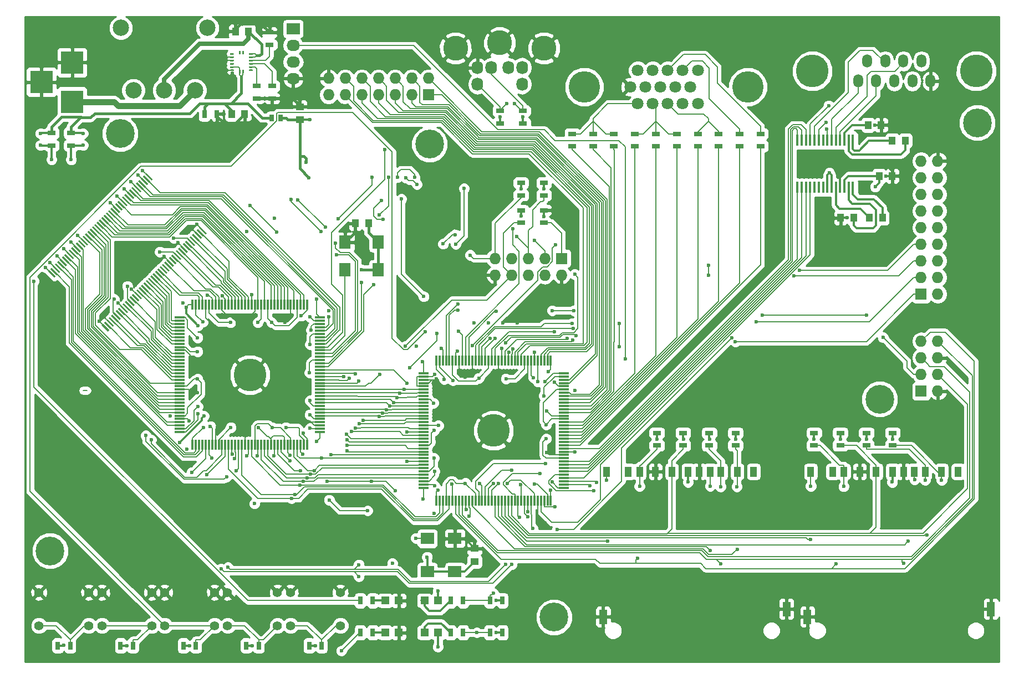
<source format=gbr>
G04 #@! TF.FileFunction,Copper,L1,Top,Signal*
%FSLAX46Y46*%
G04 Gerber Fmt 4.6, Leading zero omitted, Abs format (unit mm)*
G04 Created by KiCad (PCBNEW no-vcs-found-undefined) date Mon Oct 17 17:10:25 2016*
%MOMM*%
%LPD*%
G01*
G04 APERTURE LIST*
%ADD10C,0.100000*%
%ADD11C,5.001260*%
%ADD12O,1.501140X1.998980*%
%ADD13C,4.400000*%
%ADD14C,0.280000*%
%ADD15C,2.500000*%
%ADD16C,3.810000*%
%ADD17O,1.778000X2.032000*%
%ADD18R,0.635000X1.016000*%
%ADD19R,1.250000X1.000000*%
%ADD20R,1.000000X1.250000*%
%ADD21R,3.500120X3.500120*%
%ADD22R,1.000000X1.500000*%
%ADD23R,1.200000X2.200000*%
%ADD24R,1.198880X1.198880*%
%ADD25O,1.727200X1.727200*%
%ADD26R,1.727200X1.727200*%
%ADD27O,2.032000X1.727200*%
%ADD28R,2.032000X1.727200*%
%ADD29R,0.700000X1.300000*%
%ADD30R,1.300000X0.700000*%
%ADD31R,0.300000X1.550000*%
%ADD32R,1.550000X0.300000*%
%ADD33C,0.250000*%
%ADD34R,1.800000X2.000000*%
%ADD35R,2.000000X1.800000*%
%ADD36R,0.450000X1.750000*%
%ADD37C,1.397000*%
%ADD38C,4.800000*%
%ADD39C,1.800000*%
%ADD40C,5.000000*%
%ADD41C,0.600000*%
%ADD42C,0.200000*%
%ADD43C,0.300000*%
%ADD44C,0.400000*%
%ADD45C,0.152400*%
%ADD46C,0.700000*%
%ADD47C,0.900000*%
%ADD48C,0.254000*%
G04 APERTURE END LIST*
D10*
D11*
X215894260Y-47762000D03*
D12*
X199244560Y-46243080D03*
X202015700Y-46243080D03*
X204784300Y-46243080D03*
X207555440Y-46243080D03*
X208939740Y-49280920D03*
X206171140Y-49280920D03*
X197860260Y-49280920D03*
X200628860Y-49280920D03*
X203400000Y-49280920D03*
D11*
X190905740Y-47762000D03*
D13*
X132450000Y-58950000D03*
X216090000Y-55680000D03*
X85190000Y-57340000D03*
X201170000Y-97930000D03*
X151430000Y-131260000D03*
X74490000Y-121120000D03*
D14*
X89238924Y-64268701D03*
D10*
G36*
X88644954Y-63872721D02*
X88842944Y-63674731D01*
X89832894Y-64664681D01*
X89634904Y-64862671D01*
X88644954Y-63872721D01*
X88644954Y-63872721D01*
G37*
D14*
X88885370Y-64622254D03*
D10*
G36*
X88291400Y-64226274D02*
X88489390Y-64028284D01*
X89479340Y-65018234D01*
X89281350Y-65216224D01*
X88291400Y-64226274D01*
X88291400Y-64226274D01*
G37*
D14*
X88531817Y-64975807D03*
D10*
G36*
X87937847Y-64579827D02*
X88135837Y-64381837D01*
X89125787Y-65371787D01*
X88927797Y-65569777D01*
X87937847Y-64579827D01*
X87937847Y-64579827D01*
G37*
D14*
X88178263Y-65329361D03*
D10*
G36*
X87584293Y-64933381D02*
X87782283Y-64735391D01*
X88772233Y-65725341D01*
X88574243Y-65923331D01*
X87584293Y-64933381D01*
X87584293Y-64933381D01*
G37*
D14*
X87824710Y-65682914D03*
D10*
G36*
X87230740Y-65286934D02*
X87428730Y-65088944D01*
X88418680Y-66078894D01*
X88220690Y-66276884D01*
X87230740Y-65286934D01*
X87230740Y-65286934D01*
G37*
D14*
X87471157Y-66036468D03*
D10*
G36*
X86877187Y-65640488D02*
X87075177Y-65442498D01*
X88065127Y-66432448D01*
X87867137Y-66630438D01*
X86877187Y-65640488D01*
X86877187Y-65640488D01*
G37*
D14*
X87117603Y-66390021D03*
D10*
G36*
X86523633Y-65994041D02*
X86721623Y-65796051D01*
X87711573Y-66786001D01*
X87513583Y-66983991D01*
X86523633Y-65994041D01*
X86523633Y-65994041D01*
G37*
D14*
X86764050Y-66743574D03*
D10*
G36*
X86170080Y-66347594D02*
X86368070Y-66149604D01*
X87358020Y-67139554D01*
X87160030Y-67337544D01*
X86170080Y-66347594D01*
X86170080Y-66347594D01*
G37*
D14*
X86410496Y-67097128D03*
D10*
G36*
X85816526Y-66701148D02*
X86014516Y-66503158D01*
X87004466Y-67493108D01*
X86806476Y-67691098D01*
X85816526Y-66701148D01*
X85816526Y-66701148D01*
G37*
D14*
X86056943Y-67450681D03*
D10*
G36*
X85462973Y-67054701D02*
X85660963Y-66856711D01*
X86650913Y-67846661D01*
X86452923Y-68044651D01*
X85462973Y-67054701D01*
X85462973Y-67054701D01*
G37*
D14*
X85349836Y-68157788D03*
D10*
G36*
X84755866Y-67761808D02*
X84953856Y-67563818D01*
X85943806Y-68553768D01*
X85745816Y-68751758D01*
X84755866Y-67761808D01*
X84755866Y-67761808D01*
G37*
D14*
X84996283Y-68511341D03*
D10*
G36*
X84402313Y-68115361D02*
X84600303Y-67917371D01*
X85590253Y-68907321D01*
X85392263Y-69105311D01*
X84402313Y-68115361D01*
X84402313Y-68115361D01*
G37*
D14*
X84642729Y-68864895D03*
D10*
G36*
X84048759Y-68468915D02*
X84246749Y-68270925D01*
X85236699Y-69260875D01*
X85038709Y-69458865D01*
X84048759Y-68468915D01*
X84048759Y-68468915D01*
G37*
D14*
X84289176Y-69218448D03*
D10*
G36*
X83695206Y-68822468D02*
X83893196Y-68624478D01*
X84883146Y-69614428D01*
X84685156Y-69812418D01*
X83695206Y-68822468D01*
X83695206Y-68822468D01*
G37*
D14*
X83935623Y-69572001D03*
D10*
G36*
X83341653Y-69176021D02*
X83539643Y-68978031D01*
X84529593Y-69967981D01*
X84331603Y-70165971D01*
X83341653Y-69176021D01*
X83341653Y-69176021D01*
G37*
D14*
X83582069Y-69925555D03*
D10*
G36*
X82988099Y-69529575D02*
X83186089Y-69331585D01*
X84176039Y-70321535D01*
X83978049Y-70519525D01*
X82988099Y-69529575D01*
X82988099Y-69529575D01*
G37*
D14*
X83228516Y-70279108D03*
D10*
G36*
X82634546Y-69883128D02*
X82832536Y-69685138D01*
X83822486Y-70675088D01*
X83624496Y-70873078D01*
X82634546Y-69883128D01*
X82634546Y-69883128D01*
G37*
D14*
X82874962Y-70632662D03*
D10*
G36*
X82280992Y-70236682D02*
X82478982Y-70038692D01*
X83468932Y-71028642D01*
X83270942Y-71226632D01*
X82280992Y-70236682D01*
X82280992Y-70236682D01*
G37*
D14*
X82521409Y-70986215D03*
D10*
G36*
X81927439Y-70590235D02*
X82125429Y-70392245D01*
X83115379Y-71382195D01*
X82917389Y-71580185D01*
X81927439Y-70590235D01*
X81927439Y-70590235D01*
G37*
D14*
X82167856Y-71339768D03*
D10*
G36*
X81573886Y-70943788D02*
X81771876Y-70745798D01*
X82761826Y-71735748D01*
X82563836Y-71933738D01*
X81573886Y-70943788D01*
X81573886Y-70943788D01*
G37*
D14*
X81814302Y-71693322D03*
D10*
G36*
X81220332Y-71297342D02*
X81418322Y-71099352D01*
X82408272Y-72089302D01*
X82210282Y-72287292D01*
X81220332Y-71297342D01*
X81220332Y-71297342D01*
G37*
D14*
X81460749Y-72046875D03*
D10*
G36*
X80866779Y-71650895D02*
X81064769Y-71452905D01*
X82054719Y-72442855D01*
X81856729Y-72640845D01*
X80866779Y-71650895D01*
X80866779Y-71650895D01*
G37*
D14*
X81107196Y-72400429D03*
D10*
G36*
X80513226Y-72004449D02*
X80711216Y-71806459D01*
X81701166Y-72796409D01*
X81503176Y-72994399D01*
X80513226Y-72004449D01*
X80513226Y-72004449D01*
G37*
D14*
X80753642Y-72753982D03*
D10*
G36*
X80159672Y-72358002D02*
X80357662Y-72160012D01*
X81347612Y-73149962D01*
X81149622Y-73347952D01*
X80159672Y-72358002D01*
X80159672Y-72358002D01*
G37*
D14*
X80400089Y-73107535D03*
D10*
G36*
X79806119Y-72711555D02*
X80004109Y-72513565D01*
X80994059Y-73503515D01*
X80796069Y-73701505D01*
X79806119Y-72711555D01*
X79806119Y-72711555D01*
G37*
D14*
X80046535Y-73461089D03*
D10*
G36*
X79452565Y-73065109D02*
X79650555Y-72867119D01*
X80640505Y-73857069D01*
X80442515Y-74055059D01*
X79452565Y-73065109D01*
X79452565Y-73065109D01*
G37*
D14*
X79692982Y-73814642D03*
D10*
G36*
X79099012Y-73418662D02*
X79297002Y-73220672D01*
X80286952Y-74210622D01*
X80088962Y-74408612D01*
X79099012Y-73418662D01*
X79099012Y-73418662D01*
G37*
D14*
X79339429Y-74168196D03*
D10*
G36*
X78745459Y-73772216D02*
X78943449Y-73574226D01*
X79933399Y-74564176D01*
X79735409Y-74762166D01*
X78745459Y-73772216D01*
X78745459Y-73772216D01*
G37*
D14*
X78985875Y-74521749D03*
D10*
G36*
X78391905Y-74125769D02*
X78589895Y-73927779D01*
X79579845Y-74917729D01*
X79381855Y-75115719D01*
X78391905Y-74125769D01*
X78391905Y-74125769D01*
G37*
D14*
X78632322Y-74875302D03*
D10*
G36*
X78038352Y-74479322D02*
X78236342Y-74281332D01*
X79226292Y-75271282D01*
X79028302Y-75469272D01*
X78038352Y-74479322D01*
X78038352Y-74479322D01*
G37*
D14*
X78278768Y-75228856D03*
D10*
G36*
X77684798Y-74832876D02*
X77882788Y-74634886D01*
X78872738Y-75624836D01*
X78674748Y-75822826D01*
X77684798Y-74832876D01*
X77684798Y-74832876D01*
G37*
D14*
X77925215Y-75582409D03*
D10*
G36*
X77331245Y-75186429D02*
X77529235Y-74988439D01*
X78519185Y-75978389D01*
X78321195Y-76176379D01*
X77331245Y-75186429D01*
X77331245Y-75186429D01*
G37*
D14*
X77571662Y-75935962D03*
D10*
G36*
X76977692Y-75539982D02*
X77175682Y-75341992D01*
X78165632Y-76331942D01*
X77967642Y-76529932D01*
X76977692Y-75539982D01*
X76977692Y-75539982D01*
G37*
D14*
X77218108Y-76289516D03*
D10*
G36*
X76624138Y-75893536D02*
X76822128Y-75695546D01*
X77812078Y-76685496D01*
X77614088Y-76883486D01*
X76624138Y-75893536D01*
X76624138Y-75893536D01*
G37*
D14*
X76864555Y-76643069D03*
D10*
G36*
X76270585Y-76247089D02*
X76468575Y-76049099D01*
X77458525Y-77039049D01*
X77260535Y-77237039D01*
X76270585Y-76247089D01*
X76270585Y-76247089D01*
G37*
D14*
X76511001Y-76996623D03*
D10*
G36*
X75917031Y-76600643D02*
X76115021Y-76402653D01*
X77104971Y-77392603D01*
X76906981Y-77590593D01*
X75917031Y-76600643D01*
X75917031Y-76600643D01*
G37*
D14*
X76157448Y-77350176D03*
D10*
G36*
X75563478Y-76954196D02*
X75761468Y-76756206D01*
X76751418Y-77746156D01*
X76553428Y-77944146D01*
X75563478Y-76954196D01*
X75563478Y-76954196D01*
G37*
D14*
X75803895Y-77703729D03*
D10*
G36*
X75209925Y-77307749D02*
X75407915Y-77109759D01*
X76397865Y-78099709D01*
X76199875Y-78297699D01*
X75209925Y-77307749D01*
X75209925Y-77307749D01*
G37*
D14*
X75450341Y-78057283D03*
D10*
G36*
X74856371Y-77661303D02*
X75054361Y-77463313D01*
X76044311Y-78453263D01*
X75846321Y-78651253D01*
X74856371Y-77661303D01*
X74856371Y-77661303D01*
G37*
D14*
X75096788Y-78410836D03*
D10*
G36*
X74502818Y-78014856D02*
X74700808Y-77816866D01*
X75690758Y-78806816D01*
X75492768Y-79004806D01*
X74502818Y-78014856D01*
X74502818Y-78014856D01*
G37*
D14*
X74743235Y-78764390D03*
D10*
G36*
X74149265Y-78368410D02*
X74347255Y-78170420D01*
X75337205Y-79160370D01*
X75139215Y-79358360D01*
X74149265Y-78368410D01*
X74149265Y-78368410D01*
G37*
D14*
X82959815Y-86980970D03*
D10*
G36*
X82365845Y-86584990D02*
X82563835Y-86387000D01*
X83553785Y-87376950D01*
X83355795Y-87574940D01*
X82365845Y-86584990D01*
X82365845Y-86584990D01*
G37*
D14*
X83313369Y-86627417D03*
D10*
G36*
X82719399Y-86231437D02*
X82917389Y-86033447D01*
X83907339Y-87023397D01*
X83709349Y-87221387D01*
X82719399Y-86231437D01*
X82719399Y-86231437D01*
G37*
D14*
X83666922Y-86273864D03*
D10*
G36*
X83072952Y-85877884D02*
X83270942Y-85679894D01*
X84260892Y-86669844D01*
X84062902Y-86867834D01*
X83072952Y-85877884D01*
X83072952Y-85877884D01*
G37*
D14*
X84020475Y-85920310D03*
D10*
G36*
X83426505Y-85524330D02*
X83624495Y-85326340D01*
X84614445Y-86316290D01*
X84416455Y-86514280D01*
X83426505Y-85524330D01*
X83426505Y-85524330D01*
G37*
D14*
X84374029Y-85566757D03*
D10*
G36*
X83780059Y-85170777D02*
X83978049Y-84972787D01*
X84967999Y-85962737D01*
X84770009Y-86160727D01*
X83780059Y-85170777D01*
X83780059Y-85170777D01*
G37*
D14*
X84727582Y-85213203D03*
D10*
G36*
X84133612Y-84817223D02*
X84331602Y-84619233D01*
X85321552Y-85609183D01*
X85123562Y-85807173D01*
X84133612Y-84817223D01*
X84133612Y-84817223D01*
G37*
D14*
X85081136Y-84859650D03*
D10*
G36*
X84487166Y-84463670D02*
X84685156Y-84265680D01*
X85675106Y-85255630D01*
X85477116Y-85453620D01*
X84487166Y-84463670D01*
X84487166Y-84463670D01*
G37*
D14*
X85434689Y-84506097D03*
D10*
G36*
X84840719Y-84110117D02*
X85038709Y-83912127D01*
X86028659Y-84902077D01*
X85830669Y-85100067D01*
X84840719Y-84110117D01*
X84840719Y-84110117D01*
G37*
D14*
X85788242Y-84152543D03*
D10*
G36*
X85194272Y-83756563D02*
X85392262Y-83558573D01*
X86382212Y-84548523D01*
X86184222Y-84746513D01*
X85194272Y-83756563D01*
X85194272Y-83756563D01*
G37*
D14*
X86141796Y-83798990D03*
D10*
G36*
X85547826Y-83403010D02*
X85745816Y-83205020D01*
X86735766Y-84194970D01*
X86537776Y-84392960D01*
X85547826Y-83403010D01*
X85547826Y-83403010D01*
G37*
D14*
X86495349Y-83445436D03*
D10*
G36*
X85901379Y-83049456D02*
X86099369Y-82851466D01*
X87089319Y-83841416D01*
X86891329Y-84039406D01*
X85901379Y-83049456D01*
X85901379Y-83049456D01*
G37*
D14*
X86848903Y-83091883D03*
D10*
G36*
X86254933Y-82695903D02*
X86452923Y-82497913D01*
X87442873Y-83487863D01*
X87244883Y-83685853D01*
X86254933Y-82695903D01*
X86254933Y-82695903D01*
G37*
D14*
X87202456Y-82738330D03*
D10*
G36*
X86608486Y-82342350D02*
X86806476Y-82144360D01*
X87796426Y-83134310D01*
X87598436Y-83332300D01*
X86608486Y-82342350D01*
X86608486Y-82342350D01*
G37*
D14*
X87556009Y-82384776D03*
D10*
G36*
X86962039Y-81988796D02*
X87160029Y-81790806D01*
X88149979Y-82780756D01*
X87951989Y-82978746D01*
X86962039Y-81988796D01*
X86962039Y-81988796D01*
G37*
D14*
X87909563Y-82031223D03*
D10*
G36*
X87315593Y-81635243D02*
X87513583Y-81437253D01*
X88503533Y-82427203D01*
X88305543Y-82625193D01*
X87315593Y-81635243D01*
X87315593Y-81635243D01*
G37*
D14*
X88263116Y-81677670D03*
D10*
G36*
X87669146Y-81281690D02*
X87867136Y-81083700D01*
X88857086Y-82073650D01*
X88659096Y-82271640D01*
X87669146Y-81281690D01*
X87669146Y-81281690D01*
G37*
D14*
X88616670Y-81324116D03*
D10*
G36*
X88022700Y-80928136D02*
X88220690Y-80730146D01*
X89210640Y-81720096D01*
X89012650Y-81918086D01*
X88022700Y-80928136D01*
X88022700Y-80928136D01*
G37*
D14*
X88970223Y-80970563D03*
D10*
G36*
X88376253Y-80574583D02*
X88574243Y-80376593D01*
X89564193Y-81366543D01*
X89366203Y-81564533D01*
X88376253Y-80574583D01*
X88376253Y-80574583D01*
G37*
D14*
X89323776Y-80617009D03*
D10*
G36*
X88729806Y-80221029D02*
X88927796Y-80023039D01*
X89917746Y-81012989D01*
X89719756Y-81210979D01*
X88729806Y-80221029D01*
X88729806Y-80221029D01*
G37*
D14*
X89677330Y-80263456D03*
D10*
G36*
X89083360Y-79867476D02*
X89281350Y-79669486D01*
X90271300Y-80659436D01*
X90073310Y-80857426D01*
X89083360Y-79867476D01*
X89083360Y-79867476D01*
G37*
D14*
X90030883Y-79909903D03*
D10*
G36*
X89436913Y-79513923D02*
X89634903Y-79315933D01*
X90624853Y-80305883D01*
X90426863Y-80503873D01*
X89436913Y-79513923D01*
X89436913Y-79513923D01*
G37*
D14*
X90384437Y-79556349D03*
D10*
G36*
X89790467Y-79160369D02*
X89988457Y-78962379D01*
X90978407Y-79952329D01*
X90780417Y-80150319D01*
X89790467Y-79160369D01*
X89790467Y-79160369D01*
G37*
D14*
X90737990Y-79202796D03*
D10*
G36*
X90144020Y-78806816D02*
X90342010Y-78608826D01*
X91331960Y-79598776D01*
X91133970Y-79796766D01*
X90144020Y-78806816D01*
X90144020Y-78806816D01*
G37*
D14*
X91091543Y-78849242D03*
D10*
G36*
X90497573Y-78453262D02*
X90695563Y-78255272D01*
X91685513Y-79245222D01*
X91487523Y-79443212D01*
X90497573Y-78453262D01*
X90497573Y-78453262D01*
G37*
D14*
X91445097Y-78495689D03*
D10*
G36*
X90851127Y-78099709D02*
X91049117Y-77901719D01*
X92039067Y-78891669D01*
X91841077Y-79089659D01*
X90851127Y-78099709D01*
X90851127Y-78099709D01*
G37*
D14*
X91798650Y-78142136D03*
D10*
G36*
X91204680Y-77746156D02*
X91402670Y-77548166D01*
X92392620Y-78538116D01*
X92194630Y-78736106D01*
X91204680Y-77746156D01*
X91204680Y-77746156D01*
G37*
D14*
X92152203Y-77788582D03*
D10*
G36*
X91558233Y-77392602D02*
X91756223Y-77194612D01*
X92746173Y-78184562D01*
X92548183Y-78382552D01*
X91558233Y-77392602D01*
X91558233Y-77392602D01*
G37*
D14*
X92505757Y-77435029D03*
D10*
G36*
X91911787Y-77039049D02*
X92109777Y-76841059D01*
X93099727Y-77831009D01*
X92901737Y-78028999D01*
X91911787Y-77039049D01*
X91911787Y-77039049D01*
G37*
D14*
X92859310Y-77081475D03*
D10*
G36*
X92265340Y-76685495D02*
X92463330Y-76487505D01*
X93453280Y-77477455D01*
X93255290Y-77675445D01*
X92265340Y-76685495D01*
X92265340Y-76685495D01*
G37*
D14*
X93212864Y-76727922D03*
D10*
G36*
X92618894Y-76331942D02*
X92816884Y-76133952D01*
X93806834Y-77123902D01*
X93608844Y-77321892D01*
X92618894Y-76331942D01*
X92618894Y-76331942D01*
G37*
D14*
X93566417Y-76374369D03*
D10*
G36*
X92972447Y-75978389D02*
X93170437Y-75780399D01*
X94160387Y-76770349D01*
X93962397Y-76968339D01*
X92972447Y-75978389D01*
X92972447Y-75978389D01*
G37*
D14*
X93919970Y-76020815D03*
D10*
G36*
X93326000Y-75624835D02*
X93523990Y-75426845D01*
X94513940Y-76416795D01*
X94315950Y-76614785D01*
X93326000Y-75624835D01*
X93326000Y-75624835D01*
G37*
D14*
X94273524Y-75667262D03*
D10*
G36*
X93679554Y-75271282D02*
X93877544Y-75073292D01*
X94867494Y-76063242D01*
X94669504Y-76261232D01*
X93679554Y-75271282D01*
X93679554Y-75271282D01*
G37*
D14*
X94627077Y-75313708D03*
D10*
G36*
X94033107Y-74917728D02*
X94231097Y-74719738D01*
X95221047Y-75709688D01*
X95023057Y-75907678D01*
X94033107Y-74917728D01*
X94033107Y-74917728D01*
G37*
D14*
X94980631Y-74960155D03*
D10*
G36*
X94386661Y-74564175D02*
X94584651Y-74366185D01*
X95574601Y-75356135D01*
X95376611Y-75554125D01*
X94386661Y-74564175D01*
X94386661Y-74564175D01*
G37*
D14*
X95334184Y-74606602D03*
D10*
G36*
X94740214Y-74210622D02*
X94938204Y-74012632D01*
X95928154Y-75002582D01*
X95730164Y-75200572D01*
X94740214Y-74210622D01*
X94740214Y-74210622D01*
G37*
D14*
X95687737Y-74253048D03*
D10*
G36*
X95093767Y-73857068D02*
X95291757Y-73659078D01*
X96281707Y-74649028D01*
X96083717Y-74847018D01*
X95093767Y-73857068D01*
X95093767Y-73857068D01*
G37*
D14*
X96041291Y-73899495D03*
D10*
G36*
X95447321Y-73503515D02*
X95645311Y-73305525D01*
X96635261Y-74295475D01*
X96437271Y-74493465D01*
X95447321Y-73503515D01*
X95447321Y-73503515D01*
G37*
D14*
X96394844Y-73545942D03*
D10*
G36*
X95800874Y-73149962D02*
X95998864Y-72951972D01*
X96988814Y-73941922D01*
X96790824Y-74139912D01*
X95800874Y-73149962D01*
X95800874Y-73149962D01*
G37*
D14*
X96748398Y-73192388D03*
D10*
G36*
X96154428Y-72796408D02*
X96352418Y-72598418D01*
X97342368Y-73588368D01*
X97144378Y-73786358D01*
X96154428Y-72796408D01*
X96154428Y-72796408D01*
G37*
D14*
X97101951Y-72838835D03*
D10*
G36*
X96507981Y-72442855D02*
X96705971Y-72244865D01*
X97695921Y-73234815D01*
X97497931Y-73432805D01*
X96507981Y-72442855D01*
X96507981Y-72442855D01*
G37*
D14*
X97455504Y-72485281D03*
D10*
G36*
X96861534Y-72089301D02*
X97059524Y-71891311D01*
X98049474Y-72881261D01*
X97851484Y-73079251D01*
X96861534Y-72089301D01*
X96861534Y-72089301D01*
G37*
D14*
X97809058Y-72131728D03*
D10*
G36*
X97215088Y-71735748D02*
X97413078Y-71537758D01*
X98403028Y-72527708D01*
X98205038Y-72725698D01*
X97215088Y-71735748D01*
X97215088Y-71735748D01*
G37*
D14*
X85703390Y-67804234D03*
D10*
G36*
X85109420Y-67408254D02*
X85307410Y-67210264D01*
X86297360Y-68200214D01*
X86099370Y-68398204D01*
X85109420Y-67408254D01*
X85109420Y-67408254D01*
G37*
D14*
X89592477Y-63915147D03*
D10*
G36*
X88998507Y-63519167D02*
X89196497Y-63321177D01*
X90186447Y-64311127D01*
X89988457Y-64509117D01*
X88998507Y-63519167D01*
X88998507Y-63519167D01*
G37*
D15*
X96600000Y-50700000D03*
X91900000Y-50700000D03*
X87200000Y-50700000D03*
X85295000Y-41170000D03*
X98505000Y-41170000D03*
D16*
X149910000Y-44260000D03*
X136390000Y-44260000D03*
D17*
X139750000Y-47250000D03*
X139750000Y-49750000D03*
X146550000Y-47250000D03*
D16*
X143150000Y-43450000D03*
D17*
X146550000Y-49750000D03*
X141850000Y-47250000D03*
X144450000Y-47250000D03*
D18*
X109637540Y-54900000D03*
X108362460Y-54900000D03*
D19*
X112600000Y-55200000D03*
X112600000Y-53200000D03*
D20*
X102200000Y-54300000D03*
X104200000Y-54300000D03*
X102800000Y-41700000D03*
X104800000Y-41700000D03*
X123100000Y-71050000D03*
X121100000Y-71050000D03*
D19*
X139300000Y-120750000D03*
X139300000Y-122750000D03*
D20*
X197200000Y-70200000D03*
X195200000Y-70200000D03*
X205100000Y-58400000D03*
X203100000Y-58400000D03*
X201400000Y-56000000D03*
X199400000Y-56000000D03*
X199600000Y-70200000D03*
X201600000Y-70200000D03*
X203100000Y-63800000D03*
X201100000Y-63800000D03*
D21*
X73151000Y-49450400D03*
X77850000Y-46450660D03*
X77850000Y-52450140D03*
D22*
X179425000Y-109000000D03*
X176925000Y-109000000D03*
X173625000Y-109000000D03*
X171925000Y-109000000D03*
X169425000Y-109000000D03*
X166925000Y-109000000D03*
X164500000Y-109000000D03*
X162800000Y-109000000D03*
X181925000Y-109000000D03*
X175275000Y-109000000D03*
X159450000Y-109000000D03*
D23*
X186950000Y-130000000D03*
X158950000Y-131200000D03*
X190150000Y-131200000D03*
X218150000Y-130000000D03*
D22*
X190650000Y-109000000D03*
X206475000Y-109000000D03*
X213125000Y-109000000D03*
X194000000Y-109000000D03*
X195700000Y-109000000D03*
X198125000Y-109000000D03*
X200625000Y-109000000D03*
X203125000Y-109000000D03*
X204825000Y-109000000D03*
X208125000Y-109000000D03*
X210625000Y-109000000D03*
D24*
X127749020Y-128700000D03*
X125650980Y-128700000D03*
X131650980Y-133600000D03*
X133749020Y-133600000D03*
X125650980Y-133600000D03*
X127749020Y-133600000D03*
X133749020Y-128700000D03*
X131650980Y-128700000D03*
D25*
X210040000Y-61530000D03*
X207500000Y-61530000D03*
X210040000Y-64070000D03*
X207500000Y-64070000D03*
X210040000Y-66610000D03*
X207500000Y-66610000D03*
X210040000Y-69150000D03*
X207500000Y-69150000D03*
X210040000Y-71690000D03*
X207500000Y-71690000D03*
X210040000Y-74230000D03*
X207500000Y-74230000D03*
X210040000Y-76770000D03*
X207500000Y-76770000D03*
X210040000Y-79310000D03*
X207500000Y-79310000D03*
X210040000Y-81850000D03*
D26*
X207500000Y-81850000D03*
D25*
X117010000Y-48860000D03*
X117010000Y-51400000D03*
X119550000Y-48860000D03*
X119550000Y-51400000D03*
X122090000Y-48860000D03*
X122090000Y-51400000D03*
X124630000Y-48860000D03*
X124630000Y-51400000D03*
X127170000Y-48860000D03*
X127170000Y-51400000D03*
X129710000Y-48860000D03*
X129710000Y-51400000D03*
X132250000Y-48860000D03*
D26*
X132250000Y-51400000D03*
D27*
X111600000Y-48920000D03*
X111600000Y-46380000D03*
X111600000Y-43840000D03*
D28*
X111600000Y-41300000D03*
D29*
X123750000Y-128700000D03*
X121850000Y-128700000D03*
X99950000Y-54300000D03*
X98050000Y-54300000D03*
D30*
X108000000Y-41850000D03*
X108000000Y-43750000D03*
X108400000Y-50050000D03*
X108400000Y-51950000D03*
X106000000Y-51950000D03*
X106000000Y-50050000D03*
X77700000Y-57250000D03*
X77700000Y-59150000D03*
X74700000Y-59150000D03*
X74700000Y-57250000D03*
D29*
X75650000Y-135600000D03*
X77550000Y-135600000D03*
X87150000Y-135600000D03*
X85250000Y-135600000D03*
D30*
X146400000Y-66750000D03*
X146400000Y-64850000D03*
X149900000Y-64850000D03*
X149900000Y-66750000D03*
X149900000Y-70950000D03*
X149900000Y-69050000D03*
D29*
X137550000Y-133600000D03*
X135650000Y-133600000D03*
X123750000Y-133600000D03*
X121850000Y-133600000D03*
D30*
X146400000Y-70950000D03*
X146400000Y-69050000D03*
D29*
X104450000Y-135600000D03*
X106350000Y-135600000D03*
X114050000Y-135600000D03*
X115950000Y-135600000D03*
D30*
X154200000Y-59250000D03*
X154200000Y-57350000D03*
X157400000Y-57350000D03*
X157400000Y-59250000D03*
X160600000Y-59250000D03*
X160600000Y-57350000D03*
X163800000Y-57350000D03*
X163800000Y-59250000D03*
X167000000Y-57350000D03*
X167000000Y-59250000D03*
X170200000Y-57350000D03*
X170200000Y-59250000D03*
X173400000Y-59250000D03*
X173400000Y-57350000D03*
X176600000Y-57350000D03*
X176600000Y-59250000D03*
X183000000Y-59250000D03*
X183000000Y-57350000D03*
X179800000Y-59250000D03*
X179800000Y-57350000D03*
X146700000Y-55750000D03*
X146700000Y-53850000D03*
X143200000Y-55750000D03*
X143200000Y-53850000D03*
D29*
X141650000Y-133600000D03*
X143550000Y-133600000D03*
X143550000Y-128700000D03*
X141650000Y-128700000D03*
X135650000Y-128700000D03*
X137550000Y-128700000D03*
X94850000Y-135600000D03*
X96750000Y-135600000D03*
D30*
X179150000Y-103100000D03*
X179150000Y-105000000D03*
X203150000Y-103100000D03*
X203150000Y-105000000D03*
X175150000Y-105000000D03*
X175150000Y-103100000D03*
X199150000Y-105000000D03*
X199150000Y-103100000D03*
X171150000Y-103100000D03*
X171150000Y-105000000D03*
X195150000Y-103100000D03*
X195150000Y-105000000D03*
X167150000Y-105000000D03*
X167150000Y-103100000D03*
X191150000Y-105000000D03*
X191150000Y-103100000D03*
D31*
X113740000Y-104900000D03*
X113240000Y-104900000D03*
X112740000Y-104900000D03*
X112240000Y-104900000D03*
X111740000Y-104900000D03*
X111240000Y-104900000D03*
X110740000Y-104900000D03*
X110240000Y-104900000D03*
X109740000Y-104900000D03*
X109240000Y-104900000D03*
X108740000Y-104900000D03*
X108240000Y-104900000D03*
X107740000Y-104900000D03*
X107240000Y-104900000D03*
X106740000Y-104900000D03*
X106240000Y-104900000D03*
X105740000Y-104900000D03*
X105240000Y-104900000D03*
X104740000Y-104900000D03*
X104240000Y-104900000D03*
X103740000Y-104900000D03*
X103240000Y-104900000D03*
X102740000Y-104900000D03*
X102240000Y-104900000D03*
X101740000Y-104900000D03*
X101240000Y-104900000D03*
X100740000Y-104900000D03*
X100240000Y-104900000D03*
X99740000Y-104900000D03*
X99240000Y-104900000D03*
X98740000Y-104900000D03*
X98240000Y-104900000D03*
X97740000Y-104900000D03*
X97240000Y-104900000D03*
X96740000Y-104900000D03*
X96240000Y-104900000D03*
D32*
X94290000Y-102950000D03*
X94290000Y-102450000D03*
X94290000Y-101950000D03*
X94290000Y-101450000D03*
X94290000Y-100950000D03*
X94290000Y-100450000D03*
X94290000Y-99950000D03*
X94290000Y-99450000D03*
X94290000Y-98950000D03*
X94290000Y-98450000D03*
X94290000Y-97950000D03*
X94290000Y-97450000D03*
X94290000Y-96950000D03*
X94290000Y-96450000D03*
X94290000Y-95950000D03*
X94290000Y-95450000D03*
X94290000Y-94950000D03*
X94290000Y-94450000D03*
X94290000Y-93950000D03*
X94290000Y-93450000D03*
X94290000Y-92950000D03*
X94290000Y-92450000D03*
X94290000Y-91950000D03*
X94290000Y-91450000D03*
X94290000Y-90950000D03*
X94290000Y-90450000D03*
X94290000Y-89950000D03*
X94290000Y-89450000D03*
X94290000Y-88950000D03*
X94290000Y-88450000D03*
X94290000Y-87950000D03*
X94290000Y-87450000D03*
X94290000Y-86950000D03*
X94290000Y-86450000D03*
X94290000Y-85950000D03*
X94290000Y-85450000D03*
D31*
X96240000Y-83500000D03*
X96740000Y-83500000D03*
X97240000Y-83500000D03*
X97740000Y-83500000D03*
X98240000Y-83500000D03*
X98740000Y-83500000D03*
X99240000Y-83500000D03*
X99740000Y-83500000D03*
X100240000Y-83500000D03*
X100740000Y-83500000D03*
X101240000Y-83500000D03*
X101740000Y-83500000D03*
X102240000Y-83500000D03*
X102740000Y-83500000D03*
X103240000Y-83500000D03*
X103740000Y-83500000D03*
X104240000Y-83500000D03*
X104740000Y-83500000D03*
X105240000Y-83500000D03*
X105740000Y-83500000D03*
X106240000Y-83500000D03*
X106740000Y-83500000D03*
X107240000Y-83500000D03*
X107740000Y-83500000D03*
X108240000Y-83500000D03*
X108740000Y-83500000D03*
X109240000Y-83500000D03*
X109740000Y-83500000D03*
X110240000Y-83500000D03*
X110740000Y-83500000D03*
X111240000Y-83500000D03*
X111740000Y-83500000D03*
X112240000Y-83500000D03*
X112740000Y-83500000D03*
X113240000Y-83500000D03*
X113740000Y-83500000D03*
D32*
X115690000Y-85450000D03*
X115690000Y-85950000D03*
X115690000Y-86450000D03*
X115690000Y-86950000D03*
X115690000Y-87450000D03*
X115690000Y-87950000D03*
X115690000Y-88450000D03*
X115690000Y-88950000D03*
X115690000Y-89450000D03*
X115690000Y-89950000D03*
X115690000Y-90450000D03*
X115690000Y-90950000D03*
X115690000Y-91450000D03*
X115690000Y-91950000D03*
X115690000Y-92450000D03*
X115690000Y-92950000D03*
X115690000Y-93450000D03*
X115690000Y-93950000D03*
X115690000Y-94450000D03*
X115690000Y-94950000D03*
X115690000Y-95450000D03*
X115690000Y-95950000D03*
X115690000Y-96450000D03*
X115690000Y-96950000D03*
X115690000Y-97450000D03*
X115690000Y-97950000D03*
X115690000Y-98450000D03*
X115690000Y-98950000D03*
X115690000Y-99450000D03*
X115690000Y-99950000D03*
X115690000Y-100450000D03*
X115690000Y-100950000D03*
X115690000Y-101450000D03*
X115690000Y-101950000D03*
X115690000Y-102450000D03*
X115690000Y-102950000D03*
D10*
G36*
X103518626Y-47575301D02*
X103524693Y-47576201D01*
X103530643Y-47577691D01*
X103536418Y-47579758D01*
X103541962Y-47582380D01*
X103547223Y-47585533D01*
X103552150Y-47589187D01*
X103556694Y-47593306D01*
X103560813Y-47597850D01*
X103564467Y-47602777D01*
X103567620Y-47608038D01*
X103570242Y-47613582D01*
X103572309Y-47619357D01*
X103573799Y-47625307D01*
X103574699Y-47631374D01*
X103575000Y-47637500D01*
X103575000Y-48062500D01*
X103574699Y-48068626D01*
X103573799Y-48074693D01*
X103572309Y-48080643D01*
X103570242Y-48086418D01*
X103567620Y-48091962D01*
X103564467Y-48097223D01*
X103560813Y-48102150D01*
X103556694Y-48106694D01*
X103552150Y-48110813D01*
X103547223Y-48114467D01*
X103541962Y-48117620D01*
X103536418Y-48120242D01*
X103530643Y-48122309D01*
X103524693Y-48123799D01*
X103518626Y-48124699D01*
X103512500Y-48125000D01*
X103387500Y-48125000D01*
X103381374Y-48124699D01*
X103375307Y-48123799D01*
X103369357Y-48122309D01*
X103363582Y-48120242D01*
X103358038Y-48117620D01*
X103352777Y-48114467D01*
X103347850Y-48110813D01*
X103343306Y-48106694D01*
X103339187Y-48102150D01*
X103335533Y-48097223D01*
X103332380Y-48091962D01*
X103329758Y-48086418D01*
X103327691Y-48080643D01*
X103326201Y-48074693D01*
X103325301Y-48068626D01*
X103325000Y-48062500D01*
X103325000Y-47637500D01*
X103325301Y-47631374D01*
X103326201Y-47625307D01*
X103327691Y-47619357D01*
X103329758Y-47613582D01*
X103332380Y-47608038D01*
X103335533Y-47602777D01*
X103339187Y-47597850D01*
X103343306Y-47593306D01*
X103347850Y-47589187D01*
X103352777Y-47585533D01*
X103358038Y-47582380D01*
X103363582Y-47579758D01*
X103369357Y-47577691D01*
X103375307Y-47576201D01*
X103381374Y-47575301D01*
X103387500Y-47575000D01*
X103512500Y-47575000D01*
X103518626Y-47575301D01*
X103518626Y-47575301D01*
G37*
D33*
X103450000Y-47850000D03*
D10*
G36*
X105368626Y-46025301D02*
X105374693Y-46026201D01*
X105380643Y-46027691D01*
X105386418Y-46029758D01*
X105391962Y-46032380D01*
X105397223Y-46035533D01*
X105402150Y-46039187D01*
X105406694Y-46043306D01*
X105410813Y-46047850D01*
X105414467Y-46052777D01*
X105417620Y-46058038D01*
X105420242Y-46063582D01*
X105422309Y-46069357D01*
X105423799Y-46075307D01*
X105424699Y-46081374D01*
X105425000Y-46087500D01*
X105425000Y-46212500D01*
X105424699Y-46218626D01*
X105423799Y-46224693D01*
X105422309Y-46230643D01*
X105420242Y-46236418D01*
X105417620Y-46241962D01*
X105414467Y-46247223D01*
X105410813Y-46252150D01*
X105406694Y-46256694D01*
X105402150Y-46260813D01*
X105397223Y-46264467D01*
X105391962Y-46267620D01*
X105386418Y-46270242D01*
X105380643Y-46272309D01*
X105374693Y-46273799D01*
X105368626Y-46274699D01*
X105362500Y-46275000D01*
X104937500Y-46275000D01*
X104931374Y-46274699D01*
X104925307Y-46273799D01*
X104919357Y-46272309D01*
X104913582Y-46270242D01*
X104908038Y-46267620D01*
X104902777Y-46264467D01*
X104897850Y-46260813D01*
X104893306Y-46256694D01*
X104889187Y-46252150D01*
X104885533Y-46247223D01*
X104882380Y-46241962D01*
X104879758Y-46236418D01*
X104877691Y-46230643D01*
X104876201Y-46224693D01*
X104875301Y-46218626D01*
X104875000Y-46212500D01*
X104875000Y-46087500D01*
X104875301Y-46081374D01*
X104876201Y-46075307D01*
X104877691Y-46069357D01*
X104879758Y-46063582D01*
X104882380Y-46058038D01*
X104885533Y-46052777D01*
X104889187Y-46047850D01*
X104893306Y-46043306D01*
X104897850Y-46039187D01*
X104902777Y-46035533D01*
X104908038Y-46032380D01*
X104913582Y-46029758D01*
X104919357Y-46027691D01*
X104925307Y-46026201D01*
X104931374Y-46025301D01*
X104937500Y-46025000D01*
X105362500Y-46025000D01*
X105368626Y-46025301D01*
X105368626Y-46025301D01*
G37*
D33*
X105150000Y-46150000D03*
D10*
G36*
X105368626Y-45525301D02*
X105374693Y-45526201D01*
X105380643Y-45527691D01*
X105386418Y-45529758D01*
X105391962Y-45532380D01*
X105397223Y-45535533D01*
X105402150Y-45539187D01*
X105406694Y-45543306D01*
X105410813Y-45547850D01*
X105414467Y-45552777D01*
X105417620Y-45558038D01*
X105420242Y-45563582D01*
X105422309Y-45569357D01*
X105423799Y-45575307D01*
X105424699Y-45581374D01*
X105425000Y-45587500D01*
X105425000Y-45712500D01*
X105424699Y-45718626D01*
X105423799Y-45724693D01*
X105422309Y-45730643D01*
X105420242Y-45736418D01*
X105417620Y-45741962D01*
X105414467Y-45747223D01*
X105410813Y-45752150D01*
X105406694Y-45756694D01*
X105402150Y-45760813D01*
X105397223Y-45764467D01*
X105391962Y-45767620D01*
X105386418Y-45770242D01*
X105380643Y-45772309D01*
X105374693Y-45773799D01*
X105368626Y-45774699D01*
X105362500Y-45775000D01*
X104937500Y-45775000D01*
X104931374Y-45774699D01*
X104925307Y-45773799D01*
X104919357Y-45772309D01*
X104913582Y-45770242D01*
X104908038Y-45767620D01*
X104902777Y-45764467D01*
X104897850Y-45760813D01*
X104893306Y-45756694D01*
X104889187Y-45752150D01*
X104885533Y-45747223D01*
X104882380Y-45741962D01*
X104879758Y-45736418D01*
X104877691Y-45730643D01*
X104876201Y-45724693D01*
X104875301Y-45718626D01*
X104875000Y-45712500D01*
X104875000Y-45587500D01*
X104875301Y-45581374D01*
X104876201Y-45575307D01*
X104877691Y-45569357D01*
X104879758Y-45563582D01*
X104882380Y-45558038D01*
X104885533Y-45552777D01*
X104889187Y-45547850D01*
X104893306Y-45543306D01*
X104897850Y-45539187D01*
X104902777Y-45535533D01*
X104908038Y-45532380D01*
X104913582Y-45529758D01*
X104919357Y-45527691D01*
X104925307Y-45526201D01*
X104931374Y-45525301D01*
X104937500Y-45525000D01*
X105362500Y-45525000D01*
X105368626Y-45525301D01*
X105368626Y-45525301D01*
G37*
D33*
X105150000Y-45650000D03*
D10*
G36*
X105368626Y-46525301D02*
X105374693Y-46526201D01*
X105380643Y-46527691D01*
X105386418Y-46529758D01*
X105391962Y-46532380D01*
X105397223Y-46535533D01*
X105402150Y-46539187D01*
X105406694Y-46543306D01*
X105410813Y-46547850D01*
X105414467Y-46552777D01*
X105417620Y-46558038D01*
X105420242Y-46563582D01*
X105422309Y-46569357D01*
X105423799Y-46575307D01*
X105424699Y-46581374D01*
X105425000Y-46587500D01*
X105425000Y-46712500D01*
X105424699Y-46718626D01*
X105423799Y-46724693D01*
X105422309Y-46730643D01*
X105420242Y-46736418D01*
X105417620Y-46741962D01*
X105414467Y-46747223D01*
X105410813Y-46752150D01*
X105406694Y-46756694D01*
X105402150Y-46760813D01*
X105397223Y-46764467D01*
X105391962Y-46767620D01*
X105386418Y-46770242D01*
X105380643Y-46772309D01*
X105374693Y-46773799D01*
X105368626Y-46774699D01*
X105362500Y-46775000D01*
X104937500Y-46775000D01*
X104931374Y-46774699D01*
X104925307Y-46773799D01*
X104919357Y-46772309D01*
X104913582Y-46770242D01*
X104908038Y-46767620D01*
X104902777Y-46764467D01*
X104897850Y-46760813D01*
X104893306Y-46756694D01*
X104889187Y-46752150D01*
X104885533Y-46747223D01*
X104882380Y-46741962D01*
X104879758Y-46736418D01*
X104877691Y-46730643D01*
X104876201Y-46724693D01*
X104875301Y-46718626D01*
X104875000Y-46712500D01*
X104875000Y-46587500D01*
X104875301Y-46581374D01*
X104876201Y-46575307D01*
X104877691Y-46569357D01*
X104879758Y-46563582D01*
X104882380Y-46558038D01*
X104885533Y-46552777D01*
X104889187Y-46547850D01*
X104893306Y-46543306D01*
X104897850Y-46539187D01*
X104902777Y-46535533D01*
X104908038Y-46532380D01*
X104913582Y-46529758D01*
X104919357Y-46527691D01*
X104925307Y-46526201D01*
X104931374Y-46525301D01*
X104937500Y-46525000D01*
X105362500Y-46525000D01*
X105368626Y-46525301D01*
X105368626Y-46525301D01*
G37*
D33*
X105150000Y-46650000D03*
D10*
G36*
X105368626Y-47025301D02*
X105374693Y-47026201D01*
X105380643Y-47027691D01*
X105386418Y-47029758D01*
X105391962Y-47032380D01*
X105397223Y-47035533D01*
X105402150Y-47039187D01*
X105406694Y-47043306D01*
X105410813Y-47047850D01*
X105414467Y-47052777D01*
X105417620Y-47058038D01*
X105420242Y-47063582D01*
X105422309Y-47069357D01*
X105423799Y-47075307D01*
X105424699Y-47081374D01*
X105425000Y-47087500D01*
X105425000Y-47212500D01*
X105424699Y-47218626D01*
X105423799Y-47224693D01*
X105422309Y-47230643D01*
X105420242Y-47236418D01*
X105417620Y-47241962D01*
X105414467Y-47247223D01*
X105410813Y-47252150D01*
X105406694Y-47256694D01*
X105402150Y-47260813D01*
X105397223Y-47264467D01*
X105391962Y-47267620D01*
X105386418Y-47270242D01*
X105380643Y-47272309D01*
X105374693Y-47273799D01*
X105368626Y-47274699D01*
X105362500Y-47275000D01*
X104937500Y-47275000D01*
X104931374Y-47274699D01*
X104925307Y-47273799D01*
X104919357Y-47272309D01*
X104913582Y-47270242D01*
X104908038Y-47267620D01*
X104902777Y-47264467D01*
X104897850Y-47260813D01*
X104893306Y-47256694D01*
X104889187Y-47252150D01*
X104885533Y-47247223D01*
X104882380Y-47241962D01*
X104879758Y-47236418D01*
X104877691Y-47230643D01*
X104876201Y-47224693D01*
X104875301Y-47218626D01*
X104875000Y-47212500D01*
X104875000Y-47087500D01*
X104875301Y-47081374D01*
X104876201Y-47075307D01*
X104877691Y-47069357D01*
X104879758Y-47063582D01*
X104882380Y-47058038D01*
X104885533Y-47052777D01*
X104889187Y-47047850D01*
X104893306Y-47043306D01*
X104897850Y-47039187D01*
X104902777Y-47035533D01*
X104908038Y-47032380D01*
X104913582Y-47029758D01*
X104919357Y-47027691D01*
X104925307Y-47026201D01*
X104931374Y-47025301D01*
X104937500Y-47025000D01*
X105362500Y-47025000D01*
X105368626Y-47025301D01*
X105368626Y-47025301D01*
G37*
D33*
X105150000Y-47150000D03*
D10*
G36*
X102468626Y-46525301D02*
X102474693Y-46526201D01*
X102480643Y-46527691D01*
X102486418Y-46529758D01*
X102491962Y-46532380D01*
X102497223Y-46535533D01*
X102502150Y-46539187D01*
X102506694Y-46543306D01*
X102510813Y-46547850D01*
X102514467Y-46552777D01*
X102517620Y-46558038D01*
X102520242Y-46563582D01*
X102522309Y-46569357D01*
X102523799Y-46575307D01*
X102524699Y-46581374D01*
X102525000Y-46587500D01*
X102525000Y-46712500D01*
X102524699Y-46718626D01*
X102523799Y-46724693D01*
X102522309Y-46730643D01*
X102520242Y-46736418D01*
X102517620Y-46741962D01*
X102514467Y-46747223D01*
X102510813Y-46752150D01*
X102506694Y-46756694D01*
X102502150Y-46760813D01*
X102497223Y-46764467D01*
X102491962Y-46767620D01*
X102486418Y-46770242D01*
X102480643Y-46772309D01*
X102474693Y-46773799D01*
X102468626Y-46774699D01*
X102462500Y-46775000D01*
X102037500Y-46775000D01*
X102031374Y-46774699D01*
X102025307Y-46773799D01*
X102019357Y-46772309D01*
X102013582Y-46770242D01*
X102008038Y-46767620D01*
X102002777Y-46764467D01*
X101997850Y-46760813D01*
X101993306Y-46756694D01*
X101989187Y-46752150D01*
X101985533Y-46747223D01*
X101982380Y-46741962D01*
X101979758Y-46736418D01*
X101977691Y-46730643D01*
X101976201Y-46724693D01*
X101975301Y-46718626D01*
X101975000Y-46712500D01*
X101975000Y-46587500D01*
X101975301Y-46581374D01*
X101976201Y-46575307D01*
X101977691Y-46569357D01*
X101979758Y-46563582D01*
X101982380Y-46558038D01*
X101985533Y-46552777D01*
X101989187Y-46547850D01*
X101993306Y-46543306D01*
X101997850Y-46539187D01*
X102002777Y-46535533D01*
X102008038Y-46532380D01*
X102013582Y-46529758D01*
X102019357Y-46527691D01*
X102025307Y-46526201D01*
X102031374Y-46525301D01*
X102037500Y-46525000D01*
X102462500Y-46525000D01*
X102468626Y-46525301D01*
X102468626Y-46525301D01*
G37*
D33*
X102250000Y-46650000D03*
D10*
G36*
X102468626Y-47025301D02*
X102474693Y-47026201D01*
X102480643Y-47027691D01*
X102486418Y-47029758D01*
X102491962Y-47032380D01*
X102497223Y-47035533D01*
X102502150Y-47039187D01*
X102506694Y-47043306D01*
X102510813Y-47047850D01*
X102514467Y-47052777D01*
X102517620Y-47058038D01*
X102520242Y-47063582D01*
X102522309Y-47069357D01*
X102523799Y-47075307D01*
X102524699Y-47081374D01*
X102525000Y-47087500D01*
X102525000Y-47212500D01*
X102524699Y-47218626D01*
X102523799Y-47224693D01*
X102522309Y-47230643D01*
X102520242Y-47236418D01*
X102517620Y-47241962D01*
X102514467Y-47247223D01*
X102510813Y-47252150D01*
X102506694Y-47256694D01*
X102502150Y-47260813D01*
X102497223Y-47264467D01*
X102491962Y-47267620D01*
X102486418Y-47270242D01*
X102480643Y-47272309D01*
X102474693Y-47273799D01*
X102468626Y-47274699D01*
X102462500Y-47275000D01*
X102037500Y-47275000D01*
X102031374Y-47274699D01*
X102025307Y-47273799D01*
X102019357Y-47272309D01*
X102013582Y-47270242D01*
X102008038Y-47267620D01*
X102002777Y-47264467D01*
X101997850Y-47260813D01*
X101993306Y-47256694D01*
X101989187Y-47252150D01*
X101985533Y-47247223D01*
X101982380Y-47241962D01*
X101979758Y-47236418D01*
X101977691Y-47230643D01*
X101976201Y-47224693D01*
X101975301Y-47218626D01*
X101975000Y-47212500D01*
X101975000Y-47087500D01*
X101975301Y-47081374D01*
X101976201Y-47075307D01*
X101977691Y-47069357D01*
X101979758Y-47063582D01*
X101982380Y-47058038D01*
X101985533Y-47052777D01*
X101989187Y-47047850D01*
X101993306Y-47043306D01*
X101997850Y-47039187D01*
X102002777Y-47035533D01*
X102008038Y-47032380D01*
X102013582Y-47029758D01*
X102019357Y-47027691D01*
X102025307Y-47026201D01*
X102031374Y-47025301D01*
X102037500Y-47025000D01*
X102462500Y-47025000D01*
X102468626Y-47025301D01*
X102468626Y-47025301D01*
G37*
D33*
X102250000Y-47150000D03*
D10*
G36*
X102468626Y-46025301D02*
X102474693Y-46026201D01*
X102480643Y-46027691D01*
X102486418Y-46029758D01*
X102491962Y-46032380D01*
X102497223Y-46035533D01*
X102502150Y-46039187D01*
X102506694Y-46043306D01*
X102510813Y-46047850D01*
X102514467Y-46052777D01*
X102517620Y-46058038D01*
X102520242Y-46063582D01*
X102522309Y-46069357D01*
X102523799Y-46075307D01*
X102524699Y-46081374D01*
X102525000Y-46087500D01*
X102525000Y-46212500D01*
X102524699Y-46218626D01*
X102523799Y-46224693D01*
X102522309Y-46230643D01*
X102520242Y-46236418D01*
X102517620Y-46241962D01*
X102514467Y-46247223D01*
X102510813Y-46252150D01*
X102506694Y-46256694D01*
X102502150Y-46260813D01*
X102497223Y-46264467D01*
X102491962Y-46267620D01*
X102486418Y-46270242D01*
X102480643Y-46272309D01*
X102474693Y-46273799D01*
X102468626Y-46274699D01*
X102462500Y-46275000D01*
X102037500Y-46275000D01*
X102031374Y-46274699D01*
X102025307Y-46273799D01*
X102019357Y-46272309D01*
X102013582Y-46270242D01*
X102008038Y-46267620D01*
X102002777Y-46264467D01*
X101997850Y-46260813D01*
X101993306Y-46256694D01*
X101989187Y-46252150D01*
X101985533Y-46247223D01*
X101982380Y-46241962D01*
X101979758Y-46236418D01*
X101977691Y-46230643D01*
X101976201Y-46224693D01*
X101975301Y-46218626D01*
X101975000Y-46212500D01*
X101975000Y-46087500D01*
X101975301Y-46081374D01*
X101976201Y-46075307D01*
X101977691Y-46069357D01*
X101979758Y-46063582D01*
X101982380Y-46058038D01*
X101985533Y-46052777D01*
X101989187Y-46047850D01*
X101993306Y-46043306D01*
X101997850Y-46039187D01*
X102002777Y-46035533D01*
X102008038Y-46032380D01*
X102013582Y-46029758D01*
X102019357Y-46027691D01*
X102025307Y-46026201D01*
X102031374Y-46025301D01*
X102037500Y-46025000D01*
X102462500Y-46025000D01*
X102468626Y-46025301D01*
X102468626Y-46025301D01*
G37*
D33*
X102250000Y-46150000D03*
D10*
G36*
X102468626Y-45525301D02*
X102474693Y-45526201D01*
X102480643Y-45527691D01*
X102486418Y-45529758D01*
X102491962Y-45532380D01*
X102497223Y-45535533D01*
X102502150Y-45539187D01*
X102506694Y-45543306D01*
X102510813Y-45547850D01*
X102514467Y-45552777D01*
X102517620Y-45558038D01*
X102520242Y-45563582D01*
X102522309Y-45569357D01*
X102523799Y-45575307D01*
X102524699Y-45581374D01*
X102525000Y-45587500D01*
X102525000Y-45712500D01*
X102524699Y-45718626D01*
X102523799Y-45724693D01*
X102522309Y-45730643D01*
X102520242Y-45736418D01*
X102517620Y-45741962D01*
X102514467Y-45747223D01*
X102510813Y-45752150D01*
X102506694Y-45756694D01*
X102502150Y-45760813D01*
X102497223Y-45764467D01*
X102491962Y-45767620D01*
X102486418Y-45770242D01*
X102480643Y-45772309D01*
X102474693Y-45773799D01*
X102468626Y-45774699D01*
X102462500Y-45775000D01*
X102037500Y-45775000D01*
X102031374Y-45774699D01*
X102025307Y-45773799D01*
X102019357Y-45772309D01*
X102013582Y-45770242D01*
X102008038Y-45767620D01*
X102002777Y-45764467D01*
X101997850Y-45760813D01*
X101993306Y-45756694D01*
X101989187Y-45752150D01*
X101985533Y-45747223D01*
X101982380Y-45741962D01*
X101979758Y-45736418D01*
X101977691Y-45730643D01*
X101976201Y-45724693D01*
X101975301Y-45718626D01*
X101975000Y-45712500D01*
X101975000Y-45587500D01*
X101975301Y-45581374D01*
X101976201Y-45575307D01*
X101977691Y-45569357D01*
X101979758Y-45563582D01*
X101982380Y-45558038D01*
X101985533Y-45552777D01*
X101989187Y-45547850D01*
X101993306Y-45543306D01*
X101997850Y-45539187D01*
X102002777Y-45535533D01*
X102008038Y-45532380D01*
X102013582Y-45529758D01*
X102019357Y-45527691D01*
X102025307Y-45526201D01*
X102031374Y-45525301D01*
X102037500Y-45525000D01*
X102462500Y-45525000D01*
X102468626Y-45525301D01*
X102468626Y-45525301D01*
G37*
D33*
X102250000Y-45650000D03*
D10*
G36*
X105368626Y-45025301D02*
X105374693Y-45026201D01*
X105380643Y-45027691D01*
X105386418Y-45029758D01*
X105391962Y-45032380D01*
X105397223Y-45035533D01*
X105402150Y-45039187D01*
X105406694Y-45043306D01*
X105410813Y-45047850D01*
X105414467Y-45052777D01*
X105417620Y-45058038D01*
X105420242Y-45063582D01*
X105422309Y-45069357D01*
X105423799Y-45075307D01*
X105424699Y-45081374D01*
X105425000Y-45087500D01*
X105425000Y-45212500D01*
X105424699Y-45218626D01*
X105423799Y-45224693D01*
X105422309Y-45230643D01*
X105420242Y-45236418D01*
X105417620Y-45241962D01*
X105414467Y-45247223D01*
X105410813Y-45252150D01*
X105406694Y-45256694D01*
X105402150Y-45260813D01*
X105397223Y-45264467D01*
X105391962Y-45267620D01*
X105386418Y-45270242D01*
X105380643Y-45272309D01*
X105374693Y-45273799D01*
X105368626Y-45274699D01*
X105362500Y-45275000D01*
X104937500Y-45275000D01*
X104931374Y-45274699D01*
X104925307Y-45273799D01*
X104919357Y-45272309D01*
X104913582Y-45270242D01*
X104908038Y-45267620D01*
X104902777Y-45264467D01*
X104897850Y-45260813D01*
X104893306Y-45256694D01*
X104889187Y-45252150D01*
X104885533Y-45247223D01*
X104882380Y-45241962D01*
X104879758Y-45236418D01*
X104877691Y-45230643D01*
X104876201Y-45224693D01*
X104875301Y-45218626D01*
X104875000Y-45212500D01*
X104875000Y-45087500D01*
X104875301Y-45081374D01*
X104876201Y-45075307D01*
X104877691Y-45069357D01*
X104879758Y-45063582D01*
X104882380Y-45058038D01*
X104885533Y-45052777D01*
X104889187Y-45047850D01*
X104893306Y-45043306D01*
X104897850Y-45039187D01*
X104902777Y-45035533D01*
X104908038Y-45032380D01*
X104913582Y-45029758D01*
X104919357Y-45027691D01*
X104925307Y-45026201D01*
X104931374Y-45025301D01*
X104937500Y-45025000D01*
X105362500Y-45025000D01*
X105368626Y-45025301D01*
X105368626Y-45025301D01*
G37*
D33*
X105150000Y-45150000D03*
D10*
G36*
X105368626Y-47525301D02*
X105374693Y-47526201D01*
X105380643Y-47527691D01*
X105386418Y-47529758D01*
X105391962Y-47532380D01*
X105397223Y-47535533D01*
X105402150Y-47539187D01*
X105406694Y-47543306D01*
X105410813Y-47547850D01*
X105414467Y-47552777D01*
X105417620Y-47558038D01*
X105420242Y-47563582D01*
X105422309Y-47569357D01*
X105423799Y-47575307D01*
X105424699Y-47581374D01*
X105425000Y-47587500D01*
X105425000Y-47712500D01*
X105424699Y-47718626D01*
X105423799Y-47724693D01*
X105422309Y-47730643D01*
X105420242Y-47736418D01*
X105417620Y-47741962D01*
X105414467Y-47747223D01*
X105410813Y-47752150D01*
X105406694Y-47756694D01*
X105402150Y-47760813D01*
X105397223Y-47764467D01*
X105391962Y-47767620D01*
X105386418Y-47770242D01*
X105380643Y-47772309D01*
X105374693Y-47773799D01*
X105368626Y-47774699D01*
X105362500Y-47775000D01*
X104937500Y-47775000D01*
X104931374Y-47774699D01*
X104925307Y-47773799D01*
X104919357Y-47772309D01*
X104913582Y-47770242D01*
X104908038Y-47767620D01*
X104902777Y-47764467D01*
X104897850Y-47760813D01*
X104893306Y-47756694D01*
X104889187Y-47752150D01*
X104885533Y-47747223D01*
X104882380Y-47741962D01*
X104879758Y-47736418D01*
X104877691Y-47730643D01*
X104876201Y-47724693D01*
X104875301Y-47718626D01*
X104875000Y-47712500D01*
X104875000Y-47587500D01*
X104875301Y-47581374D01*
X104876201Y-47575307D01*
X104877691Y-47569357D01*
X104879758Y-47563582D01*
X104882380Y-47558038D01*
X104885533Y-47552777D01*
X104889187Y-47547850D01*
X104893306Y-47543306D01*
X104897850Y-47539187D01*
X104902777Y-47535533D01*
X104908038Y-47532380D01*
X104913582Y-47529758D01*
X104919357Y-47527691D01*
X104925307Y-47526201D01*
X104931374Y-47525301D01*
X104937500Y-47525000D01*
X105362500Y-47525000D01*
X105368626Y-47525301D01*
X105368626Y-47525301D01*
G37*
D33*
X105150000Y-47650000D03*
D10*
G36*
X102468626Y-47525301D02*
X102474693Y-47526201D01*
X102480643Y-47527691D01*
X102486418Y-47529758D01*
X102491962Y-47532380D01*
X102497223Y-47535533D01*
X102502150Y-47539187D01*
X102506694Y-47543306D01*
X102510813Y-47547850D01*
X102514467Y-47552777D01*
X102517620Y-47558038D01*
X102520242Y-47563582D01*
X102522309Y-47569357D01*
X102523799Y-47575307D01*
X102524699Y-47581374D01*
X102525000Y-47587500D01*
X102525000Y-47712500D01*
X102524699Y-47718626D01*
X102523799Y-47724693D01*
X102522309Y-47730643D01*
X102520242Y-47736418D01*
X102517620Y-47741962D01*
X102514467Y-47747223D01*
X102510813Y-47752150D01*
X102506694Y-47756694D01*
X102502150Y-47760813D01*
X102497223Y-47764467D01*
X102491962Y-47767620D01*
X102486418Y-47770242D01*
X102480643Y-47772309D01*
X102474693Y-47773799D01*
X102468626Y-47774699D01*
X102462500Y-47775000D01*
X102037500Y-47775000D01*
X102031374Y-47774699D01*
X102025307Y-47773799D01*
X102019357Y-47772309D01*
X102013582Y-47770242D01*
X102008038Y-47767620D01*
X102002777Y-47764467D01*
X101997850Y-47760813D01*
X101993306Y-47756694D01*
X101989187Y-47752150D01*
X101985533Y-47747223D01*
X101982380Y-47741962D01*
X101979758Y-47736418D01*
X101977691Y-47730643D01*
X101976201Y-47724693D01*
X101975301Y-47718626D01*
X101975000Y-47712500D01*
X101975000Y-47587500D01*
X101975301Y-47581374D01*
X101976201Y-47575307D01*
X101977691Y-47569357D01*
X101979758Y-47563582D01*
X101982380Y-47558038D01*
X101985533Y-47552777D01*
X101989187Y-47547850D01*
X101993306Y-47543306D01*
X101997850Y-47539187D01*
X102002777Y-47535533D01*
X102008038Y-47532380D01*
X102013582Y-47529758D01*
X102019357Y-47527691D01*
X102025307Y-47526201D01*
X102031374Y-47525301D01*
X102037500Y-47525000D01*
X102462500Y-47525000D01*
X102468626Y-47525301D01*
X102468626Y-47525301D01*
G37*
D33*
X102250000Y-47650000D03*
D10*
G36*
X102468626Y-45025301D02*
X102474693Y-45026201D01*
X102480643Y-45027691D01*
X102486418Y-45029758D01*
X102491962Y-45032380D01*
X102497223Y-45035533D01*
X102502150Y-45039187D01*
X102506694Y-45043306D01*
X102510813Y-45047850D01*
X102514467Y-45052777D01*
X102517620Y-45058038D01*
X102520242Y-45063582D01*
X102522309Y-45069357D01*
X102523799Y-45075307D01*
X102524699Y-45081374D01*
X102525000Y-45087500D01*
X102525000Y-45212500D01*
X102524699Y-45218626D01*
X102523799Y-45224693D01*
X102522309Y-45230643D01*
X102520242Y-45236418D01*
X102517620Y-45241962D01*
X102514467Y-45247223D01*
X102510813Y-45252150D01*
X102506694Y-45256694D01*
X102502150Y-45260813D01*
X102497223Y-45264467D01*
X102491962Y-45267620D01*
X102486418Y-45270242D01*
X102480643Y-45272309D01*
X102474693Y-45273799D01*
X102468626Y-45274699D01*
X102462500Y-45275000D01*
X102037500Y-45275000D01*
X102031374Y-45274699D01*
X102025307Y-45273799D01*
X102019357Y-45272309D01*
X102013582Y-45270242D01*
X102008038Y-45267620D01*
X102002777Y-45264467D01*
X101997850Y-45260813D01*
X101993306Y-45256694D01*
X101989187Y-45252150D01*
X101985533Y-45247223D01*
X101982380Y-45241962D01*
X101979758Y-45236418D01*
X101977691Y-45230643D01*
X101976201Y-45224693D01*
X101975301Y-45218626D01*
X101975000Y-45212500D01*
X101975000Y-45087500D01*
X101975301Y-45081374D01*
X101976201Y-45075307D01*
X101977691Y-45069357D01*
X101979758Y-45063582D01*
X101982380Y-45058038D01*
X101985533Y-45052777D01*
X101989187Y-45047850D01*
X101993306Y-45043306D01*
X101997850Y-45039187D01*
X102002777Y-45035533D01*
X102008038Y-45032380D01*
X102013582Y-45029758D01*
X102019357Y-45027691D01*
X102025307Y-45026201D01*
X102031374Y-45025301D01*
X102037500Y-45025000D01*
X102462500Y-45025000D01*
X102468626Y-45025301D01*
X102468626Y-45025301D01*
G37*
D33*
X102250000Y-45150000D03*
D10*
G36*
X104018626Y-47575301D02*
X104024693Y-47576201D01*
X104030643Y-47577691D01*
X104036418Y-47579758D01*
X104041962Y-47582380D01*
X104047223Y-47585533D01*
X104052150Y-47589187D01*
X104056694Y-47593306D01*
X104060813Y-47597850D01*
X104064467Y-47602777D01*
X104067620Y-47608038D01*
X104070242Y-47613582D01*
X104072309Y-47619357D01*
X104073799Y-47625307D01*
X104074699Y-47631374D01*
X104075000Y-47637500D01*
X104075000Y-48062500D01*
X104074699Y-48068626D01*
X104073799Y-48074693D01*
X104072309Y-48080643D01*
X104070242Y-48086418D01*
X104067620Y-48091962D01*
X104064467Y-48097223D01*
X104060813Y-48102150D01*
X104056694Y-48106694D01*
X104052150Y-48110813D01*
X104047223Y-48114467D01*
X104041962Y-48117620D01*
X104036418Y-48120242D01*
X104030643Y-48122309D01*
X104024693Y-48123799D01*
X104018626Y-48124699D01*
X104012500Y-48125000D01*
X103887500Y-48125000D01*
X103881374Y-48124699D01*
X103875307Y-48123799D01*
X103869357Y-48122309D01*
X103863582Y-48120242D01*
X103858038Y-48117620D01*
X103852777Y-48114467D01*
X103847850Y-48110813D01*
X103843306Y-48106694D01*
X103839187Y-48102150D01*
X103835533Y-48097223D01*
X103832380Y-48091962D01*
X103829758Y-48086418D01*
X103827691Y-48080643D01*
X103826201Y-48074693D01*
X103825301Y-48068626D01*
X103825000Y-48062500D01*
X103825000Y-47637500D01*
X103825301Y-47631374D01*
X103826201Y-47625307D01*
X103827691Y-47619357D01*
X103829758Y-47613582D01*
X103832380Y-47608038D01*
X103835533Y-47602777D01*
X103839187Y-47597850D01*
X103843306Y-47593306D01*
X103847850Y-47589187D01*
X103852777Y-47585533D01*
X103858038Y-47582380D01*
X103863582Y-47579758D01*
X103869357Y-47577691D01*
X103875307Y-47576201D01*
X103881374Y-47575301D01*
X103887500Y-47575000D01*
X104012500Y-47575000D01*
X104018626Y-47575301D01*
X104018626Y-47575301D01*
G37*
D33*
X103950000Y-47850000D03*
D10*
G36*
X104018626Y-44675301D02*
X104024693Y-44676201D01*
X104030643Y-44677691D01*
X104036418Y-44679758D01*
X104041962Y-44682380D01*
X104047223Y-44685533D01*
X104052150Y-44689187D01*
X104056694Y-44693306D01*
X104060813Y-44697850D01*
X104064467Y-44702777D01*
X104067620Y-44708038D01*
X104070242Y-44713582D01*
X104072309Y-44719357D01*
X104073799Y-44725307D01*
X104074699Y-44731374D01*
X104075000Y-44737500D01*
X104075000Y-45162500D01*
X104074699Y-45168626D01*
X104073799Y-45174693D01*
X104072309Y-45180643D01*
X104070242Y-45186418D01*
X104067620Y-45191962D01*
X104064467Y-45197223D01*
X104060813Y-45202150D01*
X104056694Y-45206694D01*
X104052150Y-45210813D01*
X104047223Y-45214467D01*
X104041962Y-45217620D01*
X104036418Y-45220242D01*
X104030643Y-45222309D01*
X104024693Y-45223799D01*
X104018626Y-45224699D01*
X104012500Y-45225000D01*
X103887500Y-45225000D01*
X103881374Y-45224699D01*
X103875307Y-45223799D01*
X103869357Y-45222309D01*
X103863582Y-45220242D01*
X103858038Y-45217620D01*
X103852777Y-45214467D01*
X103847850Y-45210813D01*
X103843306Y-45206694D01*
X103839187Y-45202150D01*
X103835533Y-45197223D01*
X103832380Y-45191962D01*
X103829758Y-45186418D01*
X103827691Y-45180643D01*
X103826201Y-45174693D01*
X103825301Y-45168626D01*
X103825000Y-45162500D01*
X103825000Y-44737500D01*
X103825301Y-44731374D01*
X103826201Y-44725307D01*
X103827691Y-44719357D01*
X103829758Y-44713582D01*
X103832380Y-44708038D01*
X103835533Y-44702777D01*
X103839187Y-44697850D01*
X103843306Y-44693306D01*
X103847850Y-44689187D01*
X103852777Y-44685533D01*
X103858038Y-44682380D01*
X103863582Y-44679758D01*
X103869357Y-44677691D01*
X103875307Y-44676201D01*
X103881374Y-44675301D01*
X103887500Y-44675000D01*
X104012500Y-44675000D01*
X104018626Y-44675301D01*
X104018626Y-44675301D01*
G37*
D33*
X103950000Y-44950000D03*
D10*
G36*
X103518626Y-44675301D02*
X103524693Y-44676201D01*
X103530643Y-44677691D01*
X103536418Y-44679758D01*
X103541962Y-44682380D01*
X103547223Y-44685533D01*
X103552150Y-44689187D01*
X103556694Y-44693306D01*
X103560813Y-44697850D01*
X103564467Y-44702777D01*
X103567620Y-44708038D01*
X103570242Y-44713582D01*
X103572309Y-44719357D01*
X103573799Y-44725307D01*
X103574699Y-44731374D01*
X103575000Y-44737500D01*
X103575000Y-45162500D01*
X103574699Y-45168626D01*
X103573799Y-45174693D01*
X103572309Y-45180643D01*
X103570242Y-45186418D01*
X103567620Y-45191962D01*
X103564467Y-45197223D01*
X103560813Y-45202150D01*
X103556694Y-45206694D01*
X103552150Y-45210813D01*
X103547223Y-45214467D01*
X103541962Y-45217620D01*
X103536418Y-45220242D01*
X103530643Y-45222309D01*
X103524693Y-45223799D01*
X103518626Y-45224699D01*
X103512500Y-45225000D01*
X103387500Y-45225000D01*
X103381374Y-45224699D01*
X103375307Y-45223799D01*
X103369357Y-45222309D01*
X103363582Y-45220242D01*
X103358038Y-45217620D01*
X103352777Y-45214467D01*
X103347850Y-45210813D01*
X103343306Y-45206694D01*
X103339187Y-45202150D01*
X103335533Y-45197223D01*
X103332380Y-45191962D01*
X103329758Y-45186418D01*
X103327691Y-45180643D01*
X103326201Y-45174693D01*
X103325301Y-45168626D01*
X103325000Y-45162500D01*
X103325000Y-44737500D01*
X103325301Y-44731374D01*
X103326201Y-44725307D01*
X103327691Y-44719357D01*
X103329758Y-44713582D01*
X103332380Y-44708038D01*
X103335533Y-44702777D01*
X103339187Y-44697850D01*
X103343306Y-44693306D01*
X103347850Y-44689187D01*
X103352777Y-44685533D01*
X103358038Y-44682380D01*
X103363582Y-44679758D01*
X103369357Y-44677691D01*
X103375307Y-44676201D01*
X103381374Y-44675301D01*
X103387500Y-44675000D01*
X103512500Y-44675000D01*
X103518626Y-44675301D01*
X103518626Y-44675301D01*
G37*
D33*
X103450000Y-44950000D03*
D34*
X124610000Y-73930000D03*
X119530000Y-73930000D03*
X119530000Y-78130000D03*
X124610000Y-78130000D03*
D35*
X132100000Y-124300000D03*
X132100000Y-119220000D03*
X136300000Y-119220000D03*
X136300000Y-124300000D03*
D36*
X197075000Y-65550000D03*
X196425000Y-65550000D03*
X195775000Y-65550000D03*
X195125000Y-65550000D03*
X194475000Y-65550000D03*
X193825000Y-65550000D03*
X193175000Y-65550000D03*
X192525000Y-65550000D03*
X191875000Y-65550000D03*
X191225000Y-65550000D03*
X190575000Y-65550000D03*
X189925000Y-65550000D03*
X189275000Y-65550000D03*
X188625000Y-65550000D03*
X188625000Y-58350000D03*
X189275000Y-58350000D03*
X189925000Y-58350000D03*
X190575000Y-58350000D03*
X191225000Y-58350000D03*
X191875000Y-58350000D03*
X192525000Y-58350000D03*
X193175000Y-58350000D03*
X193825000Y-58350000D03*
X194475000Y-58350000D03*
X195125000Y-58350000D03*
X195775000Y-58350000D03*
X196425000Y-58350000D03*
X197075000Y-58350000D03*
D37*
X72790000Y-132540000D03*
X72790000Y-127460000D03*
X80410000Y-132540000D03*
X80410000Y-127460000D03*
X90010000Y-127460000D03*
X90010000Y-132540000D03*
X82390000Y-127460000D03*
X82390000Y-132540000D03*
X109210000Y-127460000D03*
X109210000Y-132540000D03*
X101590000Y-127460000D03*
X101590000Y-132540000D03*
X118810000Y-127460000D03*
X118810000Y-132540000D03*
X111190000Y-127460000D03*
X111190000Y-132540000D03*
X91990000Y-132540000D03*
X91990000Y-127460000D03*
X99610000Y-132540000D03*
X99610000Y-127460000D03*
D32*
X131500000Y-93950000D03*
X131500000Y-94450000D03*
X131500000Y-94950000D03*
X131500000Y-95450000D03*
X131500000Y-95950000D03*
X131500000Y-96450000D03*
X131500000Y-96950000D03*
X131500000Y-97450000D03*
X131500000Y-97950000D03*
X131500000Y-98450000D03*
X131500000Y-98950000D03*
X131500000Y-99450000D03*
X131500000Y-99950000D03*
X131500000Y-100450000D03*
X131500000Y-100950000D03*
X131500000Y-101450000D03*
X131500000Y-101950000D03*
X131500000Y-102450000D03*
X131500000Y-102950000D03*
X131500000Y-103450000D03*
X131500000Y-103950000D03*
X131500000Y-104450000D03*
X131500000Y-104950000D03*
X131500000Y-105450000D03*
X131500000Y-105950000D03*
X131500000Y-106450000D03*
X131500000Y-106950000D03*
X131500000Y-107450000D03*
X131500000Y-107950000D03*
X131500000Y-108450000D03*
X131500000Y-108950000D03*
X131500000Y-109450000D03*
X131500000Y-109950000D03*
X131500000Y-110450000D03*
X131500000Y-110950000D03*
X131500000Y-111450000D03*
D31*
X133450000Y-113400000D03*
X133950000Y-113400000D03*
X134450000Y-113400000D03*
X134950000Y-113400000D03*
X135450000Y-113400000D03*
X135950000Y-113400000D03*
X136450000Y-113400000D03*
X136950000Y-113400000D03*
X137450000Y-113400000D03*
X137950000Y-113400000D03*
X138450000Y-113400000D03*
X138950000Y-113400000D03*
X139450000Y-113400000D03*
X139950000Y-113400000D03*
X140450000Y-113400000D03*
X140950000Y-113400000D03*
X141450000Y-113400000D03*
X141950000Y-113400000D03*
X142450000Y-113400000D03*
X142950000Y-113400000D03*
X143450000Y-113400000D03*
X143950000Y-113400000D03*
X144450000Y-113400000D03*
X144950000Y-113400000D03*
X145450000Y-113400000D03*
X145950000Y-113400000D03*
X146450000Y-113400000D03*
X146950000Y-113400000D03*
X147450000Y-113400000D03*
X147950000Y-113400000D03*
X148450000Y-113400000D03*
X148950000Y-113400000D03*
X149450000Y-113400000D03*
X149950000Y-113400000D03*
X150450000Y-113400000D03*
X150950000Y-113400000D03*
D32*
X152900000Y-111450000D03*
X152900000Y-110950000D03*
X152900000Y-110450000D03*
X152900000Y-109950000D03*
X152900000Y-109450000D03*
X152900000Y-108950000D03*
X152900000Y-108450000D03*
X152900000Y-107950000D03*
X152900000Y-107450000D03*
X152900000Y-106950000D03*
X152900000Y-106450000D03*
X152900000Y-105950000D03*
X152900000Y-105450000D03*
X152900000Y-104950000D03*
X152900000Y-104450000D03*
X152900000Y-103950000D03*
X152900000Y-103450000D03*
X152900000Y-102950000D03*
X152900000Y-102450000D03*
X152900000Y-101950000D03*
X152900000Y-101450000D03*
X152900000Y-100950000D03*
X152900000Y-100450000D03*
X152900000Y-99950000D03*
X152900000Y-99450000D03*
X152900000Y-98950000D03*
X152900000Y-98450000D03*
X152900000Y-97950000D03*
X152900000Y-97450000D03*
X152900000Y-96950000D03*
X152900000Y-96450000D03*
X152900000Y-95950000D03*
X152900000Y-95450000D03*
X152900000Y-94950000D03*
X152900000Y-94450000D03*
X152900000Y-93950000D03*
D31*
X150950000Y-92000000D03*
X150450000Y-92000000D03*
X149950000Y-92000000D03*
X149450000Y-92000000D03*
X148950000Y-92000000D03*
X148450000Y-92000000D03*
X147950000Y-92000000D03*
X147450000Y-92000000D03*
X146950000Y-92000000D03*
X146450000Y-92000000D03*
X145950000Y-92000000D03*
X145450000Y-92000000D03*
X144950000Y-92000000D03*
X144450000Y-92000000D03*
X143950000Y-92000000D03*
X143450000Y-92000000D03*
X142950000Y-92000000D03*
X142450000Y-92000000D03*
X141950000Y-92000000D03*
X141450000Y-92000000D03*
X140950000Y-92000000D03*
X140450000Y-92000000D03*
X139950000Y-92000000D03*
X139450000Y-92000000D03*
X138950000Y-92000000D03*
X138450000Y-92000000D03*
X137950000Y-92000000D03*
X137450000Y-92000000D03*
X136950000Y-92000000D03*
X136450000Y-92000000D03*
X135950000Y-92000000D03*
X135450000Y-92000000D03*
X134950000Y-92000000D03*
X134450000Y-92000000D03*
X133950000Y-92000000D03*
X133450000Y-92000000D03*
D38*
X156050000Y-50180000D03*
X181040000Y-50180000D03*
D39*
X164230000Y-52730000D03*
X173390000Y-47650000D03*
X171100000Y-47650000D03*
X168810000Y-47650000D03*
X166520000Y-47650000D03*
X164230000Y-47650000D03*
X172250000Y-50190000D03*
X169960000Y-50190000D03*
X167670000Y-50190000D03*
X165380000Y-50190000D03*
X163090000Y-50190000D03*
X173390000Y-52730000D03*
X171100000Y-52730000D03*
X168810000Y-52730000D03*
X166520000Y-52730000D03*
D25*
X142440000Y-78940000D03*
X142440000Y-76400000D03*
X144980000Y-78940000D03*
X144980000Y-76400000D03*
X147520000Y-78940000D03*
X147520000Y-76400000D03*
X150060000Y-78940000D03*
X150060000Y-76400000D03*
X152600000Y-78940000D03*
D26*
X152600000Y-76400000D03*
D25*
X210040000Y-89080000D03*
X207500000Y-89080000D03*
X210040000Y-91620000D03*
X207500000Y-91620000D03*
X210040000Y-94160000D03*
X207500000Y-94160000D03*
X210040000Y-96700000D03*
D26*
X207500000Y-96700000D03*
D40*
X104990000Y-94200000D03*
X142200000Y-102700000D03*
D41*
X108760000Y-70240000D03*
X104520000Y-72260000D03*
X79500000Y-59100000D03*
X122000000Y-78130000D03*
X77700000Y-61300000D03*
X88615000Y-62950000D03*
X132050000Y-122050000D03*
X97090000Y-86650000D03*
X134650000Y-94900000D03*
X148300000Y-94650000D03*
X150600000Y-93700000D03*
X150050000Y-95200000D03*
X151200000Y-110600000D03*
X150950000Y-111850000D03*
X140075000Y-110775000D03*
X133700000Y-111825000D03*
X131475000Y-113225000D03*
X131375000Y-92200000D03*
X97015000Y-88525000D03*
X97040000Y-100150000D03*
X97890000Y-102225000D03*
X98965000Y-102075000D03*
X113115000Y-103075000D03*
X115165000Y-104375000D03*
X115140000Y-82600000D03*
X112840000Y-85175000D03*
X106215000Y-86200000D03*
X95265000Y-83875000D03*
X83690000Y-67900000D03*
X78715000Y-72850000D03*
X73765000Y-77775000D03*
X141400000Y-86300000D03*
X103600000Y-113900000D03*
X119800000Y-129900000D03*
X150100000Y-116825000D03*
X131100000Y-69300000D03*
X135100000Y-63700000D03*
X100900000Y-113900000D03*
X98800000Y-113900000D03*
X121720000Y-74030000D03*
X117020000Y-84420400D03*
X94740000Y-83200000D03*
X92840000Y-100500000D03*
X95340000Y-105600000D03*
X133100000Y-115360000D03*
X154600000Y-96600000D03*
X134250000Y-90180000D03*
X130400000Y-89800000D03*
X145800000Y-86300000D03*
X143600000Y-86300000D03*
X121700000Y-116000000D03*
X124200000Y-116000000D03*
X126800000Y-116000000D03*
X124200000Y-123100000D03*
X125500000Y-123100000D03*
X109200000Y-117700000D03*
X109200000Y-121300000D03*
X149900000Y-70000000D03*
X216900000Y-130000000D03*
X191600000Y-131200000D03*
X185500000Y-130000000D03*
X160300000Y-131200000D03*
X200400000Y-56000000D03*
X202100000Y-63800000D03*
X196200000Y-70200000D03*
X204800000Y-107600000D03*
X198100000Y-107500000D03*
X166900000Y-107500000D03*
X173600000Y-107500000D03*
X136300000Y-121200000D03*
X135825000Y-110875000D03*
X142150000Y-110850000D03*
X146325000Y-111000000D03*
X150350000Y-106050000D03*
X151500000Y-95350000D03*
X147300000Y-94900000D03*
X143050000Y-95000000D03*
X133450000Y-94850000D03*
X137850000Y-94600000D03*
X104090000Y-86175000D03*
X103040000Y-86200000D03*
X110390000Y-86150000D03*
X113090000Y-106325000D03*
X113015000Y-100725000D03*
X106315000Y-102275000D03*
X104215000Y-102225000D03*
X99990000Y-102250000D03*
X95690000Y-101225000D03*
X96990000Y-96950000D03*
X96990000Y-92725000D03*
X99115000Y-86375000D03*
X150350000Y-99700000D03*
X96865000Y-71175000D03*
X96140000Y-71875000D03*
X91890000Y-76125000D03*
X81965000Y-85975000D03*
X82690000Y-85300000D03*
X86940000Y-81075000D03*
X75515000Y-76000000D03*
X77665000Y-73900000D03*
X86840000Y-64700000D03*
X84715000Y-66850000D03*
X94015000Y-74000000D03*
X84840000Y-83200000D03*
X101000000Y-54300000D03*
X99800000Y-45900000D03*
X101200000Y-41700000D03*
X114200000Y-55200000D03*
X113570000Y-61720000D03*
X114030000Y-64080000D03*
X94269900Y-104560000D03*
X97990000Y-100500000D03*
X136000000Y-95050000D03*
X149900000Y-97400000D03*
X148450000Y-110900000D03*
X133175000Y-111150000D03*
X133225000Y-108950000D03*
X133175000Y-94125000D03*
X97040000Y-99050000D03*
X110490000Y-102250000D03*
X114140000Y-100300000D03*
X114365000Y-87375000D03*
X114190000Y-85350000D03*
X97790000Y-86125000D03*
X114190000Y-102350000D03*
X73000000Y-57300000D03*
X79500000Y-57300000D03*
X72008600Y-79872500D03*
X139200000Y-86250000D03*
X133700000Y-135800000D03*
X133700000Y-127200000D03*
X126750000Y-123000000D03*
X73000000Y-59100000D03*
X105700000Y-113900000D03*
X74700000Y-61300000D03*
X115000000Y-135600000D03*
X105400000Y-135600000D03*
X95800000Y-135600000D03*
X86200000Y-135600000D03*
X76600000Y-135550000D03*
X142600000Y-133600000D03*
X142600000Y-128700000D03*
X191150000Y-104050000D03*
X195150000Y-104050000D03*
X203150000Y-104050000D03*
X199150000Y-104050000D03*
X179200000Y-104050000D03*
X175200000Y-104050000D03*
X167200000Y-104050000D03*
X171200000Y-104050000D03*
X203100000Y-110600000D03*
X171900000Y-110600000D03*
X193500000Y-63300000D03*
X200500000Y-65450000D03*
X143200000Y-54800000D03*
X146700000Y-54800000D03*
X146400000Y-69950000D03*
X149900000Y-65800000D03*
X146400000Y-65800000D03*
X139950000Y-94700000D03*
X144100000Y-94800000D03*
X150250000Y-101800000D03*
X150250000Y-103950000D03*
X144275000Y-110800000D03*
X137900000Y-110775000D03*
X133150000Y-102700000D03*
X133050000Y-98500000D03*
X133100000Y-106925000D03*
X97015000Y-90650000D03*
X97015000Y-94850000D03*
X102090000Y-102250000D03*
X108390000Y-102250000D03*
X114165000Y-98150000D03*
X114115000Y-93875000D03*
X114165000Y-89550000D03*
X108290000Y-86175000D03*
X102015000Y-86200000D03*
X86290000Y-80650000D03*
X84265000Y-82650000D03*
X91240000Y-75400000D03*
X93365000Y-73300000D03*
X87915000Y-63650000D03*
X85790000Y-65775000D03*
X76565000Y-74950000D03*
X74465000Y-77050000D03*
X195660000Y-111260000D03*
X194520000Y-123130000D03*
X164500000Y-111240000D03*
X164180000Y-122230000D03*
X208120000Y-110280000D03*
X204820000Y-123020000D03*
X176880000Y-111290000D03*
X176940000Y-123110000D03*
X128780000Y-64040000D03*
X130510000Y-65080000D03*
X104510000Y-106560000D03*
X89100000Y-103490000D03*
X101460000Y-109760000D03*
X128130000Y-67320000D03*
X131540000Y-82230000D03*
X120180000Y-94740000D03*
X127500000Y-64010000D03*
X130160000Y-64030000D03*
X123860000Y-80410000D03*
X125590000Y-59760000D03*
X89910000Y-104150000D03*
X126200000Y-63970000D03*
X124770000Y-69790000D03*
X96120000Y-109090000D03*
X125090000Y-67580000D03*
X125300000Y-70400000D03*
X98500000Y-82000000D03*
X122060000Y-80040000D03*
X99220000Y-106930000D03*
X123660000Y-64000000D03*
X118510000Y-70360000D03*
X105310000Y-81920000D03*
X154595900Y-78836300D03*
X119840000Y-105000000D03*
X119770000Y-103250000D03*
X119850000Y-105810000D03*
X134500000Y-74180000D03*
X136350000Y-72760000D03*
X137700000Y-65710000D03*
X136430000Y-74200000D03*
X119820000Y-104130000D03*
X133770900Y-101950000D03*
X138972600Y-89731400D03*
X151659200Y-74322600D03*
X128750000Y-89820000D03*
X124820000Y-94110000D03*
X122280000Y-101150000D03*
X154336000Y-88894900D03*
X179139700Y-89125100D03*
X157540600Y-111882100D03*
X151523200Y-87647900D03*
X182311700Y-86131400D03*
X156932400Y-111185100D03*
X154340800Y-87095000D03*
X188115500Y-79084200D03*
X147410300Y-115908500D03*
X154250900Y-86309300D03*
X188964100Y-78218900D03*
X147418300Y-115139600D03*
X138006800Y-114766600D03*
X151554400Y-114403900D03*
X138450000Y-115797800D03*
X149268300Y-109275600D03*
X150148500Y-107743700D03*
X148971000Y-95255100D03*
X157951600Y-110644000D03*
X148450000Y-90756700D03*
X151165200Y-84371900D03*
X154498800Y-84371900D03*
X144991100Y-108746700D03*
X162311900Y-91725000D03*
X154650800Y-105997400D03*
X142909200Y-110843400D03*
X112270000Y-67430000D03*
X116520000Y-71650000D03*
X118040000Y-74040000D03*
X111310000Y-67420000D03*
X115890000Y-72290000D03*
X118230000Y-75850000D03*
X111150000Y-106500000D03*
X139660000Y-133600000D03*
X100780000Y-82120000D03*
X109090000Y-72400000D03*
X105040000Y-68340000D03*
X118970000Y-136390000D03*
X111120000Y-107330000D03*
X108670000Y-106550000D03*
X102280000Y-106310000D03*
X102680000Y-107020000D03*
X106140000Y-106540000D03*
X142465300Y-88665900D03*
X133555100Y-87891000D03*
X129419200Y-93106200D03*
X145162600Y-90244600D03*
X144547700Y-90756000D03*
X151962000Y-117811790D03*
X136653100Y-90598000D03*
X144089200Y-89288700D03*
X154799300Y-88170000D03*
X178590500Y-88587700D03*
X142150000Y-127581900D03*
X136881000Y-87567400D03*
X142616200Y-84517300D03*
X141694000Y-88669400D03*
X131764900Y-87645100D03*
X179360000Y-111290000D03*
X179430000Y-120860000D03*
X210640000Y-110270000D03*
X208440000Y-118710000D03*
X127240000Y-111950000D03*
X112730000Y-108830000D03*
X143430000Y-90190000D03*
X123540000Y-110480000D03*
X116750000Y-110510000D03*
X121640000Y-125010000D03*
X98390000Y-109490000D03*
X100600000Y-123830000D03*
X145010000Y-123170000D03*
X148160000Y-117670000D03*
X122950000Y-114960000D03*
X117100000Y-113320000D03*
X117420000Y-106391000D03*
X117070000Y-85350000D03*
X111350000Y-113080000D03*
X121640000Y-123230000D03*
X146140000Y-115980000D03*
X144050000Y-123180000D03*
X101640000Y-123640000D03*
X102920000Y-108860000D03*
X112620000Y-111050000D03*
X114240000Y-109410000D03*
X111890000Y-112530000D03*
X113710000Y-109960000D03*
X113170000Y-110510000D03*
X114800000Y-108840000D03*
X115900000Y-106950000D03*
X128590000Y-96450000D03*
X127871000Y-96990000D03*
X127460000Y-97670000D03*
X126910000Y-98450000D03*
X126370000Y-98990000D03*
X125820000Y-99520000D03*
X125290000Y-100060000D03*
X124750000Y-100590000D03*
X130350000Y-119170000D03*
X129020000Y-107460000D03*
X159650000Y-119617031D03*
X159460000Y-110310000D03*
X190660000Y-111210000D03*
X190640000Y-119350000D03*
X175290000Y-111210000D03*
X175310000Y-121100000D03*
X206500000Y-110200000D03*
X205560000Y-119590000D03*
X145131600Y-71881900D03*
X193400000Y-53050000D03*
X193000000Y-55600000D03*
X193110000Y-56590000D03*
X144250000Y-52720000D03*
X136730000Y-83390000D03*
X145370000Y-52710000D03*
X136760000Y-84290000D03*
X119300000Y-94490000D03*
X121070000Y-102330000D03*
X148450000Y-73640000D03*
X120530000Y-102890000D03*
X121630000Y-95140000D03*
X145770000Y-73080000D03*
X121730000Y-101710000D03*
X138640000Y-75890000D03*
X121070000Y-94020000D03*
X161420000Y-86360000D03*
X161400000Y-89900000D03*
X201690000Y-88490000D03*
X199140000Y-85050000D03*
X183220000Y-85090000D03*
X175070000Y-77430000D03*
X175080000Y-78970000D03*
X153450000Y-88600000D03*
X129010000Y-102920000D03*
X128980000Y-95520000D03*
D42*
X80150000Y-96600000D02*
X79500000Y-96600000D01*
D43*
X79450000Y-59150000D02*
X77700000Y-59150000D01*
X79500000Y-59100000D02*
X79450000Y-59150000D01*
D44*
X124610000Y-78130000D02*
X122000000Y-78130000D01*
X124610000Y-73930000D02*
X124610000Y-78130000D01*
X123100000Y-72420000D02*
X124610000Y-73930000D01*
X123100000Y-71050000D02*
X123100000Y-72420000D01*
D43*
X77700000Y-59150000D02*
X77700000Y-61300000D01*
D45*
X115140000Y-84900000D02*
X115690000Y-85450000D01*
X115140000Y-82600000D02*
X115140000Y-84900000D01*
D43*
X132100000Y-122100000D02*
X132050000Y-122050000D01*
X132100000Y-124300000D02*
X132100000Y-122100000D01*
X95265000Y-84825000D02*
X95265000Y-83875000D01*
X97090000Y-86650000D02*
X95265000Y-84825000D01*
D45*
X133450000Y-93350000D02*
X133450000Y-92000000D01*
X134650000Y-94550000D02*
X133450000Y-93350000D01*
X134650000Y-94900000D02*
X134650000Y-94550000D01*
X147950000Y-94300000D02*
X148300000Y-94650000D01*
X147950000Y-92000000D02*
X147950000Y-94300000D01*
X150950000Y-93350000D02*
X150950000Y-92000000D01*
X150600000Y-93700000D02*
X150950000Y-93350000D01*
X151300000Y-93950000D02*
X150050000Y-95200000D01*
X152900000Y-93950000D02*
X151300000Y-93950000D01*
X152050000Y-111450000D02*
X152900000Y-111450000D01*
X151200000Y-110600000D02*
X152050000Y-111450000D01*
X150950000Y-111850000D02*
X150950000Y-113400000D01*
X140450000Y-111150000D02*
X140450000Y-113400000D01*
X140075000Y-110775000D02*
X140450000Y-111150000D01*
X133450000Y-112075000D02*
X133450000Y-113400000D01*
X133700000Y-111825000D02*
X133450000Y-112075000D01*
X131500000Y-113200000D02*
X131475000Y-113225000D01*
X131500000Y-111450000D02*
X131500000Y-113200000D01*
X131500000Y-92325000D02*
X131375000Y-92200000D01*
X131500000Y-93950000D02*
X131500000Y-92325000D01*
X95490000Y-87000000D02*
X97015000Y-88525000D01*
X95490000Y-85800000D02*
X95490000Y-87000000D01*
X95140000Y-85450000D02*
X95490000Y-85800000D01*
X94290000Y-85450000D02*
X95140000Y-85450000D01*
X95171100Y-102950000D02*
X94290000Y-102950000D01*
X97040000Y-101081000D02*
X95171100Y-102950000D01*
X97040000Y-100150000D02*
X97040000Y-101081000D01*
X96240000Y-103875000D02*
X97890000Y-102225000D01*
X96240000Y-104900000D02*
X96240000Y-103875000D01*
X99240000Y-102350000D02*
X99240000Y-104900000D01*
X98965000Y-102075000D02*
X99240000Y-102350000D01*
X113740000Y-103950000D02*
X113740000Y-104900000D01*
X113115000Y-103325000D02*
X113740000Y-103950000D01*
X113115000Y-103075000D02*
X113115000Y-103325000D01*
X115690000Y-103850000D02*
X115165000Y-104375000D01*
X115690000Y-102950000D02*
X115690000Y-103850000D01*
X112915000Y-85175000D02*
X112840000Y-85175000D01*
X113740000Y-84350000D02*
X112915000Y-85175000D01*
X113740000Y-83500000D02*
X113740000Y-84350000D01*
X106740000Y-85675000D02*
X106215000Y-86200000D01*
X106740000Y-83500000D02*
X106740000Y-85675000D01*
X95640000Y-83500000D02*
X95265000Y-83875000D01*
X96240000Y-83500000D02*
X95640000Y-83500000D01*
X74743200Y-78753200D02*
X73765000Y-77775000D01*
X74743200Y-78764400D02*
X74743200Y-78753200D01*
X79679600Y-73814600D02*
X78715000Y-72850000D01*
X79693000Y-73814600D02*
X79679600Y-73814600D01*
X89580100Y-63915100D02*
X88615000Y-62950000D01*
X89592500Y-63915100D02*
X89580100Y-63915100D01*
X84642700Y-68852700D02*
X83690000Y-67900000D01*
X84642700Y-68864900D02*
X84642700Y-68852700D01*
D43*
X132100000Y-124300000D02*
X136300000Y-124300000D01*
X137750000Y-124300000D02*
X139300000Y-122750000D01*
X136300000Y-124300000D02*
X137750000Y-124300000D01*
X129700000Y-131200000D02*
X121100000Y-131200000D01*
X121100000Y-131200000D02*
X119800000Y-129900000D01*
X127749020Y-133600000D02*
X128900000Y-133600000D01*
X128700000Y-128700000D02*
X127749020Y-128700000D01*
X129700000Y-129700000D02*
X128700000Y-128700000D01*
X129700000Y-132800000D02*
X129700000Y-131200000D01*
X129700000Y-131200000D02*
X129700000Y-129700000D01*
X128900000Y-133600000D02*
X129700000Y-132800000D01*
D45*
X148950000Y-115675000D02*
X150100000Y-116825000D01*
X148950000Y-113400000D02*
X148950000Y-115675000D01*
D43*
X121620000Y-73930000D02*
X119530000Y-73930000D01*
X121720000Y-74030000D02*
X121620000Y-73930000D01*
D44*
X121100000Y-72360000D02*
X119530000Y-73930000D01*
X121100000Y-71050000D02*
X121100000Y-72360000D01*
D43*
X149900000Y-69050000D02*
X149900000Y-70000000D01*
X218150000Y-130000000D02*
X216900000Y-130000000D01*
X190150000Y-131200000D02*
X191600000Y-131200000D01*
X186950000Y-130000000D02*
X185500000Y-130000000D01*
X158950000Y-131200000D02*
X160300000Y-131200000D01*
X200400000Y-56000000D02*
X201400000Y-56000000D01*
X195200000Y-70200000D02*
X196200000Y-70200000D01*
X202100000Y-63800000D02*
X203100000Y-63800000D01*
X204825000Y-107625000D02*
X204825000Y-109000000D01*
X204800000Y-107600000D02*
X204825000Y-107625000D01*
X198125000Y-107525000D02*
X198125000Y-109000000D01*
X198100000Y-107500000D02*
X198125000Y-107525000D01*
X166925000Y-107525000D02*
X166925000Y-109000000D01*
X166900000Y-107500000D02*
X166925000Y-107525000D01*
X173625000Y-107525000D02*
X173600000Y-107500000D01*
X173625000Y-109000000D02*
X173625000Y-107525000D01*
X136300000Y-119220000D02*
X136300000Y-121200000D01*
X127749000Y-133600000D02*
X128500000Y-133600000D01*
X203100000Y-63100000D02*
X203100000Y-63800000D01*
X202550000Y-62550000D02*
X203100000Y-63100000D01*
X196600000Y-62550000D02*
X202550000Y-62550000D01*
X195125000Y-64025000D02*
X196600000Y-62550000D01*
X195125000Y-65550000D02*
X195125000Y-64025000D01*
X137770000Y-119220000D02*
X139300000Y-120750000D01*
X136300000Y-119220000D02*
X137770000Y-119220000D01*
D45*
X135950000Y-111000000D02*
X135825000Y-110875000D01*
X135950000Y-113400000D02*
X135950000Y-111000000D01*
X141450000Y-111550000D02*
X142150000Y-110850000D01*
X141450000Y-113400000D02*
X141450000Y-111550000D01*
X146450000Y-111125000D02*
X146325000Y-111000000D01*
X146450000Y-113400000D02*
X146450000Y-111125000D01*
X150750000Y-106450000D02*
X150350000Y-106050000D01*
X152900000Y-106450000D02*
X150750000Y-106450000D01*
X152100000Y-95950000D02*
X151500000Y-95350000D01*
X152900000Y-95950000D02*
X152100000Y-95950000D01*
X147450000Y-94750000D02*
X147300000Y-94900000D01*
X147450000Y-92000000D02*
X147450000Y-94750000D01*
X142950000Y-94900000D02*
X142950000Y-92000000D01*
X143050000Y-95000000D02*
X142950000Y-94900000D01*
X133350000Y-94950000D02*
X133450000Y-94850000D01*
X132825000Y-94950000D02*
X133350000Y-94950000D01*
X105740000Y-84525000D02*
X104090000Y-86175000D01*
X105740000Y-83500000D02*
X105740000Y-84525000D01*
X102140000Y-85300000D02*
X103040000Y-86200000D01*
X101690000Y-85300000D02*
X102140000Y-85300000D01*
X100740000Y-84350000D02*
X101690000Y-85300000D01*
X100740000Y-83500000D02*
X100740000Y-84350000D01*
X111240000Y-85300000D02*
X110390000Y-86150000D01*
X111240000Y-83500000D02*
X111240000Y-85300000D01*
X112740000Y-105975000D02*
X113090000Y-106325000D01*
X112740000Y-104900000D02*
X112740000Y-105975000D01*
X113740000Y-101450000D02*
X114365000Y-101450000D01*
X113015000Y-100725000D02*
X113740000Y-101450000D01*
X108240000Y-104900000D02*
X108240000Y-104025000D01*
X107640000Y-103600000D02*
X106315000Y-102275000D01*
X107815000Y-103600000D02*
X107640000Y-103600000D01*
X108240000Y-104025000D02*
X107815000Y-103600000D01*
X104240000Y-102250000D02*
X104215000Y-102225000D01*
X104240000Y-104900000D02*
X104240000Y-102250000D01*
X99740000Y-102500000D02*
X99740000Y-104900000D01*
X99990000Y-102250000D02*
X99740000Y-102500000D01*
X95415000Y-100950000D02*
X95690000Y-101225000D01*
X94290000Y-100950000D02*
X95415000Y-100950000D01*
X95590000Y-96450000D02*
X94290000Y-96450000D01*
X96090000Y-96950000D02*
X95590000Y-96450000D01*
X96990000Y-96950000D02*
X96090000Y-96950000D01*
X96990000Y-92325000D02*
X96990000Y-92725000D01*
X95115000Y-90450000D02*
X96990000Y-92325000D01*
X94290000Y-90450000D02*
X95115000Y-90450000D01*
X98240000Y-85500000D02*
X98240000Y-83500000D01*
X99115000Y-86375000D02*
X98240000Y-85500000D01*
X136950000Y-93700000D02*
X137850000Y-94600000D01*
X136950000Y-92000000D02*
X136950000Y-93700000D01*
X138950000Y-93500000D02*
X138950000Y-92000000D01*
X137850000Y-94600000D02*
X138950000Y-93500000D01*
X151100000Y-100450000D02*
X150350000Y-99700000D01*
X152900000Y-100450000D02*
X151100000Y-100450000D01*
X132325000Y-95450000D02*
X132825000Y-94950000D01*
X131500000Y-95450000D02*
X132325000Y-95450000D01*
X131500000Y-94950000D02*
X132825000Y-94950000D01*
X114865000Y-101950000D02*
X114365000Y-101450000D01*
X115690000Y-101950000D02*
X114865000Y-101950000D01*
X115690000Y-101450000D02*
X114365000Y-101450000D01*
X85669200Y-67804200D02*
X84715000Y-66850000D01*
X85703400Y-67804200D02*
X85669200Y-67804200D01*
X97809100Y-72119100D02*
X96865000Y-71175000D01*
X97809100Y-72131700D02*
X97809100Y-72119100D01*
X97102000Y-72837000D02*
X96140000Y-71875000D01*
X97102000Y-72838800D02*
X97102000Y-72837000D01*
X94975200Y-74960200D02*
X94015000Y-74000000D01*
X94980600Y-74960200D02*
X94975200Y-74960200D01*
X92846500Y-77081500D02*
X91890000Y-76125000D01*
X92859300Y-77081500D02*
X92846500Y-77081500D01*
X87896200Y-82031200D02*
X86940000Y-81075000D01*
X87909600Y-82031200D02*
X87896200Y-82031200D01*
X85788200Y-84148200D02*
X84840000Y-83200000D01*
X85788200Y-84152500D02*
X85788200Y-84148200D01*
X83663900Y-86273900D02*
X82690000Y-85300000D01*
X83666900Y-86273900D02*
X83663900Y-86273900D01*
X82959800Y-86969800D02*
X81965000Y-85975000D01*
X82959800Y-86981000D02*
X82959800Y-86969800D01*
X76511000Y-76996000D02*
X75515000Y-76000000D01*
X76511000Y-76996600D02*
X76511000Y-76996000D01*
X78632300Y-74867300D02*
X77665000Y-73900000D01*
X78632300Y-74875300D02*
X78632300Y-74867300D01*
X87822900Y-65682900D02*
X86840000Y-64700000D01*
X87824700Y-65682900D02*
X87822900Y-65682900D01*
D44*
X99950000Y-54300000D02*
X101000000Y-54300000D01*
D42*
X100700000Y-45900000D02*
X99800000Y-45900000D01*
D44*
X101200000Y-41700000D02*
X102800000Y-41700000D01*
X108400000Y-51950000D02*
X110150000Y-51950000D01*
X111600000Y-50500000D02*
X111600000Y-48920000D01*
X110150000Y-51950000D02*
X111600000Y-50500000D01*
X106650000Y-40500000D02*
X108000000Y-41850000D01*
X103600000Y-40500000D02*
X106650000Y-40500000D01*
X102800000Y-41300000D02*
X103600000Y-40500000D01*
X102800000Y-41700000D02*
X102800000Y-41300000D01*
X106000000Y-51950000D02*
X108400000Y-51950000D01*
X102800000Y-55700000D02*
X104200000Y-54300000D01*
X101000000Y-55700000D02*
X102800000Y-55700000D01*
X99950000Y-54650000D02*
X101000000Y-55700000D01*
X99950000Y-54300000D02*
X99950000Y-54650000D01*
D42*
X100700000Y-46600000D02*
X100700000Y-45900000D01*
X101750000Y-47650000D02*
X100700000Y-46600000D01*
X102250000Y-47650000D02*
X101750000Y-47650000D01*
X101400000Y-45900000D02*
X100700000Y-45900000D01*
X101650000Y-46150000D02*
X102250000Y-46150000D01*
X101400000Y-45900000D02*
X101650000Y-46150000D01*
X101650000Y-45650000D02*
X101400000Y-45900000D01*
X102250000Y-45650000D02*
X101650000Y-45650000D01*
D44*
X111550000Y-51950000D02*
X110150000Y-51950000D01*
X112600000Y-53000000D02*
X111550000Y-51950000D01*
X112600000Y-53200000D02*
X112600000Y-53000000D01*
X110150000Y-51950000D02*
X108400000Y-51950000D01*
D45*
X108240000Y-104900000D02*
X108240000Y-104025000D01*
X110240000Y-103725000D02*
X110240000Y-104900000D01*
X110015000Y-103500000D02*
X110240000Y-103725000D01*
X108590000Y-103500000D02*
X110015000Y-103500000D01*
X108240000Y-103850000D02*
X108590000Y-103500000D01*
X108240000Y-104025000D02*
X108240000Y-103850000D01*
D43*
X128500000Y-133600000D02*
X127749000Y-133600000D01*
D45*
X134450000Y-90380000D02*
X134450000Y-92000000D01*
X134250000Y-90180000D02*
X134450000Y-90380000D01*
D43*
X114200000Y-55200000D02*
X112600000Y-55200000D01*
D44*
X113570000Y-61150000D02*
X113570000Y-61720000D01*
X113230000Y-60810000D02*
X113570000Y-61150000D01*
X112600000Y-60810000D02*
X113230000Y-60810000D01*
D43*
X97690000Y-101140000D02*
X94269900Y-104560000D01*
X97690000Y-100800000D02*
X97690000Y-101140000D01*
X97990000Y-100500000D02*
X97690000Y-100800000D01*
D45*
X133950000Y-93000000D02*
X136000000Y-95050000D01*
X133950000Y-92000000D02*
X133950000Y-93000000D01*
X149900000Y-96100000D02*
X149900000Y-97400000D01*
X151550000Y-94450000D02*
X149900000Y-96100000D01*
X152900000Y-94450000D02*
X151550000Y-94450000D01*
X148850000Y-110900000D02*
X148450000Y-110900000D01*
X150450000Y-112500000D02*
X148850000Y-110900000D01*
X150450000Y-113400000D02*
X150450000Y-112500000D01*
X132975000Y-110950000D02*
X133175000Y-111150000D01*
X131500000Y-110950000D02*
X132975000Y-110950000D01*
X133225000Y-109575000D02*
X133225000Y-108950000D01*
X132350000Y-110450000D02*
X133225000Y-109575000D01*
X131500000Y-110450000D02*
X132350000Y-110450000D01*
X132850000Y-94450000D02*
X133175000Y-94125000D01*
X131500000Y-94450000D02*
X132850000Y-94450000D01*
X96440000Y-99650000D02*
X97040000Y-99050000D01*
X96440000Y-101250000D02*
X96440000Y-99650000D01*
X95240000Y-102450000D02*
X96440000Y-101250000D01*
X94290000Y-102450000D02*
X95240000Y-102450000D01*
X114790000Y-100950000D02*
X115690000Y-100950000D01*
X114140000Y-100300000D02*
X114790000Y-100950000D01*
X114715000Y-86450000D02*
X115690000Y-86450000D01*
X114365000Y-86800000D02*
X114715000Y-86450000D01*
X114365000Y-87375000D02*
X114365000Y-86800000D01*
X114790000Y-85950000D02*
X115690000Y-85950000D01*
X114190000Y-85350000D02*
X114790000Y-85950000D01*
X96740000Y-85075000D02*
X97790000Y-86125000D01*
X96740000Y-83500000D02*
X96740000Y-85075000D01*
X112365000Y-102250000D02*
X110490000Y-102250000D01*
X112565000Y-102450000D02*
X112365000Y-102250000D01*
X112565000Y-103475000D02*
X112565000Y-102450000D01*
X113240000Y-104150000D02*
X112565000Y-103475000D01*
X113240000Y-104900000D02*
X113240000Y-104150000D01*
X114290000Y-102450000D02*
X114190000Y-102350000D01*
X115690000Y-102450000D02*
X114290000Y-102450000D01*
D44*
X112600000Y-62650000D02*
X112600000Y-60810000D01*
X114030000Y-64080000D02*
X112600000Y-62650000D01*
X112600000Y-60810000D02*
X112600000Y-55200000D01*
X110800000Y-55200000D02*
X112600000Y-55200000D01*
X110500000Y-54900000D02*
X110800000Y-55200000D01*
X109638000Y-54900000D02*
X110500000Y-54900000D01*
D45*
X109638000Y-54900000D02*
X109637500Y-54900000D01*
X130496100Y-95950000D02*
X130496100Y-94450000D01*
X131500000Y-95950000D02*
X130496100Y-95950000D01*
X131500000Y-94450000D02*
X130496100Y-94450000D01*
D44*
X80670000Y-54860000D02*
X79140000Y-54860000D01*
X81310000Y-54220000D02*
X80670000Y-54860000D01*
X95780000Y-54220000D02*
X81310000Y-54220000D01*
X79140000Y-54860000D02*
X79200000Y-54800000D01*
D43*
X73050000Y-57250000D02*
X74700000Y-57250000D01*
X73000000Y-57300000D02*
X73050000Y-57250000D01*
X79450000Y-57250000D02*
X77700000Y-57250000D01*
X79500000Y-57300000D02*
X79450000Y-57250000D01*
D44*
X102200000Y-53800000D02*
X101100000Y-52700000D01*
X102200000Y-54300000D02*
X102200000Y-53800000D01*
X98050000Y-53250000D02*
X98600000Y-52700000D01*
X98050000Y-54300000D02*
X98050000Y-53250000D01*
X77700000Y-56300000D02*
X79140000Y-54860000D01*
X77700000Y-57250000D02*
X77700000Y-56300000D01*
X79200000Y-54800000D02*
X76200000Y-54800000D01*
X76200000Y-54800000D02*
X74700000Y-56300000D01*
X74700000Y-56300000D02*
X74700000Y-57250000D01*
X103700000Y-51100000D02*
X102100000Y-52700000D01*
X103700000Y-48600000D02*
X103700000Y-51100000D01*
D42*
X103450000Y-48350000D02*
X103450000Y-47850000D01*
X103700000Y-48600000D02*
X103450000Y-48350000D01*
X103950000Y-48350000D02*
X103700000Y-48600000D01*
X103950000Y-47850000D02*
X103950000Y-48350000D01*
X103450000Y-47350000D02*
X103450000Y-47850000D01*
X103250000Y-47150000D02*
X103450000Y-47350000D01*
X102250000Y-47150000D02*
X103250000Y-47150000D01*
D44*
X102100000Y-52700000D02*
X101100000Y-52700000D01*
X101100000Y-52700000D02*
X98600000Y-52700000D01*
X97300000Y-52700000D02*
X95780000Y-54220000D01*
X98600000Y-52700000D02*
X97300000Y-52700000D01*
X104700000Y-52700000D02*
X102100000Y-52700000D01*
X106900000Y-54900000D02*
X104700000Y-52700000D01*
X108362000Y-54900000D02*
X106900000Y-54900000D01*
D45*
X108362000Y-54900000D02*
X108362500Y-54900000D01*
X104661700Y-128700000D02*
X121850000Y-128700000D01*
X72008600Y-96046900D02*
X104661700Y-128700000D01*
X72008600Y-79872500D02*
X72008600Y-96046900D01*
D43*
X133749020Y-133600000D02*
X133749020Y-135750980D01*
X133749020Y-135750980D02*
X133700000Y-135800000D01*
X133749020Y-128700000D02*
X133749020Y-127249020D01*
X133749020Y-127249020D02*
X133700000Y-127200000D01*
X73050000Y-59150000D02*
X74700000Y-59150000D01*
X73000000Y-59100000D02*
X73050000Y-59150000D01*
X74700000Y-59150000D02*
X74700000Y-61300000D01*
X114050000Y-135600000D02*
X115000000Y-135600000D01*
X104450000Y-135600000D02*
X105400000Y-135600000D01*
X94850000Y-135600000D02*
X95800000Y-135600000D01*
X85250000Y-135600000D02*
X86200000Y-135600000D01*
X76550000Y-135600000D02*
X75650000Y-135600000D01*
X76600000Y-135550000D02*
X76550000Y-135600000D01*
X143550000Y-128700000D02*
X142600000Y-128700000D01*
X142600000Y-133600000D02*
X143550000Y-133600000D01*
X191150000Y-104050000D02*
X191150000Y-103100000D01*
X195150000Y-104050000D02*
X195150000Y-103100000D01*
X203150000Y-104050000D02*
X203150000Y-103100000D01*
X199150000Y-104050000D02*
X199150000Y-103100000D01*
X179150000Y-104000000D02*
X179150000Y-103100000D01*
X179200000Y-104050000D02*
X179150000Y-104000000D01*
X175150000Y-104000000D02*
X175150000Y-103100000D01*
X175200000Y-104050000D02*
X175150000Y-104000000D01*
X167150000Y-104000000D02*
X167150000Y-103100000D01*
X167200000Y-104050000D02*
X167150000Y-104000000D01*
X171150000Y-104000000D02*
X171150000Y-103100000D01*
X171200000Y-104050000D02*
X171150000Y-104000000D01*
X203125000Y-110575000D02*
X203100000Y-110600000D01*
X203125000Y-109000000D02*
X203125000Y-110575000D01*
X171925000Y-110575000D02*
X171925000Y-109000000D01*
X171900000Y-110600000D02*
X171925000Y-110575000D01*
X201100000Y-64850000D02*
X200500000Y-65450000D01*
X201100000Y-63800000D02*
X201100000Y-64850000D01*
X193175000Y-63625000D02*
X193500000Y-63300000D01*
X193175000Y-65550000D02*
X193175000Y-63625000D01*
X193825000Y-63625000D02*
X193825000Y-65550000D01*
X193500000Y-63300000D02*
X193825000Y-63625000D01*
X195775000Y-64425000D02*
X195775000Y-65550000D01*
X196400000Y-63800000D02*
X195775000Y-64425000D01*
X201100000Y-63800000D02*
X196400000Y-63800000D01*
X143200000Y-55750000D02*
X143200000Y-54800000D01*
X146700000Y-54800000D02*
X146700000Y-55750000D01*
X146400000Y-69050000D02*
X146400000Y-69950000D01*
X146400000Y-64850000D02*
X146400000Y-65800000D01*
X149900000Y-65800000D02*
X149900000Y-64850000D01*
D45*
X145450000Y-94800000D02*
X144100000Y-94800000D01*
X146950000Y-93300000D02*
X145450000Y-94800000D01*
X146950000Y-92000000D02*
X146950000Y-93300000D01*
X149750000Y-104450000D02*
X150250000Y-103950000D01*
X149750000Y-106500000D02*
X149750000Y-104450000D01*
X150200000Y-106950000D02*
X149750000Y-106500000D01*
X152900000Y-106950000D02*
X150200000Y-106950000D01*
X144775000Y-110300000D02*
X144275000Y-110800000D01*
X146375000Y-110300000D02*
X144775000Y-110300000D01*
X148450000Y-112375000D02*
X146375000Y-110300000D01*
X148450000Y-113400000D02*
X148450000Y-112375000D01*
X132700000Y-103100000D02*
X133150000Y-102700000D01*
X132725000Y-104625000D02*
X132700000Y-103100000D01*
X132400000Y-104950000D02*
X132725000Y-104625000D01*
X131500000Y-104950000D02*
X132400000Y-104950000D01*
X132500000Y-97950000D02*
X133050000Y-98500000D01*
X131500000Y-97950000D02*
X132500000Y-97950000D01*
X139500000Y-95150000D02*
X139950000Y-94700000D01*
X136850000Y-95150000D02*
X139500000Y-95150000D01*
X135950000Y-94250000D02*
X136850000Y-95150000D01*
X135950000Y-92000000D02*
X135950000Y-94250000D01*
X141450000Y-93200000D02*
X141450000Y-92000000D01*
X139950000Y-94700000D02*
X141450000Y-93200000D01*
X149800000Y-101350000D02*
X150250000Y-101800000D01*
X149800000Y-98450000D02*
X149800000Y-101350000D01*
X151800000Y-96450000D02*
X149800000Y-98450000D01*
X152900000Y-96450000D02*
X151800000Y-96450000D01*
X151100000Y-100950000D02*
X152900000Y-100950000D01*
X150250000Y-101800000D02*
X151100000Y-100950000D01*
X139450000Y-112325000D02*
X137900000Y-110775000D01*
X139450000Y-113400000D02*
X139450000Y-112325000D01*
X134950000Y-110875000D02*
X134950000Y-113400000D01*
X135575000Y-110250000D02*
X134950000Y-110875000D01*
X136000000Y-110250000D02*
X135575000Y-110250000D01*
X136525000Y-110775000D02*
X136000000Y-110250000D01*
X137900000Y-110775000D02*
X136525000Y-110775000D01*
X133100000Y-108200000D02*
X133100000Y-106925000D01*
X132350000Y-108950000D02*
X133100000Y-108200000D01*
X131500000Y-108950000D02*
X132350000Y-108950000D01*
X95865000Y-90650000D02*
X97015000Y-90650000D01*
X95165000Y-89950000D02*
X95865000Y-90650000D01*
X94290000Y-89950000D02*
X95165000Y-89950000D01*
X100240000Y-104100000D02*
X102090000Y-102250000D01*
X100240000Y-104900000D02*
X100240000Y-104100000D01*
X114165000Y-98450000D02*
X114165000Y-98150000D01*
X114665000Y-98950000D02*
X114165000Y-98450000D01*
X115690000Y-98950000D02*
X114665000Y-98950000D01*
X114115000Y-92350000D02*
X114115000Y-93875000D01*
X114515000Y-91950000D02*
X114115000Y-92350000D01*
X115690000Y-91950000D02*
X114515000Y-91950000D01*
X114165000Y-88350000D02*
X114165000Y-89550000D01*
X114565000Y-87950000D02*
X114165000Y-88350000D01*
X115690000Y-87950000D02*
X114565000Y-87950000D01*
X100165000Y-86200000D02*
X102015000Y-86200000D01*
X98740000Y-84775000D02*
X100165000Y-86200000D01*
X98740000Y-83500000D02*
X98740000Y-84775000D01*
X107740000Y-85625000D02*
X107740000Y-83500000D01*
X108290000Y-86175000D02*
X107740000Y-85625000D01*
X108815000Y-86700000D02*
X108290000Y-86175000D01*
X110965000Y-86700000D02*
X108815000Y-86700000D01*
X112240000Y-85425000D02*
X110965000Y-86700000D01*
X112240000Y-83500000D02*
X112240000Y-85425000D01*
X97540000Y-95375000D02*
X97015000Y-94850000D01*
X97540000Y-97150000D02*
X97540000Y-95375000D01*
X95490000Y-99200000D02*
X97540000Y-97150000D01*
X95490000Y-100050000D02*
X95490000Y-99200000D01*
X95090000Y-100450000D02*
X95490000Y-100050000D01*
X94290000Y-100450000D02*
X95090000Y-100450000D01*
X96490000Y-94850000D02*
X97015000Y-94850000D01*
X95390000Y-95950000D02*
X96490000Y-94850000D01*
X94290000Y-95950000D02*
X95390000Y-95950000D01*
X111240000Y-103850000D02*
X111240000Y-104900000D01*
X109640000Y-102250000D02*
X111240000Y-103850000D01*
X108390000Y-102250000D02*
X109640000Y-102250000D01*
X107840000Y-101700000D02*
X108390000Y-102250000D01*
X106090000Y-101700000D02*
X107840000Y-101700000D01*
X105740000Y-102050000D02*
X106090000Y-101700000D01*
X105740000Y-104900000D02*
X105740000Y-102050000D01*
X86758600Y-66743600D02*
X85790000Y-65775000D01*
X86764000Y-66743600D02*
X86758600Y-66743600D01*
X93290000Y-75400000D02*
X91240000Y-75400000D01*
X93910800Y-76020800D02*
X93290000Y-75400000D01*
X93920000Y-76020800D02*
X93910800Y-76020800D01*
X95440000Y-73300000D02*
X93365000Y-73300000D01*
X96039500Y-73899500D02*
X95440000Y-73300000D01*
X96041300Y-73899500D02*
X96039500Y-73899500D01*
X86290000Y-82550000D02*
X86290000Y-80650000D01*
X86831900Y-83091900D02*
X86290000Y-82550000D01*
X86848900Y-83091900D02*
X86831900Y-83091900D01*
X84140000Y-82775000D02*
X84265000Y-82650000D01*
X84140000Y-84625000D02*
X84140000Y-82775000D01*
X84727600Y-85212600D02*
X84140000Y-84625000D01*
X84727600Y-85213200D02*
X84727600Y-85212600D01*
X75450300Y-78035300D02*
X74465000Y-77050000D01*
X75450300Y-78057300D02*
X75450300Y-78035300D01*
X77551000Y-75936000D02*
X76565000Y-74950000D01*
X77571700Y-75936000D02*
X77551000Y-75936000D01*
X88885400Y-64620400D02*
X87915000Y-63650000D01*
X88885400Y-64622300D02*
X88885400Y-64620400D01*
X86764100Y-66743600D02*
X86764000Y-66743600D01*
D44*
X106800000Y-43700000D02*
X104800000Y-41700000D01*
X106800000Y-45100000D02*
X106800000Y-43700000D01*
X106500000Y-45400000D02*
X106800000Y-45100000D01*
X106000000Y-45400000D02*
X106500000Y-45400000D01*
D42*
X105750000Y-45150000D02*
X105150000Y-45150000D01*
X106000000Y-45400000D02*
X105750000Y-45150000D01*
X105750000Y-45650000D02*
X106000000Y-45400000D01*
X105150000Y-45650000D02*
X105750000Y-45650000D01*
D46*
X104800000Y-42800000D02*
X104800000Y-41700000D01*
X104000000Y-43600000D02*
X104800000Y-42800000D01*
X97300000Y-43600000D02*
X104000000Y-43600000D01*
X91900000Y-49000000D02*
X97300000Y-43600000D01*
X91900000Y-50700000D02*
X91900000Y-49000000D01*
D47*
X94250000Y-53050000D02*
X96600000Y-50700000D01*
X84850000Y-53050000D02*
X94250000Y-53050000D01*
X84250100Y-52450100D02*
X84850000Y-53050000D01*
X78349900Y-52450100D02*
X84250100Y-52450100D01*
X77850000Y-52450100D02*
X78349900Y-52450100D01*
X77850000Y-52450100D02*
X78349900Y-52450100D01*
D45*
X190240000Y-123830000D02*
X193820000Y-123830000D01*
X195700000Y-111220000D02*
X195700000Y-109000000D01*
X195660000Y-111260000D02*
X195700000Y-111220000D01*
X193820000Y-123830000D02*
X194520000Y-123130000D01*
X163920000Y-122490000D02*
X164180000Y-122230000D01*
X163920000Y-123040000D02*
X163920000Y-122490000D01*
X208900000Y-87680000D02*
X207500000Y-89080000D01*
X211200000Y-87680000D02*
X208900000Y-87680000D01*
X215634000Y-92114411D02*
X211200000Y-87680000D01*
X215634000Y-113208000D02*
X215634000Y-92114411D01*
X205012000Y-123830000D02*
X215634000Y-113208000D01*
X193820000Y-123830000D02*
X205012000Y-123830000D01*
X190240000Y-123830000D02*
X193820000Y-123830000D01*
X158410000Y-123040000D02*
X163920000Y-123040000D01*
X157790000Y-122420000D02*
X158410000Y-123040000D01*
X143358000Y-122420000D02*
X157790000Y-122420000D01*
X136450000Y-115512000D02*
X143358000Y-122420000D01*
X136450000Y-113400000D02*
X136450000Y-115512000D01*
X174630000Y-123830000D02*
X190240000Y-123830000D01*
X173840000Y-123040000D02*
X174630000Y-123830000D01*
X163920000Y-123040000D02*
X173840000Y-123040000D01*
X195050000Y-108021100D02*
X195700000Y-108021100D01*
X192028900Y-105000000D02*
X195050000Y-108021100D01*
X191150000Y-105000000D02*
X192028900Y-105000000D01*
X195700000Y-109000000D02*
X195700000Y-108021100D01*
X164500000Y-111240000D02*
X164500000Y-109000000D01*
X164707800Y-108021100D02*
X167150000Y-105578900D01*
X164500000Y-108021100D02*
X164707800Y-108021100D01*
X167150000Y-105000000D02*
X167150000Y-105578900D01*
X164500000Y-109000000D02*
X164500000Y-108021100D01*
X199700000Y-118400000D02*
X199800000Y-118400000D01*
X199800000Y-118400000D02*
X199810000Y-118410000D01*
X199810000Y-118410000D02*
X207790000Y-118410000D01*
X207790000Y-118410000D02*
X214600000Y-111600000D01*
X214600000Y-111600000D02*
X214600000Y-98720000D01*
X214600000Y-98720000D02*
X210040000Y-94160000D01*
X168800000Y-118400000D02*
X168870000Y-118470000D01*
X199630000Y-118470000D02*
X199700000Y-118400000D01*
X168870000Y-118470000D02*
X199630000Y-118470000D01*
X144950000Y-113400000D02*
X144950000Y-115750000D01*
X144950000Y-115750000D02*
X147680000Y-118480000D01*
X147680000Y-118480000D02*
X168720000Y-118480000D01*
X168720000Y-118480000D02*
X168800000Y-118400000D01*
X200625000Y-117475000D02*
X199700000Y-118400000D01*
X200625000Y-109000000D02*
X200625000Y-117475000D01*
X199700000Y-118400000D02*
X199800000Y-118400000D01*
X169425000Y-117775000D02*
X168800000Y-118400000D01*
X169425000Y-109000000D02*
X169425000Y-117775000D01*
X169425000Y-107303900D02*
X171150000Y-105578900D01*
X169425000Y-109000000D02*
X169425000Y-107303900D01*
X171150000Y-105000000D02*
X171150000Y-105578900D01*
X197603900Y-105000000D02*
X200625000Y-108021100D01*
X195150000Y-105000000D02*
X197603900Y-105000000D01*
X200625000Y-109000000D02*
X200625000Y-108021100D01*
X136950000Y-113400000D02*
X136950000Y-115581000D01*
X175710000Y-122410000D02*
X176240000Y-122410000D01*
X142758000Y-121389000D02*
X173709000Y-121389000D01*
X173709000Y-121389000D02*
X174730000Y-122410000D01*
X136950000Y-115581000D02*
X142758000Y-121389000D01*
X174730000Y-122410000D02*
X175710000Y-122410000D01*
X204600000Y-122800000D02*
X204820000Y-123020000D01*
X204600000Y-122410000D02*
X204600000Y-122800000D01*
X176240000Y-122410000D02*
X176940000Y-123110000D01*
X176240000Y-122410000D02*
X204600000Y-122410000D01*
X215300000Y-94339593D02*
X210040000Y-89080000D01*
X215300000Y-113111000D02*
X215300000Y-94339593D01*
X206001000Y-122410000D02*
X215300000Y-113111000D01*
X204600000Y-122410000D02*
X206001000Y-122410000D01*
X175710000Y-122410000D02*
X176240000Y-122410000D01*
X176925000Y-111245000D02*
X176925000Y-109000000D01*
X176880000Y-111290000D02*
X176925000Y-111245000D01*
X176925000Y-107353900D02*
X175150000Y-105578900D01*
X176925000Y-109000000D02*
X176925000Y-107353900D01*
X175150000Y-105000000D02*
X175150000Y-105578900D01*
X208125000Y-110275000D02*
X208125000Y-109000000D01*
X208120000Y-110280000D02*
X208125000Y-110275000D01*
X208125000Y-109000000D02*
X208125000Y-108021100D01*
X199150000Y-105000000D02*
X199150000Y-105578900D01*
X205682800Y-105578900D02*
X208125000Y-108021100D01*
X199150000Y-105578900D02*
X205682800Y-105578900D01*
X211040000Y-92920000D02*
X208800000Y-92920000D01*
X174934000Y-121985000D02*
X205995000Y-121985000D01*
X214935000Y-113045000D02*
X214935000Y-96814798D01*
X208363599Y-92483599D02*
X207500000Y-91620000D01*
X174033411Y-121084411D02*
X174934000Y-121985000D01*
X214935000Y-96814798D02*
X211040000Y-92920000D01*
X142884411Y-121084411D02*
X174033411Y-121084411D01*
X137450000Y-115650000D02*
X142884411Y-121084411D01*
X208800000Y-92920000D02*
X208363599Y-92483599D01*
X137450000Y-113400000D02*
X137450000Y-115650000D01*
X205995000Y-121985000D02*
X214935000Y-113045000D01*
D43*
X125650980Y-128700000D02*
X123750000Y-128700000D01*
X123750000Y-133600000D02*
X125650980Y-133600000D01*
D45*
X129260000Y-64520000D02*
X128780000Y-64040000D01*
X129950000Y-64520000D02*
X129260000Y-64520000D01*
X130510000Y-65080000D02*
X129950000Y-64520000D01*
X104740000Y-106330000D02*
X104510000Y-106560000D01*
X104740000Y-104900000D02*
X104740000Y-106330000D01*
X89100000Y-104360000D02*
X89100000Y-103490000D01*
X94910000Y-110170000D02*
X89100000Y-104360000D01*
X101050000Y-110170000D02*
X94910000Y-110170000D01*
X101460000Y-109760000D02*
X101050000Y-110170000D01*
X128130000Y-78820000D02*
X128130000Y-67320000D01*
X131540000Y-82230000D02*
X128130000Y-78820000D01*
X119850000Y-95070000D02*
X120180000Y-94740000D01*
X118660000Y-95070000D02*
X119850000Y-95070000D01*
X118540000Y-94950000D02*
X118660000Y-95070000D01*
X115690000Y-94950000D02*
X118540000Y-94950000D01*
X130160000Y-63530000D02*
X130160000Y-64030000D01*
X129430000Y-62800000D02*
X130160000Y-63530000D01*
X128010000Y-62800000D02*
X129430000Y-62800000D01*
X127500000Y-63310000D02*
X128010000Y-62800000D01*
X127500000Y-64010000D02*
X127500000Y-63310000D01*
X130160000Y-64030000D02*
X130140000Y-64010000D01*
X122365000Y-81905200D02*
X123860000Y-80410000D01*
X122365000Y-87528400D02*
X122365000Y-81905200D01*
X116943000Y-92950000D02*
X122365000Y-87528400D01*
X115690000Y-92950000D02*
X116943000Y-92950000D01*
X125590000Y-64300000D02*
X125590000Y-59760000D01*
X117430000Y-72460000D02*
X125590000Y-64300000D01*
X117430000Y-80300000D02*
X117430000Y-72460000D01*
X119120000Y-81990000D02*
X117430000Y-80300000D01*
X119120000Y-87710000D02*
X119120000Y-81990000D01*
X116880000Y-89950000D02*
X119120000Y-87710000D01*
X115690000Y-89950000D02*
X116880000Y-89950000D01*
X89910000Y-104739000D02*
X89910000Y-104150000D01*
X95036300Y-109865000D02*
X89910000Y-104739000D01*
X96880000Y-109865000D02*
X95036300Y-109865000D01*
X97895200Y-108850000D02*
X96880000Y-109865000D01*
X98320000Y-108850000D02*
X97895200Y-108850000D01*
X100740000Y-106430000D02*
X98320000Y-108850000D01*
X100740000Y-104900000D02*
X100740000Y-106430000D01*
X126200000Y-68360000D02*
X126200000Y-63970000D01*
X124770000Y-69790000D02*
X126200000Y-68360000D01*
X98240000Y-106970000D02*
X96120000Y-109090000D01*
X98240000Y-104900000D02*
X98240000Y-106970000D01*
X123920000Y-68750000D02*
X125090000Y-67580000D01*
X123920000Y-69900000D02*
X123920000Y-68750000D01*
X124420000Y-70400000D02*
X123920000Y-69900000D01*
X125300000Y-70400000D02*
X124420000Y-70400000D01*
X98710000Y-82000000D02*
X98500000Y-82000000D01*
X99240000Y-82530000D02*
X98710000Y-82000000D01*
X99240000Y-83500000D02*
X99240000Y-82530000D01*
X122060000Y-87402100D02*
X122060000Y-80040000D01*
X117012000Y-92450000D02*
X122060000Y-87402100D01*
X115690000Y-92450000D02*
X117012000Y-92450000D01*
X98740000Y-106450000D02*
X99220000Y-106930000D01*
X98740000Y-104900000D02*
X98740000Y-106450000D01*
X123660000Y-65210000D02*
X123660000Y-64000000D01*
X118510000Y-70360000D02*
X123660000Y-65210000D01*
X105240000Y-81990000D02*
X105310000Y-81920000D01*
X105240000Y-83500000D02*
X105240000Y-81990000D01*
X155087100Y-79327500D02*
X154595900Y-78836300D01*
X155087100Y-87106000D02*
X155087100Y-79327500D01*
X154442600Y-87750500D02*
X155087100Y-87106000D01*
X152670800Y-87750500D02*
X154442600Y-87750500D01*
X152244500Y-88176800D02*
X152670800Y-87750500D01*
X144439800Y-88176800D02*
X152244500Y-88176800D01*
X142450000Y-90166600D02*
X144439800Y-88176800D01*
X142450000Y-92000000D02*
X142450000Y-90166600D01*
X128740000Y-105000000D02*
X119840000Y-105000000D01*
X129190000Y-105450000D02*
X128740000Y-105000000D01*
X131500000Y-105450000D02*
X129190000Y-105450000D01*
X120470000Y-103950000D02*
X119770000Y-103250000D01*
X131500000Y-103950000D02*
X120470000Y-103950000D01*
X131500000Y-105950000D02*
X119990000Y-105950000D01*
X119990000Y-105950000D02*
X119850000Y-105810000D01*
X134500000Y-74180000D02*
X135920000Y-72760000D01*
X135920000Y-72760000D02*
X136350000Y-72760000D01*
X137700000Y-72930000D02*
X137700000Y-65710000D01*
X136430000Y-74200000D02*
X137700000Y-72930000D01*
X120140000Y-104450000D02*
X119820000Y-104130000D01*
X131500000Y-104450000D02*
X120140000Y-104450000D01*
X131500000Y-101950000D02*
X133770900Y-101950000D01*
X148967400Y-79736600D02*
X138972600Y-89731400D01*
X148967400Y-78457000D02*
X148967400Y-79736600D01*
X149754400Y-77670000D02*
X148967400Y-78457000D01*
X150366200Y-77670000D02*
X149754400Y-77670000D01*
X151152600Y-76883600D02*
X150366200Y-77670000D01*
X151152600Y-74829200D02*
X151152600Y-76883600D01*
X151659200Y-74322600D02*
X151152600Y-74829200D01*
X143720000Y-77680000D02*
X144980000Y-78940000D01*
X143720000Y-72530000D02*
X143720000Y-77680000D01*
X145300000Y-70950000D02*
X143720000Y-72530000D01*
X146400000Y-70950000D02*
X145300000Y-70950000D01*
X141160000Y-82760000D02*
X144980000Y-78940000D01*
X135810000Y-82760000D02*
X141160000Y-82760000D01*
X128750000Y-89820000D02*
X135810000Y-82760000D01*
X123460000Y-95470000D02*
X124820000Y-94110000D01*
X123140000Y-95470000D02*
X123460000Y-95470000D01*
X122660000Y-95950000D02*
X123140000Y-95470000D01*
X115690000Y-95950000D02*
X122660000Y-95950000D01*
X122290000Y-101140000D02*
X122280000Y-101150000D01*
X128690000Y-101140000D02*
X122290000Y-101140000D01*
X128880000Y-100950000D02*
X128690000Y-101140000D01*
X131500000Y-100950000D02*
X128880000Y-100950000D01*
X159670000Y-52730000D02*
X164230000Y-52730000D01*
X157400000Y-55000000D02*
X159670000Y-52730000D01*
X157400000Y-55400000D02*
X157400000Y-55000000D01*
X155450000Y-57350000D02*
X157400000Y-55400000D01*
X154200000Y-57350000D02*
X155450000Y-57350000D01*
X157400000Y-55400000D02*
X157400000Y-57350000D01*
X159350000Y-57350000D02*
X157400000Y-55400000D01*
X160600000Y-57350000D02*
X159350000Y-57350000D01*
X167000000Y-53210000D02*
X166520000Y-52730000D01*
X167000000Y-55400000D02*
X167000000Y-53210000D01*
X168950000Y-57350000D02*
X167000000Y-55400000D01*
X170200000Y-57350000D02*
X168950000Y-57350000D01*
X167000000Y-55400000D02*
X167000000Y-57350000D01*
X165050000Y-57350000D02*
X167000000Y-55400000D01*
X163800000Y-57350000D02*
X165050000Y-57350000D01*
X170380000Y-54300000D02*
X168810000Y-52730000D01*
X174290000Y-54300000D02*
X170380000Y-54300000D01*
X175030000Y-55040000D02*
X174290000Y-54300000D01*
X175030000Y-55400000D02*
X175030000Y-55040000D01*
X176600000Y-56970000D02*
X175030000Y-55400000D01*
X176600000Y-57350000D02*
X176600000Y-56970000D01*
X173400000Y-57030000D02*
X175030000Y-55400000D01*
X173400000Y-57350000D02*
X173400000Y-57030000D01*
X207500000Y-81850000D02*
X206407500Y-81850000D01*
X199132400Y-89125100D02*
X179139700Y-89125100D01*
X206407500Y-81850000D02*
X199132400Y-89125100D01*
X154101800Y-89129100D02*
X154336000Y-88894900D01*
X147041700Y-89129100D02*
X154101800Y-89129100D01*
X145450000Y-90720800D02*
X147041700Y-89129100D01*
X145450000Y-92000000D02*
X145450000Y-90720800D01*
X151730300Y-111882100D02*
X157540600Y-111882100D01*
X150664600Y-110816400D02*
X151730300Y-111882100D01*
X150664600Y-110371000D02*
X150664600Y-110816400D01*
X151585600Y-109450000D02*
X150664600Y-110371000D01*
X152900000Y-109450000D02*
X151585600Y-109450000D01*
X207500000Y-79310000D02*
X206407500Y-79310000D01*
X151523200Y-87648000D02*
X151523200Y-87647900D01*
X144536900Y-87648000D02*
X151523200Y-87648000D01*
X141950000Y-90234900D02*
X144536900Y-87648000D01*
X141950000Y-92000000D02*
X141950000Y-90234900D01*
X199586100Y-86131400D02*
X182311700Y-86131400D01*
X206407500Y-79310000D02*
X199586100Y-86131400D01*
X156697300Y-110950000D02*
X156932400Y-111185100D01*
X152900000Y-110950000D02*
X156697300Y-110950000D01*
X207500000Y-76770000D02*
X206407500Y-76770000D01*
X139950000Y-92000000D02*
X139950000Y-90996100D01*
X204093300Y-79084200D02*
X188115500Y-79084200D01*
X206407500Y-76770000D02*
X204093300Y-79084200D01*
X151328100Y-87095000D02*
X154340800Y-87095000D01*
X151282800Y-87140300D02*
X151328100Y-87095000D01*
X142452100Y-87140300D02*
X151282800Y-87140300D01*
X139950000Y-89642400D02*
X142452100Y-87140300D01*
X139950000Y-90996100D02*
X139950000Y-89642400D01*
X146950000Y-113400000D02*
X146950000Y-114403900D01*
X146889300Y-115387500D02*
X147410300Y-115908500D01*
X146889300Y-114464600D02*
X146889300Y-115387500D01*
X146950000Y-114403900D02*
X146889300Y-114464600D01*
X149976000Y-86309300D02*
X154250900Y-86309300D01*
X149450200Y-86835100D02*
X149976000Y-86309300D01*
X142321400Y-86835100D02*
X149450200Y-86835100D01*
X139501500Y-89655000D02*
X142321400Y-86835100D01*
X139501500Y-90944600D02*
X139501500Y-89655000D01*
X139450000Y-90996100D02*
X139501500Y-90944600D01*
X207500000Y-74230000D02*
X206407500Y-74230000D01*
X139450000Y-92000000D02*
X139450000Y-90996100D01*
X202418600Y-78218900D02*
X188964100Y-78218900D01*
X206407500Y-74230000D02*
X202418600Y-78218900D01*
X147450000Y-115107900D02*
X147418300Y-115139600D01*
X147450000Y-113400000D02*
X147450000Y-115107900D01*
X137950000Y-114709800D02*
X138006800Y-114766600D01*
X137950000Y-113400000D02*
X137950000Y-114709800D01*
X149950000Y-113400000D02*
X149950000Y-114403900D01*
X149950000Y-114403900D02*
X151554400Y-114403900D01*
X138450000Y-114440000D02*
X138450000Y-113400000D01*
X138599100Y-114589100D02*
X138450000Y-114440000D01*
X138599100Y-115648700D02*
X138599100Y-114589100D01*
X138450000Y-115797800D02*
X138599100Y-115648700D01*
X145450000Y-113400000D02*
X145450000Y-112396100D01*
X145047900Y-109275600D02*
X149268300Y-109275600D01*
X143703900Y-110619600D02*
X145047900Y-109275600D01*
X143703900Y-111025700D02*
X143703900Y-110619600D01*
X145074300Y-112396100D02*
X143703900Y-111025700D01*
X145450000Y-112396100D02*
X145074300Y-112396100D01*
X142219300Y-107743700D02*
X150148500Y-107743700D01*
X139494200Y-110468800D02*
X142219300Y-107743700D01*
X139494200Y-111592500D02*
X139494200Y-110468800D01*
X139950000Y-112048300D02*
X139494200Y-111592500D01*
X139950000Y-113400000D02*
X139950000Y-112048300D01*
X148950000Y-95234100D02*
X148971000Y-95255100D01*
X148950000Y-92000000D02*
X148950000Y-95234100D01*
X157757600Y-110450000D02*
X157951600Y-110644000D01*
X152900000Y-110450000D02*
X157757600Y-110450000D01*
X154498800Y-84371900D02*
X151165200Y-84371900D01*
X148450000Y-92000000D02*
X148450000Y-90756700D01*
X149079720Y-57354700D02*
X140265000Y-57354700D01*
X159266767Y-96103233D02*
X159266767Y-67541747D01*
X133266000Y-51400000D02*
X132250000Y-51400000D01*
X156920000Y-98450000D02*
X159266767Y-96103233D01*
X152900000Y-98450000D02*
X156920000Y-98450000D01*
X140265000Y-57354700D02*
X134310000Y-51400000D01*
X134310000Y-51400000D02*
X133266000Y-51400000D01*
X159266767Y-67541747D02*
X149079720Y-57354700D01*
X157120502Y-98950000D02*
X159571178Y-96499324D01*
X140439900Y-57049900D02*
X133113599Y-49723599D01*
X133113599Y-49723599D02*
X132250000Y-48860000D01*
X159571178Y-67415656D02*
X149205422Y-57049900D01*
X149205422Y-57049900D02*
X140439900Y-57049900D01*
X152900000Y-98950000D02*
X157120502Y-98950000D01*
X159571178Y-96499324D02*
X159571178Y-67415656D01*
X158657945Y-67793929D02*
X148828316Y-57964300D01*
X157058996Y-97450000D02*
X158657945Y-95851051D01*
X140012000Y-57964300D02*
X139725000Y-57677100D01*
X129710000Y-52621314D02*
X129710000Y-51400000D01*
X130293386Y-53204700D02*
X129710000Y-52621314D01*
X135253000Y-53204700D02*
X130293386Y-53204700D01*
X139725000Y-57677100D02*
X135253000Y-53204700D01*
X148828316Y-57964300D02*
X140012000Y-57964300D01*
X152900000Y-97450000D02*
X157058996Y-97450000D01*
X158657945Y-95851051D02*
X158657945Y-67793929D01*
X148954018Y-57659500D02*
X140139000Y-57659500D01*
X130970000Y-50120000D02*
X130573599Y-49723599D01*
X130970000Y-52530000D02*
X130970000Y-50120000D01*
X139851000Y-57372300D02*
X135379000Y-52899900D01*
X140139000Y-57659500D02*
X139851000Y-57372300D01*
X158962356Y-95977142D02*
X158962356Y-67667838D01*
X152900000Y-97950000D02*
X156989498Y-97950000D01*
X158962356Y-67667838D02*
X148954018Y-57659500D01*
X156989498Y-97950000D02*
X158962356Y-95977142D01*
X131340000Y-52899900D02*
X130970000Y-52530000D01*
X130573599Y-49723599D02*
X129710000Y-48860000D01*
X135379000Y-52899900D02*
X131340000Y-52899900D01*
X152900000Y-95450000D02*
X153827400Y-95450000D01*
X153827400Y-95450000D02*
X158049123Y-91228277D01*
X158049123Y-91228277D02*
X158049123Y-68046111D01*
X158049123Y-68046111D02*
X148577012Y-58574000D01*
X127170000Y-52621314D02*
X127170000Y-51400000D01*
X128363086Y-53814400D02*
X127170000Y-52621314D01*
X135000000Y-53814400D02*
X128363086Y-53814400D01*
X139473000Y-58286700D02*
X135000000Y-53814400D01*
X139760000Y-58574000D02*
X139473000Y-58286700D01*
X148577012Y-58574000D02*
X139760000Y-58574000D01*
X128430000Y-52450000D02*
X128430000Y-50120000D01*
X152900000Y-96950000D02*
X153827400Y-96950000D01*
X158353534Y-67920020D02*
X148702714Y-58269200D01*
X128033599Y-49723599D02*
X127170000Y-48860000D01*
X139599000Y-57981900D02*
X135126000Y-53509600D01*
X148702714Y-58269200D02*
X139886000Y-58269200D01*
X158353534Y-95724960D02*
X158353534Y-67920020D01*
X156933294Y-97145200D02*
X158353534Y-95724960D01*
X154022600Y-97145200D02*
X156933294Y-97145200D01*
X153827400Y-96950000D02*
X154022600Y-97145200D01*
X129490000Y-53509600D02*
X128430000Y-52450000D01*
X128430000Y-50120000D02*
X128033599Y-49723599D01*
X139886000Y-58269200D02*
X139599000Y-57981900D01*
X135126000Y-53509600D02*
X129490000Y-53509600D01*
X134748000Y-54424000D02*
X126432686Y-54424000D01*
X126432686Y-54424000D02*
X124630000Y-52621314D01*
X124630000Y-52621314D02*
X124630000Y-51400000D01*
X157440301Y-68298293D02*
X148325608Y-59183600D01*
X150862600Y-90660000D02*
X156410000Y-90660000D01*
X150450000Y-92000000D02*
X150450000Y-91072600D01*
X139507000Y-59183600D02*
X134748000Y-54424000D01*
X156410000Y-90660000D02*
X157440301Y-89630091D01*
X150450000Y-91072600D02*
X150862600Y-90660000D01*
X148325608Y-59183600D02*
X139507000Y-59183600D01*
X157440301Y-89630091D02*
X157440301Y-68298293D01*
X152900000Y-94950000D02*
X153827400Y-94950000D01*
X148451310Y-58878800D02*
X139634000Y-58878800D01*
X125493599Y-49723599D02*
X124630000Y-48860000D01*
X125880000Y-52260000D02*
X125880000Y-50110000D01*
X127739000Y-54119200D02*
X125880000Y-52260000D01*
X139168000Y-58413000D02*
X134874000Y-54119200D01*
X139634000Y-58878800D02*
X139168000Y-58413000D01*
X157744712Y-68172202D02*
X148451310Y-58878800D01*
X134874000Y-54119200D02*
X127739000Y-54119200D01*
X125880000Y-50110000D02*
X125493599Y-49723599D01*
X157744712Y-91032688D02*
X157744712Y-68172202D01*
X153827400Y-94950000D02*
X157744712Y-91032688D01*
X134495000Y-55033600D02*
X124502286Y-55033600D01*
X156138000Y-90050400D02*
X156831479Y-89356824D01*
X149450000Y-91072600D02*
X150472200Y-90050400D01*
X139254600Y-59793200D02*
X134495000Y-55033600D01*
X148074204Y-59793200D02*
X139254600Y-59793200D01*
X156831479Y-68550475D02*
X148074204Y-59793200D01*
X150472200Y-90050400D02*
X156138000Y-90050400D01*
X122090000Y-52621314D02*
X122090000Y-51400000D01*
X149450000Y-92000000D02*
X149450000Y-91072600D01*
X156831479Y-89356824D02*
X156831479Y-68550475D01*
X124502286Y-55033600D02*
X122090000Y-52621314D01*
X123380000Y-50150000D02*
X122953599Y-49723599D01*
X138259217Y-58367017D02*
X134621000Y-54728800D01*
X125719000Y-54728800D02*
X123380000Y-52390000D01*
X148199906Y-59488400D02*
X139381000Y-59488400D01*
X157135890Y-68424384D02*
X148199906Y-59488400D01*
X134621000Y-54728800D02*
X125719000Y-54728800D01*
X157135890Y-89503213D02*
X157135890Y-68424384D01*
X156284000Y-90355200D02*
X157135890Y-89503213D01*
X149950000Y-91072600D02*
X150667400Y-90355200D01*
X123380000Y-52390000D02*
X123380000Y-50150000D01*
X122953599Y-49723599D02*
X122090000Y-48860000D01*
X150667400Y-90355200D02*
X156284000Y-90355200D01*
X149950000Y-92000000D02*
X149950000Y-91072600D01*
X139238916Y-59346633D02*
X138259217Y-58367017D01*
X139381000Y-59488400D02*
X139238916Y-59346633D01*
X155885000Y-68667530D02*
X155885000Y-68654602D01*
X155885000Y-89440800D02*
X155885000Y-68667530D01*
X145950000Y-92000000D02*
X145950000Y-90710000D01*
X145950000Y-90710000D02*
X147219000Y-89440800D01*
X147219000Y-89440800D02*
X155885000Y-89440800D01*
X155885000Y-68654602D02*
X147633198Y-60402800D01*
X147633198Y-60402800D02*
X147633198Y-60402402D01*
X147633198Y-60402402D02*
X147633198Y-60402800D01*
X134243000Y-55643200D02*
X123732000Y-55643200D01*
X147642000Y-60402800D02*
X147633198Y-60402800D01*
X147633198Y-60402800D02*
X139002000Y-60402800D01*
X139002000Y-60402800D02*
X134243000Y-55643200D01*
X123732000Y-55643200D02*
X119550000Y-51461100D01*
X119550000Y-51461100D02*
X119550000Y-51400000D01*
X123858000Y-55338400D02*
X120840000Y-52320000D01*
X139128600Y-60098000D02*
X134369000Y-55338400D01*
X120413599Y-49723599D02*
X119550000Y-48860000D01*
X156527068Y-68676566D02*
X147948502Y-60098000D01*
X156527068Y-89229955D02*
X156527068Y-68676566D01*
X147777000Y-89745600D02*
X156012000Y-89745600D01*
X146450000Y-91072600D02*
X147777000Y-89745600D01*
X147948502Y-60098000D02*
X139128600Y-60098000D01*
X134369000Y-55338400D02*
X123858000Y-55338400D01*
X146450000Y-92000000D02*
X146450000Y-91072600D01*
X120840000Y-50150000D02*
X120413599Y-49723599D01*
X156012000Y-89745600D02*
X156527068Y-89229955D01*
X120840000Y-52320000D02*
X120840000Y-50150000D01*
X143500700Y-108746700D02*
X144991100Y-108746700D01*
X140950000Y-111297400D02*
X143500700Y-108746700D01*
X140950000Y-113400000D02*
X140950000Y-111297400D01*
X162311900Y-59371000D02*
X161321900Y-58381000D01*
X151584100Y-58381000D02*
X149947800Y-56744700D01*
X142864900Y-56744700D02*
X129960200Y-43840000D01*
X129960200Y-43840000D02*
X111600000Y-43840000D01*
X161321900Y-58381000D02*
X151584100Y-58381000D01*
X162311900Y-91725000D02*
X162311900Y-59371000D01*
X149947800Y-56744700D02*
X142864900Y-56744700D01*
X154603400Y-105950000D02*
X154650800Y-105997400D01*
X152900000Y-105950000D02*
X154603400Y-105950000D01*
X141950000Y-111802600D02*
X142909200Y-110843400D01*
X141950000Y-113400000D02*
X141950000Y-111802600D01*
X189275000Y-76273900D02*
X189275000Y-65550000D01*
X156599000Y-108950000D02*
X189275000Y-76273900D01*
X152900000Y-108950000D02*
X156599000Y-108950000D01*
X189275000Y-56765000D02*
X189275000Y-58350000D01*
X188775000Y-56265200D02*
X189275000Y-56765000D01*
X187994000Y-56265200D02*
X188775000Y-56265200D01*
X187535000Y-56723700D02*
X187994000Y-56265200D01*
X187535000Y-76720600D02*
X187535000Y-56723700D01*
X156806000Y-107450000D02*
X187535000Y-76720600D01*
X152900000Y-107450000D02*
X156806000Y-107450000D01*
X190575000Y-75855000D02*
X190575000Y-65550000D01*
X158510000Y-107920000D02*
X190575000Y-75855000D01*
X158510000Y-113290000D02*
X158510000Y-107920000D01*
X155060000Y-116740000D02*
X158510000Y-113290000D01*
X151080000Y-116740000D02*
X155060000Y-116740000D01*
X149450000Y-115110000D02*
X151080000Y-116740000D01*
X149450000Y-113400000D02*
X149450000Y-115110000D01*
X189925000Y-56725000D02*
X189925000Y-58350000D01*
X189160000Y-55960400D02*
X189925000Y-56725000D01*
X187867000Y-55960400D02*
X189160000Y-55960400D01*
X187230000Y-56597500D02*
X187867000Y-55960400D01*
X187230000Y-76594300D02*
X187230000Y-56597500D01*
X158375000Y-105450000D02*
X187230000Y-76594300D01*
X152900000Y-105450000D02*
X158375000Y-105450000D01*
X188625000Y-56815000D02*
X188625000Y-58350000D01*
X188380000Y-56570000D02*
X188625000Y-56815000D01*
X188120000Y-56570000D02*
X188380000Y-56570000D01*
X187840000Y-56850000D02*
X188120000Y-56570000D01*
X187840000Y-76846800D02*
X187840000Y-56850000D01*
X156737000Y-107950000D02*
X187840000Y-76846800D01*
X152900000Y-107950000D02*
X156737000Y-107950000D01*
X188625000Y-76492900D02*
X188625000Y-65550000D01*
X156668000Y-108450000D02*
X188625000Y-76492900D01*
X152900000Y-108450000D02*
X156668000Y-108450000D01*
X189925000Y-76055000D02*
X189925000Y-65550000D01*
X156030000Y-109950000D02*
X189925000Y-76055000D01*
X152900000Y-109950000D02*
X156030000Y-109950000D01*
D42*
X108000000Y-45500000D02*
X108000000Y-43750000D01*
X107350000Y-46150000D02*
X108000000Y-45500000D01*
X105150000Y-46150000D02*
X107350000Y-46150000D01*
X108400000Y-47800000D02*
X108400000Y-50050000D01*
X107250000Y-46650000D02*
X108400000Y-47800000D01*
X105150000Y-46650000D02*
X107250000Y-46650000D01*
X106000000Y-47400000D02*
X106000000Y-50050000D01*
X105750000Y-47150000D02*
X106000000Y-47400000D01*
X105150000Y-47150000D02*
X105750000Y-47150000D01*
D45*
X112300000Y-67430000D02*
X112270000Y-67430000D01*
X116520000Y-71650000D02*
X112300000Y-67430000D01*
X118040000Y-74790000D02*
X118040000Y-74040000D01*
X118795000Y-75545200D02*
X118040000Y-74790000D01*
X120216000Y-75545200D02*
X118795000Y-75545200D01*
X121435000Y-76763700D02*
X120216000Y-75545200D01*
X121435000Y-87596300D02*
X121435000Y-76763700D01*
X117581000Y-91450000D02*
X121435000Y-87596300D01*
X115690000Y-91450000D02*
X117581000Y-91450000D01*
X77550000Y-135600000D02*
X77550000Y-134721100D01*
X79731100Y-132540000D02*
X80410000Y-132540000D01*
X77550000Y-134721100D02*
X79731100Y-132540000D01*
X75368900Y-132540000D02*
X77550000Y-134721100D01*
X72790000Y-132540000D02*
X75368900Y-132540000D01*
X82390000Y-132540000D02*
X90010000Y-132540000D01*
X111310000Y-67710000D02*
X111310000Y-67420000D01*
X115890000Y-72290000D02*
X111310000Y-67710000D01*
X120090000Y-75850000D02*
X118230000Y-75850000D01*
X121130000Y-76890000D02*
X120090000Y-75850000D01*
X121130000Y-87470000D02*
X121130000Y-76890000D01*
X117650000Y-90950000D02*
X121130000Y-87470000D01*
X115690000Y-90950000D02*
X117650000Y-90950000D01*
X87828900Y-134721100D02*
X87150000Y-134721100D01*
X90010000Y-132540000D02*
X87828900Y-134721100D01*
X87150000Y-135600000D02*
X87150000Y-134721100D01*
X139660000Y-133600000D02*
X141650000Y-133600000D01*
X110740000Y-106090000D02*
X111150000Y-106500000D01*
X110740000Y-104900000D02*
X110740000Y-106090000D01*
X139660000Y-133600000D02*
X137550000Y-133600000D01*
X121760000Y-133600000D02*
X118970000Y-136390000D01*
X101240000Y-82580000D02*
X101240000Y-83500000D01*
X101240000Y-82580000D02*
X100780000Y-82120000D01*
X109090000Y-72400000D02*
X105040000Y-68350000D01*
X105040000Y-68350000D02*
X105040000Y-68340000D01*
X121760000Y-133600000D02*
X121850000Y-133600000D01*
X109740000Y-105950000D02*
X111120000Y-107330000D01*
X109740000Y-104900000D02*
X109740000Y-105950000D01*
X108740000Y-106480000D02*
X108670000Y-106550000D01*
X108740000Y-104900000D02*
X108740000Y-106480000D01*
X102240000Y-106270000D02*
X102280000Y-106310000D01*
X102240000Y-104900000D02*
X102240000Y-106270000D01*
X102860000Y-106840000D02*
X102680000Y-107020000D01*
X102860000Y-106090000D02*
X102860000Y-106840000D01*
X102740000Y-105970000D02*
X102860000Y-106090000D01*
X102740000Y-104900000D02*
X102740000Y-105970000D01*
X106240000Y-106440000D02*
X106140000Y-106540000D01*
X106240000Y-104900000D02*
X106240000Y-106440000D01*
X107028900Y-134721100D02*
X106350000Y-134721100D01*
X109210000Y-132540000D02*
X107028900Y-134721100D01*
X106350000Y-135600000D02*
X106350000Y-134721100D01*
X104168900Y-132540000D02*
X106350000Y-134721100D01*
X101590000Y-132540000D02*
X104168900Y-132540000D01*
X115950000Y-135600000D02*
X115950000Y-134721100D01*
X118131100Y-132540000D02*
X118810000Y-132540000D01*
X115950000Y-134721100D02*
X118131100Y-132540000D01*
X113768900Y-132540000D02*
X115950000Y-134721100D01*
X111190000Y-132540000D02*
X113768900Y-132540000D01*
X133555100Y-88970300D02*
X129419200Y-93106200D01*
X133555100Y-87891000D02*
X133555100Y-88970300D01*
X140950000Y-90181200D02*
X142465300Y-88665900D01*
X140950000Y-92000000D02*
X140950000Y-90181200D01*
X154200000Y-59752400D02*
X154200000Y-59250000D01*
X159875589Y-96625415D02*
X159875589Y-65427989D01*
X159875589Y-65427989D02*
X154200000Y-59752400D01*
X152900000Y-99450000D02*
X157051004Y-99450000D01*
X157051004Y-99450000D02*
X159875589Y-96625415D01*
X160180000Y-96751506D02*
X160180000Y-62532400D01*
X160180000Y-62532400D02*
X157400000Y-59752400D01*
X157400000Y-59752400D02*
X157400000Y-59250000D01*
X152900000Y-99950000D02*
X156981506Y-99950000D01*
X156981506Y-99950000D02*
X160180000Y-96751506D01*
X160623345Y-59775745D02*
X160600000Y-59752400D01*
X160623345Y-89113993D02*
X160623345Y-59775745D01*
X160600000Y-89137338D02*
X160623345Y-89113993D01*
X160600000Y-96762200D02*
X160600000Y-89137338D01*
X155912000Y-101450000D02*
X160600000Y-96762200D01*
X160600000Y-59752400D02*
X160600000Y-59250000D01*
X152900000Y-101450000D02*
X155912000Y-101450000D01*
X163800000Y-93993300D02*
X163800000Y-59250000D01*
X155843000Y-101950000D02*
X163800000Y-93993300D01*
X152900000Y-101950000D02*
X155843000Y-101950000D01*
X167000000Y-91224300D02*
X167000000Y-59250000D01*
X155774000Y-102450000D02*
X167000000Y-91224300D01*
X152900000Y-102450000D02*
X155774000Y-102450000D01*
X170200000Y-88455400D02*
X170200000Y-59250000D01*
X155705000Y-102950000D02*
X170200000Y-88455400D01*
X152900000Y-102950000D02*
X155705000Y-102950000D01*
X173400000Y-85686500D02*
X173400000Y-59250000D01*
X155636000Y-103450000D02*
X173400000Y-85686500D01*
X152900000Y-103450000D02*
X155636000Y-103450000D01*
X176600000Y-82917500D02*
X176600000Y-59250000D01*
X155568000Y-103950000D02*
X176600000Y-82917500D01*
X152900000Y-103950000D02*
X155568000Y-103950000D01*
X183000000Y-77379700D02*
X183000000Y-59250000D01*
X155430000Y-104950000D02*
X183000000Y-77379700D01*
X152900000Y-104950000D02*
X155430000Y-104950000D01*
X171230000Y-45230000D02*
X168810000Y-47650000D01*
X174490000Y-45230000D02*
X171230000Y-45230000D01*
X176400000Y-47140000D02*
X174490000Y-45230000D01*
X176400000Y-49620000D02*
X176400000Y-47140000D01*
X183000000Y-56220000D02*
X176400000Y-49620000D01*
X183000000Y-57350000D02*
X183000000Y-56220000D01*
X172510000Y-46240000D02*
X171100000Y-47650000D01*
X174070000Y-46240000D02*
X172510000Y-46240000D01*
X175140000Y-47310000D02*
X174070000Y-46240000D01*
X175140000Y-51950000D02*
X175140000Y-47310000D01*
X179800000Y-56610000D02*
X175140000Y-51950000D01*
X179800000Y-57350000D02*
X179800000Y-56610000D01*
X179800000Y-80148600D02*
X179800000Y-59250000D01*
X155499000Y-104450000D02*
X179800000Y-80148600D01*
X152900000Y-104450000D02*
X155499000Y-104450000D01*
X145076700Y-90330500D02*
X145162600Y-90244600D01*
X145076700Y-90996000D02*
X145076700Y-90330500D01*
X144950000Y-91122700D02*
X145076700Y-90996000D01*
X144950000Y-92000000D02*
X144950000Y-91122700D01*
X144450000Y-92000000D02*
X144450000Y-90996100D01*
X144547700Y-90898400D02*
X144547700Y-90756000D01*
X144450000Y-90996100D02*
X144547700Y-90898400D01*
X154458610Y-117811790D02*
X152386264Y-117811790D01*
X178590500Y-88587700D02*
X161783800Y-105394400D01*
X161783800Y-110486600D02*
X154458610Y-117811790D01*
X161783800Y-105394400D02*
X161783800Y-110486600D01*
X152386264Y-117811790D02*
X151962000Y-117811790D01*
X137550000Y-128700000D02*
X138128900Y-128700000D01*
X141650000Y-128700000D02*
X138128900Y-128700000D01*
X141910800Y-127821100D02*
X141650000Y-127821100D01*
X142150000Y-127581900D02*
X141910800Y-127821100D01*
X141650000Y-128700000D02*
X141650000Y-127821100D01*
X136450000Y-90801100D02*
X136653100Y-90598000D01*
X136450000Y-92000000D02*
X136450000Y-90801100D01*
X154684900Y-88055600D02*
X154799300Y-88170000D01*
X152797300Y-88055600D02*
X154684900Y-88055600D01*
X152371000Y-88481900D02*
X152797300Y-88055600D01*
X144896000Y-88481900D02*
X152371000Y-88481900D01*
X144089200Y-89288700D02*
X144896000Y-88481900D01*
X137450000Y-88136400D02*
X136881000Y-87567400D01*
X137450000Y-92000000D02*
X137450000Y-88136400D01*
X138450000Y-92000000D02*
X138450000Y-90996100D01*
X138443600Y-90989700D02*
X138450000Y-90996100D01*
X138443600Y-88458300D02*
X138443600Y-90989700D01*
X142384600Y-84517300D02*
X138443600Y-88458300D01*
X142616200Y-84517300D02*
X142384600Y-84517300D01*
X99610000Y-132540000D02*
X97428900Y-134721100D01*
X96750000Y-134721100D02*
X97428900Y-134721100D01*
X96750000Y-134721100D02*
X96750000Y-135600000D01*
X99610000Y-132540000D02*
X91990000Y-132540000D01*
X71420700Y-111970700D02*
X91990000Y-132540000D01*
X71420700Y-79278700D02*
X71420700Y-111970700D01*
X88365300Y-62334100D02*
X71420700Y-79278700D01*
X102112100Y-62334100D02*
X88365300Y-62334100D01*
X109091000Y-55355200D02*
X102112100Y-62334100D01*
X109091000Y-54282000D02*
X109091000Y-55355200D01*
X109281000Y-54092000D02*
X109091000Y-54282000D01*
X120700500Y-54092000D02*
X109281000Y-54092000D01*
X126733900Y-60125400D02*
X120700500Y-54092000D01*
X126733900Y-88602200D02*
X126733900Y-60125400D01*
X128495900Y-90364200D02*
X126733900Y-88602200D01*
X129045800Y-90364200D02*
X128495900Y-90364200D01*
X131764900Y-87645100D02*
X129045800Y-90364200D01*
X140450000Y-89913400D02*
X141694000Y-88669400D01*
X140450000Y-92000000D02*
X140450000Y-89913400D01*
X174160000Y-120780000D02*
X175060000Y-121680000D01*
X145402600Y-120780000D02*
X174160000Y-120780000D01*
X138950000Y-114327400D02*
X145402600Y-120780000D01*
X179130001Y-121159999D02*
X179430000Y-120860000D01*
X138950000Y-113400000D02*
X138950000Y-114327400D01*
X178610000Y-121680000D02*
X179130001Y-121159999D01*
X175060000Y-121680000D02*
X178610000Y-121680000D01*
X179425000Y-111225000D02*
X179425000Y-109000000D01*
X179360000Y-111290000D02*
X179425000Y-111225000D01*
X179425000Y-105853900D02*
X179150000Y-105578900D01*
X179425000Y-109000000D02*
X179425000Y-105853900D01*
X179150000Y-105000000D02*
X179150000Y-105578900D01*
X147484410Y-118784410D02*
X207941326Y-118784410D01*
X144450000Y-115750000D02*
X147484410Y-118784410D01*
X207941326Y-118784410D02*
X208015736Y-118710000D01*
X144450000Y-113400000D02*
X144450000Y-115750000D01*
X208015736Y-118710000D02*
X208440000Y-118710000D01*
X210625000Y-110255000D02*
X210625000Y-109627500D01*
X210640000Y-110270000D02*
X210625000Y-110255000D01*
X210625000Y-109627500D02*
X210625000Y-109000000D01*
X205997500Y-105000000D02*
X203150000Y-105000000D01*
X210625000Y-109627500D02*
X205997500Y-105000000D01*
X125770000Y-110480000D02*
X123540000Y-110480000D01*
X127240000Y-111950000D02*
X125770000Y-110480000D01*
X111760000Y-108830000D02*
X112730000Y-108830000D01*
X109240000Y-106310000D02*
X111760000Y-108830000D01*
X109240000Y-104900000D02*
X109240000Y-106310000D01*
X143450000Y-90210000D02*
X143450000Y-92000000D01*
X143430000Y-90190000D02*
X143450000Y-90210000D01*
X116780000Y-110480000D02*
X123540000Y-110480000D01*
X116750000Y-110510000D02*
X116780000Y-110480000D01*
X84147800Y-70491200D02*
X83582100Y-69925600D01*
X85566100Y-71909600D02*
X84147800Y-70491200D01*
X92256100Y-71909600D02*
X85566100Y-71909600D01*
X94755000Y-69410800D02*
X92256100Y-71909600D01*
X98035000Y-69410800D02*
X94755000Y-69410800D01*
X109240000Y-80615700D02*
X98035000Y-69410800D01*
X109240000Y-83500000D02*
X109240000Y-80615700D01*
X85968400Y-71604800D02*
X83935600Y-69572000D01*
X92129900Y-71604800D02*
X85968400Y-71604800D01*
X94628700Y-69105900D02*
X92129900Y-71604800D01*
X98161300Y-69105900D02*
X94628700Y-69105900D01*
X109740000Y-80684700D02*
X98161300Y-69105900D01*
X109740000Y-83500000D02*
X109740000Y-80684700D01*
X84761500Y-72519200D02*
X82875000Y-70632700D01*
X92508600Y-72519200D02*
X84761500Y-72519200D01*
X95007500Y-70020400D02*
X92508600Y-72519200D01*
X97782500Y-70020400D02*
X95007500Y-70020400D01*
X108240000Y-80477900D02*
X97782500Y-70020400D01*
X108240000Y-83500000D02*
X108240000Y-80477900D01*
X85163800Y-72214400D02*
X83228500Y-70279100D01*
X92382400Y-72214400D02*
X85163800Y-72214400D01*
X94881200Y-69715600D02*
X92382400Y-72214400D01*
X97908800Y-69715600D02*
X94881200Y-69715600D01*
X108740000Y-80546800D02*
X97908800Y-69715600D01*
X108740000Y-83500000D02*
X108740000Y-80546800D01*
X94644600Y-81695200D02*
X91445100Y-78495700D01*
X97135200Y-81695200D02*
X94644600Y-81695200D01*
X97740000Y-82300000D02*
X97135200Y-81695200D01*
X97740000Y-83500000D02*
X97740000Y-82300000D01*
X94242300Y-82000000D02*
X91091500Y-78849200D01*
X96940000Y-82000000D02*
X94242300Y-82000000D01*
X97240000Y-82300000D02*
X96940000Y-82000000D01*
X97240000Y-83500000D02*
X97240000Y-82300000D01*
X83329200Y-73915400D02*
X81460700Y-72046900D01*
X83329200Y-82399700D02*
X83329200Y-73915400D01*
X81095200Y-84633700D02*
X83329200Y-82399700D01*
X81095200Y-86766300D02*
X81095200Y-84633700D01*
X89778900Y-95450000D02*
X81095200Y-86766300D01*
X94290000Y-95450000D02*
X89778900Y-95450000D01*
X92960000Y-81424800D02*
X90738000Y-79202800D01*
X92960000Y-85870000D02*
X92960000Y-81424800D01*
X93040000Y-85950000D02*
X92960000Y-85870000D01*
X94290000Y-85950000D02*
X93040000Y-85950000D01*
X92655200Y-81827100D02*
X90384400Y-79556300D01*
X92655200Y-86065200D02*
X92655200Y-81827100D01*
X93040000Y-86450000D02*
X92655200Y-86065200D01*
X94290000Y-86450000D02*
X93040000Y-86450000D01*
X92045600Y-82631700D02*
X89677300Y-80263500D01*
X92045600Y-86455600D02*
X92045600Y-82631700D01*
X93040000Y-87450000D02*
X92045600Y-86455600D01*
X94290000Y-87450000D02*
X93040000Y-87450000D01*
X92350400Y-82229400D02*
X90030900Y-79909900D01*
X92350400Y-86260400D02*
X92350400Y-82229400D01*
X93040000Y-86950000D02*
X92350400Y-86260400D01*
X94290000Y-86950000D02*
X93040000Y-86950000D01*
X91740800Y-83034000D02*
X89323800Y-80617000D01*
X91740800Y-86650800D02*
X91740800Y-83034000D01*
X93040000Y-87950000D02*
X91740800Y-86650800D01*
X94290000Y-87950000D02*
X93040000Y-87950000D01*
X91436000Y-83436300D02*
X88970200Y-80970600D01*
X91436000Y-86846000D02*
X91436000Y-83436300D01*
X93040000Y-88450000D02*
X91436000Y-86846000D01*
X94290000Y-88450000D02*
X93040000Y-88450000D01*
X83087100Y-71551900D02*
X82521400Y-70986200D01*
X84359200Y-72824100D02*
X83087100Y-71551900D01*
X92634900Y-72824100D02*
X84359200Y-72824100D01*
X95133700Y-70325200D02*
X92634900Y-72824100D01*
X97656300Y-70325200D02*
X95133700Y-70325200D01*
X107240000Y-79908900D02*
X97656300Y-70325200D01*
X107240000Y-83500000D02*
X107240000Y-79908900D01*
X91131200Y-83838600D02*
X88616700Y-81324100D01*
X91131200Y-87041200D02*
X91131200Y-83838600D01*
X93040000Y-88950000D02*
X91131200Y-87041200D01*
X94290000Y-88950000D02*
X93040000Y-88950000D01*
X80965800Y-73673200D02*
X80400100Y-73107500D01*
X82414800Y-75122300D02*
X80965800Y-73673200D01*
X82414800Y-82020900D02*
X82414800Y-75122300D01*
X80180800Y-84255000D02*
X82414800Y-82020900D01*
X80180800Y-87145000D02*
X80180800Y-84255000D01*
X90985700Y-97950000D02*
X80180800Y-87145000D01*
X94290000Y-97950000D02*
X90985700Y-97950000D01*
X82719600Y-74720000D02*
X80753600Y-72754000D01*
X82719600Y-82147200D02*
X82719600Y-74720000D01*
X80485600Y-84381200D02*
X82719600Y-82147200D01*
X80485600Y-87018800D02*
X80485600Y-84381200D01*
X90916800Y-97450000D02*
X80485600Y-87018800D01*
X94290000Y-97450000D02*
X90916800Y-97450000D01*
X81672900Y-72966100D02*
X81107200Y-72400400D01*
X83024400Y-74317700D02*
X81672900Y-72966100D01*
X83024400Y-82273400D02*
X83024400Y-74317700D01*
X80790400Y-84507500D02*
X83024400Y-82273400D01*
X80790400Y-86892500D02*
X80790400Y-84507500D01*
X90847900Y-96950000D02*
X80790400Y-86892500D01*
X94290000Y-96950000D02*
X90847900Y-96950000D01*
X90521600Y-86057500D02*
X87202500Y-82738300D01*
X90521600Y-88431600D02*
X90521600Y-86057500D01*
X93040000Y-90950000D02*
X90521600Y-88431600D01*
X94290000Y-90950000D02*
X93040000Y-90950000D01*
X90216800Y-87166900D02*
X86495300Y-83445400D01*
X90216800Y-88626800D02*
X90216800Y-87166900D01*
X93040000Y-91450000D02*
X90216800Y-88626800D01*
X94290000Y-91450000D02*
X93040000Y-91450000D01*
X89912000Y-87569200D02*
X86141800Y-83799000D01*
X89912000Y-88822000D02*
X89912000Y-87569200D01*
X93040000Y-91950000D02*
X89912000Y-88822000D01*
X94290000Y-91950000D02*
X93040000Y-91950000D01*
X86922000Y-69730000D02*
X85349800Y-68157800D01*
X93142500Y-69730000D02*
X86922000Y-69730000D01*
X94376200Y-68496300D02*
X93142500Y-69730000D01*
X98413800Y-68496300D02*
X94376200Y-68496300D01*
X110740000Y-80822500D02*
X98413800Y-68496300D01*
X110740000Y-83500000D02*
X110740000Y-80822500D01*
X99387100Y-80780800D02*
X94273500Y-75667300D01*
X100221000Y-80780800D02*
X99387100Y-80780800D01*
X101740000Y-82300000D02*
X100221000Y-80780800D01*
X101740000Y-83500000D02*
X101740000Y-82300000D01*
X86622600Y-68016400D02*
X86056900Y-67450700D01*
X86797800Y-68191500D02*
X86622600Y-68016400D01*
X98540000Y-68191500D02*
X86797800Y-68191500D01*
X111740000Y-81391500D02*
X98540000Y-68191500D01*
X111740000Y-83500000D02*
X111740000Y-81391500D01*
X98277600Y-81085600D02*
X93566400Y-76374400D01*
X99025600Y-81085600D02*
X98277600Y-81085600D01*
X100240000Y-82300000D02*
X99025600Y-81085600D01*
X100240000Y-83500000D02*
X100240000Y-82300000D01*
X87200100Y-67886700D02*
X86410500Y-67097100D01*
X98666300Y-67886700D02*
X87200100Y-67886700D01*
X112740000Y-81960400D02*
X98666300Y-67886700D01*
X112740000Y-83500000D02*
X112740000Y-81960400D01*
X100611000Y-79883600D02*
X95334200Y-74606600D01*
X100611000Y-80171200D02*
X100611000Y-79883600D01*
X102740000Y-82300000D02*
X100611000Y-80171200D01*
X102740000Y-83500000D02*
X102740000Y-82300000D01*
X88309500Y-67581900D02*
X87117600Y-66390000D01*
X98792600Y-67581900D02*
X88309500Y-67581900D01*
X113240000Y-82029300D02*
X98792600Y-67581900D01*
X113240000Y-83500000D02*
X113240000Y-82029300D01*
X99789400Y-80476000D02*
X94627100Y-75313700D01*
X100416000Y-80476000D02*
X99789400Y-80476000D01*
X102240000Y-82300000D02*
X100416000Y-80476000D01*
X102240000Y-83500000D02*
X102240000Y-82300000D01*
X90223500Y-66667500D02*
X88531800Y-64975800D01*
X100997454Y-66667500D02*
X90223500Y-66667500D01*
X118300000Y-83969252D02*
X100997454Y-66667500D01*
X118300000Y-87267800D02*
X118300000Y-83969252D01*
X116617000Y-88950000D02*
X118300000Y-87267800D01*
X115690000Y-88950000D02*
X116617000Y-88950000D01*
X88036800Y-66602200D02*
X87471200Y-66036500D01*
X88711800Y-67277100D02*
X88036800Y-66602200D01*
X100624000Y-67277100D02*
X88711800Y-67277100D01*
X117690000Y-84343200D02*
X100624000Y-67277100D01*
X117690000Y-86377400D02*
X117690000Y-84343200D01*
X116617000Y-87450000D02*
X117690000Y-86377400D01*
X115690000Y-87450000D02*
X116617000Y-87450000D01*
X118730000Y-84090400D02*
X118730000Y-83860000D01*
X118607000Y-87463000D02*
X118730000Y-87340000D01*
X118730000Y-84250000D02*
X118730000Y-84090400D01*
X118730000Y-87340000D02*
X118730000Y-84250000D01*
X89238900Y-64268700D02*
X89804600Y-64834400D01*
X91332900Y-66362600D02*
X89804600Y-64834400D01*
X101003000Y-66362600D02*
X91332900Y-66362600D01*
X116617000Y-89450000D02*
X118604000Y-87463000D01*
X116617000Y-89450000D02*
X115690000Y-89450000D01*
X118604000Y-87463000D02*
X118607000Y-87463000D01*
X101232600Y-66362600D02*
X101003000Y-66362600D01*
X118730000Y-83860000D02*
X101232600Y-66362600D01*
X89821200Y-66972300D02*
X88178300Y-65329400D01*
X100762285Y-66972300D02*
X89821200Y-66972300D01*
X117995000Y-84204615D02*
X100762285Y-66972300D01*
X117995000Y-87072600D02*
X117995000Y-84204615D01*
X116617000Y-88450000D02*
X117995000Y-87072600D01*
X115690000Y-88450000D02*
X116617000Y-88450000D01*
X83650000Y-73529000D02*
X81814300Y-71693300D01*
X83650000Y-82510000D02*
X83650000Y-73529000D01*
X81400000Y-84760000D02*
X83650000Y-82510000D01*
X81400000Y-86640000D02*
X81400000Y-84760000D01*
X85119600Y-90359600D02*
X81400000Y-86640000D01*
X88449600Y-90359600D02*
X85119600Y-90359600D01*
X93040000Y-94950000D02*
X88449600Y-90359600D01*
X94290000Y-94950000D02*
X93040000Y-94950000D01*
X119530000Y-88180000D02*
X119530000Y-78130000D01*
X117260000Y-90450000D02*
X119530000Y-88180000D01*
X115690000Y-90450000D02*
X117260000Y-90450000D01*
X120910000Y-124280000D02*
X120910000Y-124275000D01*
X121640000Y-125010000D02*
X120910000Y-124280000D01*
X101240000Y-106640000D02*
X101240000Y-104900000D01*
X98390000Y-109490000D02*
X101240000Y-106640000D01*
X148050000Y-117560000D02*
X148160000Y-117670000D01*
X147950000Y-113400000D02*
X148050000Y-117560000D01*
X127524000Y-124275000D02*
X120910000Y-124275000D01*
X129334000Y-126085000D02*
X127524000Y-124275000D01*
X142095000Y-126085000D02*
X129334000Y-126085000D01*
X145010000Y-123170000D02*
X142095000Y-126085000D01*
X101045000Y-124275000D02*
X100600000Y-123830000D01*
X120910000Y-124275000D02*
X101045000Y-124275000D01*
X118740000Y-114960000D02*
X122950000Y-114960000D01*
X117100000Y-113320000D02*
X118740000Y-114960000D01*
X117479000Y-106450000D02*
X117420000Y-106391000D01*
X131500000Y-106450000D02*
X117479000Y-106450000D01*
X116650000Y-86950000D02*
X115690000Y-86950000D01*
X117070000Y-86530000D02*
X116650000Y-86950000D01*
X117070000Y-85350000D02*
X117070000Y-86530000D01*
X112440000Y-113080000D02*
X111350000Y-113080000D01*
X113860000Y-111660000D02*
X112440000Y-113080000D01*
X125107000Y-111660000D02*
X113860000Y-111660000D01*
X129957000Y-116510000D02*
X125107000Y-111660000D01*
X133643000Y-116510000D02*
X129957000Y-116510000D01*
X135450000Y-114702000D02*
X133643000Y-116510000D01*
X135450000Y-113400000D02*
X135450000Y-114702000D01*
X101740000Y-108650000D02*
X101740000Y-104900000D01*
X106170000Y-113080000D02*
X101740000Y-108650000D01*
X111350000Y-113080000D02*
X106170000Y-113080000D01*
X121640000Y-123230000D02*
X120900000Y-123970000D01*
X145950000Y-115790000D02*
X145950000Y-113400000D01*
X146140000Y-115980000D02*
X145950000Y-115790000D01*
X103240000Y-108540000D02*
X102920000Y-108860000D01*
X103240000Y-104900000D02*
X103240000Y-108540000D01*
X101970000Y-123970000D02*
X120900000Y-123970000D01*
X101640000Y-123640000D02*
X101970000Y-123970000D01*
X141450000Y-125780000D02*
X144050000Y-123180000D01*
X129460000Y-125780000D02*
X141450000Y-125780000D01*
X127650000Y-123970000D02*
X129460000Y-125780000D01*
X120900000Y-123970000D02*
X127650000Y-123970000D01*
X82733500Y-71905500D02*
X82167900Y-71339800D01*
X83957000Y-73128900D02*
X82733500Y-71905500D01*
X92761100Y-73128900D02*
X83957000Y-73128900D01*
X95260000Y-70630000D02*
X92761100Y-73128900D01*
X97530000Y-70630000D02*
X95260000Y-70630000D01*
X106240000Y-79340000D02*
X97530000Y-70630000D01*
X106240000Y-83500000D02*
X106240000Y-79340000D01*
X77437500Y-80751500D02*
X75096800Y-78410800D01*
X77437500Y-89337500D02*
X77437500Y-80751500D01*
X94839600Y-106740000D02*
X77437500Y-89337500D01*
X96827800Y-106740000D02*
X94839600Y-106740000D01*
X97740000Y-105827000D02*
X96827800Y-106740000D01*
X97740000Y-104900000D02*
X97740000Y-105827000D01*
X77742300Y-79642100D02*
X75803900Y-77703700D01*
X77742300Y-89211200D02*
X77742300Y-79642100D01*
X94965900Y-106435000D02*
X77742300Y-89211200D01*
X96632600Y-106435000D02*
X94965900Y-106435000D01*
X97240000Y-105827000D02*
X96632600Y-106435000D01*
X97240000Y-104900000D02*
X97240000Y-105827000D01*
X101845000Y-76874600D02*
X97455500Y-72485300D01*
X101845000Y-79404800D02*
X101845000Y-76874600D01*
X104740000Y-82300000D02*
X101845000Y-79404800D01*
X104740000Y-83500000D02*
X104740000Y-82300000D01*
X101540000Y-77984000D02*
X96748400Y-73192400D01*
X101540000Y-79600000D02*
X101540000Y-77984000D01*
X104240000Y-82300000D02*
X101540000Y-79600000D01*
X104240000Y-83500000D02*
X104240000Y-82300000D01*
X101230000Y-78381100D02*
X96394800Y-73545900D01*
X101230000Y-79790000D02*
X101230000Y-78381100D01*
X103740000Y-82300000D02*
X101230000Y-79790000D01*
X103740000Y-83500000D02*
X103740000Y-82300000D01*
X100916000Y-79481300D02*
X95687700Y-74253000D01*
X100916000Y-79976000D02*
X100916000Y-79481300D01*
X103240000Y-82300000D02*
X100916000Y-79976000D01*
X103240000Y-83500000D02*
X103240000Y-82300000D01*
X78656700Y-77728100D02*
X77218100Y-76289500D01*
X78656700Y-87776300D02*
X78656700Y-77728100D01*
X92330400Y-101450000D02*
X78656700Y-87776300D01*
X94290000Y-101450000D02*
X92330400Y-101450000D01*
X78961500Y-76618700D02*
X77925200Y-75582400D01*
X78961500Y-87650000D02*
X78961500Y-76618700D01*
X91261500Y-99950000D02*
X78961500Y-87650000D01*
X94290000Y-99950000D02*
X91261500Y-99950000D01*
X89607200Y-88678600D02*
X85434700Y-84506100D01*
X89607200Y-89017200D02*
X89607200Y-88678600D01*
X93040000Y-92450000D02*
X89607200Y-89017200D01*
X94290000Y-92450000D02*
X93040000Y-92450000D01*
X78844500Y-75794500D02*
X78278800Y-75228900D01*
X79266300Y-76216400D02*
X78844500Y-75794500D01*
X79266300Y-87523800D02*
X79266300Y-76216400D01*
X91192500Y-99450000D02*
X79266300Y-87523800D01*
X94290000Y-99450000D02*
X91192500Y-99450000D01*
X79551600Y-75087400D02*
X78985900Y-74521700D01*
X79571100Y-75107000D02*
X79551600Y-75087400D01*
X79571100Y-87397500D02*
X79571100Y-75107000D01*
X91123600Y-98950000D02*
X79571100Y-87397500D01*
X94290000Y-98950000D02*
X91123600Y-98950000D01*
X87191700Y-86970200D02*
X85081100Y-84859600D01*
X87191600Y-86970200D02*
X85081100Y-84859700D01*
X87191700Y-86970200D02*
X87191600Y-86970200D01*
X89302400Y-89080900D02*
X87191700Y-86970200D01*
X89302400Y-89212400D02*
X89302400Y-89080900D01*
X93040000Y-92950000D02*
X89302400Y-89212400D01*
X94290000Y-92950000D02*
X93040000Y-92950000D01*
X88247300Y-89440000D02*
X84374000Y-85566800D01*
X89030000Y-89440000D02*
X88247300Y-89440000D01*
X93040000Y-93450000D02*
X89030000Y-89440000D01*
X94290000Y-93450000D02*
X93040000Y-93450000D01*
X87850200Y-89750000D02*
X84020500Y-85920300D01*
X88840000Y-89750000D02*
X87850200Y-89750000D01*
X93040000Y-93950000D02*
X88840000Y-89750000D01*
X94290000Y-93950000D02*
X93040000Y-93950000D01*
X86740800Y-90054800D02*
X83313400Y-86627400D01*
X88644800Y-90054800D02*
X86740800Y-90054800D01*
X93040000Y-94450000D02*
X88644800Y-90054800D01*
X94290000Y-94450000D02*
X93040000Y-94450000D01*
X76723100Y-77915900D02*
X76157400Y-77350200D01*
X78047100Y-79239800D02*
X76723100Y-77915900D01*
X78047100Y-89084900D02*
X78047100Y-79239800D01*
X95092100Y-106130000D02*
X78047100Y-89084900D01*
X96437400Y-106130000D02*
X95092100Y-106130000D01*
X96740000Y-105827000D02*
X96437400Y-106130000D01*
X96740000Y-104900000D02*
X96740000Y-105827000D01*
X77430200Y-77208800D02*
X76864600Y-76643100D01*
X78351900Y-78130400D02*
X77430200Y-77208800D01*
X78351900Y-87902600D02*
X78351900Y-78130400D01*
X92399300Y-101950000D02*
X78351900Y-87902600D01*
X94290000Y-101950000D02*
X92399300Y-101950000D01*
X125360000Y-111050000D02*
X112620000Y-111050000D01*
X130210000Y-115900000D02*
X125360000Y-111050000D01*
X133390000Y-115900000D02*
X130210000Y-115900000D01*
X133950000Y-115340000D02*
X133390000Y-115900000D01*
X133950000Y-113400000D02*
X133950000Y-115340000D01*
X105240000Y-106670000D02*
X105240000Y-104900000D01*
X109620000Y-111050000D02*
X105240000Y-106670000D01*
X112620000Y-111050000D02*
X109620000Y-111050000D01*
X115030000Y-109410000D02*
X114240000Y-109410000D01*
X115990000Y-108450000D02*
X115030000Y-109410000D01*
X131500000Y-108450000D02*
X115990000Y-108450000D01*
X107740000Y-106590000D02*
X107740000Y-104900000D01*
X110560000Y-109410000D02*
X107740000Y-106590000D01*
X114240000Y-109410000D02*
X110560000Y-109410000D01*
X112120000Y-112530000D02*
X111890000Y-112530000D01*
X113295000Y-111355000D02*
X112120000Y-112530000D01*
X125234000Y-111355000D02*
X113295000Y-111355000D01*
X130084000Y-116205000D02*
X125234000Y-111355000D01*
X133516000Y-116205000D02*
X130084000Y-116205000D01*
X134450000Y-115271000D02*
X133516000Y-116205000D01*
X134450000Y-113400000D02*
X134450000Y-115271000D01*
X103740000Y-109580000D02*
X103740000Y-104900000D01*
X106690000Y-112530000D02*
X103740000Y-109580000D01*
X111890000Y-112530000D02*
X106690000Y-112530000D01*
X114911000Y-109960000D02*
X113710000Y-109960000D01*
X115421000Y-109450000D02*
X114911000Y-109960000D01*
X131500000Y-109450000D02*
X115421000Y-109450000D01*
X107240000Y-106600000D02*
X107240000Y-104900000D01*
X110600000Y-109960000D02*
X107240000Y-106600000D01*
X113710000Y-109960000D02*
X110600000Y-109960000D01*
X114792000Y-110510000D02*
X113170000Y-110510000D01*
X115352000Y-109950000D02*
X114792000Y-110510000D01*
X131500000Y-109950000D02*
X115352000Y-109950000D01*
X106740000Y-107170000D02*
X106740000Y-104900000D01*
X110080000Y-110510000D02*
X106740000Y-107170000D01*
X113170000Y-110510000D02*
X110080000Y-110510000D01*
X115630000Y-108010000D02*
X114800000Y-108840000D01*
X131440000Y-108010000D02*
X115630000Y-108010000D01*
X131500000Y-107950000D02*
X131440000Y-108010000D01*
X111740000Y-106770000D02*
X111740000Y-104900000D01*
X113810000Y-108840000D02*
X111740000Y-106770000D01*
X114800000Y-108840000D02*
X113810000Y-108840000D01*
X115930000Y-106920000D02*
X115900000Y-106950000D01*
X131470000Y-106920000D02*
X115930000Y-106920000D01*
X131500000Y-106950000D02*
X131470000Y-106920000D01*
X112240000Y-106580000D02*
X112240000Y-104900000D01*
X112610000Y-106950000D02*
X112240000Y-106580000D01*
X115900000Y-106950000D02*
X112610000Y-106950000D01*
X90826400Y-84240900D02*
X88263100Y-81677700D01*
X90826400Y-87236400D02*
X90826400Y-84240900D01*
X93040000Y-89450000D02*
X90826400Y-87236400D01*
X94290000Y-89450000D02*
X93040000Y-89450000D01*
X82110000Y-75524600D02*
X80046500Y-73461100D01*
X82110000Y-81894700D02*
X82110000Y-75524600D01*
X79875900Y-84128700D02*
X82110000Y-81894700D01*
X79875900Y-87271300D02*
X79875900Y-84128700D01*
X91054700Y-98450000D02*
X79875900Y-87271300D01*
X94290000Y-98450000D02*
X91054700Y-98450000D01*
X96461100Y-81390400D02*
X92505800Y-77435000D01*
X98830400Y-81390400D02*
X96461100Y-81390400D01*
X99740000Y-82300000D02*
X98830400Y-81390400D01*
X99740000Y-83500000D02*
X99740000Y-82300000D01*
X86370700Y-71300000D02*
X84289200Y-69218400D01*
X92003600Y-71300000D02*
X86370700Y-71300000D01*
X94502500Y-68801100D02*
X92003600Y-71300000D01*
X98287500Y-68801100D02*
X94502500Y-68801100D01*
X110240000Y-80753600D02*
X98287500Y-68801100D01*
X110240000Y-83500000D02*
X110240000Y-80753600D01*
X115690000Y-96450000D02*
X128590000Y-96450000D01*
X128590000Y-96450000D02*
X131500000Y-96450000D01*
X127831000Y-96950000D02*
X127871000Y-96990000D01*
X115690000Y-96950000D02*
X127831000Y-96950000D01*
X130533000Y-96990000D02*
X127871000Y-96990000D01*
X130573000Y-96950000D02*
X130533000Y-96990000D01*
X131500000Y-96950000D02*
X130573000Y-96950000D01*
X127295000Y-97505600D02*
X127460000Y-97670000D01*
X115690000Y-97450000D02*
X127295000Y-97505600D01*
X130408000Y-97614400D02*
X127460000Y-97670000D01*
X130573000Y-97450000D02*
X130408000Y-97614400D01*
X131500000Y-97450000D02*
X130573000Y-97450000D01*
X126910000Y-98450000D02*
X131500000Y-98450000D01*
X126410000Y-97950000D02*
X126910000Y-98450000D01*
X115690000Y-97950000D02*
X126410000Y-97950000D01*
X127220000Y-98950000D02*
X131500000Y-98950000D01*
X127180000Y-98990000D02*
X127220000Y-98950000D01*
X126370000Y-98990000D02*
X127180000Y-98990000D01*
X125830000Y-98450000D02*
X126370000Y-98990000D01*
X115690000Y-98450000D02*
X125830000Y-98450000D01*
X126660000Y-99450000D02*
X131500000Y-99450000D01*
X126590000Y-99520000D02*
X126660000Y-99450000D01*
X125820000Y-99520000D02*
X126590000Y-99520000D01*
X125750000Y-99450000D02*
X125820000Y-99520000D01*
X115690000Y-99450000D02*
X125750000Y-99450000D01*
X126150000Y-99950000D02*
X131500000Y-99950000D01*
X126040000Y-100060000D02*
X126150000Y-99950000D01*
X125290000Y-100060000D02*
X126040000Y-100060000D01*
X125180000Y-99950000D02*
X125290000Y-100060000D01*
X115690000Y-99950000D02*
X125180000Y-99950000D01*
X125660000Y-100450000D02*
X131500000Y-100450000D01*
X125520000Y-100590000D02*
X125660000Y-100450000D01*
X124750000Y-100590000D02*
X125520000Y-100590000D01*
X124610000Y-100450000D02*
X124750000Y-100590000D01*
X115690000Y-100450000D02*
X124610000Y-100450000D01*
X130400000Y-119220000D02*
X132100000Y-119220000D01*
X130350000Y-119170000D02*
X130400000Y-119220000D01*
X129030000Y-107450000D02*
X129020000Y-107460000D01*
X131500000Y-107450000D02*
X129030000Y-107450000D01*
X147247031Y-119617031D02*
X159225736Y-119617031D01*
X159225736Y-119617031D02*
X159650000Y-119617031D01*
X143450000Y-115820000D02*
X147247031Y-119617031D01*
X143450000Y-113400000D02*
X143450000Y-115820000D01*
X159450000Y-110300000D02*
X159450000Y-109000000D01*
X159460000Y-110310000D02*
X159450000Y-110300000D01*
X190215736Y-119350000D02*
X190640000Y-119350000D01*
X143950000Y-115770000D02*
X147268820Y-119088820D01*
X143950000Y-113400000D02*
X143950000Y-115770000D01*
X147268820Y-119088820D02*
X189954556Y-119088820D01*
X189954556Y-119088820D02*
X190215736Y-119350000D01*
X190650000Y-111200000D02*
X190650000Y-109000000D01*
X190660000Y-111210000D02*
X190650000Y-111200000D01*
X147045000Y-120475000D02*
X174685000Y-120475000D01*
X142450000Y-115880000D02*
X147045000Y-120475000D01*
X174685000Y-120475000D02*
X175010001Y-120800001D01*
X175010001Y-120800001D02*
X175310000Y-121100000D01*
X142450000Y-113400000D02*
X142450000Y-115880000D01*
X175275000Y-111195000D02*
X175275000Y-109000000D01*
X175290000Y-111210000D02*
X175275000Y-111195000D01*
X205260001Y-119889999D02*
X205560000Y-119590000D01*
X204980000Y-120170000D02*
X205260001Y-119889999D01*
X147270000Y-120170000D02*
X204980000Y-120170000D01*
X142950000Y-115850000D02*
X147270000Y-120170000D01*
X142950000Y-113400000D02*
X142950000Y-115850000D01*
X206475000Y-110175000D02*
X206475000Y-109000000D01*
X206500000Y-110200000D02*
X206475000Y-110175000D01*
D43*
X197200000Y-71350000D02*
X197200000Y-70200000D01*
X197650000Y-71800000D02*
X197200000Y-71350000D01*
X200150000Y-71800000D02*
X197650000Y-71800000D01*
X200600000Y-71350000D02*
X200150000Y-71800000D01*
X200600000Y-68950000D02*
X200600000Y-71350000D01*
X199700000Y-68050000D02*
X200600000Y-68950000D01*
X197000000Y-68050000D02*
X199700000Y-68050000D01*
X196425000Y-67475000D02*
X197000000Y-68050000D01*
X196425000Y-65550000D02*
X196425000Y-67475000D01*
X197075000Y-59675000D02*
X197075000Y-58350000D01*
X197300000Y-59900000D02*
X197075000Y-59675000D01*
X198050000Y-59900000D02*
X197300000Y-59900000D01*
X199550000Y-58400000D02*
X198050000Y-59900000D01*
X203100000Y-58400000D02*
X199550000Y-58400000D01*
X196425000Y-59975000D02*
X196425000Y-58350000D01*
X196950000Y-60500000D02*
X196425000Y-59975000D01*
X204450000Y-60500000D02*
X196950000Y-60500000D01*
X205100000Y-59850000D02*
X204450000Y-60500000D01*
X205100000Y-58400000D02*
X205100000Y-59850000D01*
X195775000Y-57225000D02*
X195775000Y-58350000D01*
X197000000Y-56000000D02*
X195775000Y-57225000D01*
X199400000Y-56000000D02*
X197000000Y-56000000D01*
X201600000Y-68650000D02*
X201600000Y-70200000D01*
X200300000Y-67350000D02*
X201600000Y-68650000D01*
X197800000Y-67350000D02*
X200300000Y-67350000D01*
X197075000Y-66625000D02*
X197800000Y-67350000D01*
X197075000Y-65550000D02*
X197075000Y-66625000D01*
X198200000Y-68800000D02*
X199600000Y-70200000D01*
X195050000Y-68800000D02*
X198200000Y-68800000D01*
X194475000Y-68225000D02*
X195050000Y-68800000D01*
X194475000Y-65550000D02*
X194475000Y-68225000D01*
D45*
X145131700Y-71881900D02*
X145131600Y-71881900D01*
X145131700Y-74348900D02*
X145131700Y-71881900D01*
X146090800Y-75308000D02*
X145131700Y-74348900D01*
X146090800Y-80289100D02*
X146090800Y-75308000D01*
X137950000Y-88429900D02*
X146090800Y-80289100D01*
X137950000Y-92000000D02*
X137950000Y-88429900D01*
X190575000Y-58350000D02*
X190575000Y-55875000D01*
X190575000Y-55875000D02*
X193400000Y-53050000D01*
X195125000Y-58350000D02*
X195125000Y-57075000D01*
X200628860Y-51571140D02*
X200628860Y-49032000D01*
X195125000Y-57075000D02*
X200628860Y-51571140D01*
X193825000Y-58350000D02*
X193825000Y-55125000D01*
X197860260Y-51089740D02*
X197860260Y-49032000D01*
X193825000Y-55125000D02*
X197860260Y-51089740D01*
X191875000Y-58350000D02*
X191875000Y-56725000D01*
X191875000Y-56725000D02*
X193000000Y-55600000D01*
X194475000Y-58350000D02*
X194475000Y-56375000D01*
X203476300Y-47800000D02*
X204784300Y-46492000D01*
X199850000Y-47800000D02*
X203476300Y-47800000D01*
X199250000Y-48400000D02*
X199850000Y-47800000D01*
X199250000Y-51600000D02*
X199250000Y-48400000D01*
X194475000Y-56375000D02*
X199250000Y-51600000D01*
X191225000Y-58350000D02*
X191225000Y-56225000D01*
X200123700Y-44600000D02*
X202015700Y-46492000D01*
X198150000Y-44600000D02*
X200123700Y-44600000D01*
X196400000Y-46350000D02*
X198150000Y-44600000D01*
X196400000Y-51050000D02*
X196400000Y-46350000D01*
X191225000Y-56225000D02*
X196400000Y-51050000D01*
X193175000Y-56655000D02*
X193175000Y-58350000D01*
X193110000Y-56590000D02*
X193175000Y-56655000D01*
X134950000Y-85170000D02*
X136730000Y-83390000D01*
X134950000Y-92000000D02*
X134950000Y-85170000D01*
X143200000Y-53200000D02*
X139750000Y-49750000D01*
X143200000Y-53770000D02*
X143200000Y-53200000D01*
X144250000Y-52720000D02*
X143200000Y-53770000D01*
X143200000Y-53770000D02*
X143200000Y-53850000D01*
X146510000Y-53850000D02*
X146700000Y-53850000D01*
X145370000Y-52710000D02*
X146510000Y-53850000D01*
X136261000Y-84290000D02*
X136760000Y-84290000D01*
X135450000Y-85101100D02*
X136261000Y-84290000D01*
X135450000Y-92000000D02*
X135450000Y-85101100D01*
X141850000Y-48230000D02*
X141850000Y-47250000D01*
X146700000Y-53080000D02*
X141850000Y-48230000D01*
X146700000Y-53850000D02*
X146700000Y-53080000D01*
X152600000Y-72560000D02*
X152600000Y-76400000D01*
X150990000Y-70950000D02*
X152600000Y-72560000D01*
X149900000Y-70950000D02*
X150990000Y-70950000D01*
X119260000Y-94450000D02*
X119300000Y-94490000D01*
X115690000Y-94450000D02*
X119260000Y-94450000D01*
X121850000Y-102330000D02*
X121070000Y-102330000D01*
X121950000Y-102230000D02*
X121850000Y-102330000D01*
X129160000Y-102230000D02*
X121950000Y-102230000D01*
X129380000Y-102450000D02*
X129160000Y-102230000D01*
X131500000Y-102450000D02*
X129380000Y-102450000D01*
X148450000Y-73640000D02*
X150060000Y-75250000D01*
X150060000Y-76400000D02*
X150060000Y-75250000D01*
X127870000Y-102890000D02*
X120530000Y-102890000D01*
X128430000Y-103450000D02*
X127870000Y-102890000D01*
X131500000Y-103450000D02*
X128430000Y-103450000D01*
X115690000Y-95450000D02*
X121320000Y-95450000D01*
X121320000Y-95450000D02*
X121630000Y-95140000D01*
X145770000Y-73080000D02*
X147520000Y-74830000D01*
X128590000Y-101710000D02*
X121730000Y-101710000D01*
X128850000Y-101450000D02*
X128590000Y-101710000D01*
X131500000Y-101450000D02*
X128850000Y-101450000D01*
X147520000Y-74880000D02*
X147520000Y-74830000D01*
X149900000Y-67530000D02*
X149900000Y-66750000D01*
X149670000Y-67760000D02*
X149900000Y-67530000D01*
X149370000Y-67760000D02*
X149670000Y-67760000D01*
X148160000Y-68970000D02*
X149370000Y-67760000D01*
X148160000Y-71490000D02*
X148160000Y-68970000D01*
X147520000Y-72130000D02*
X148160000Y-71490000D01*
X147520000Y-74830000D02*
X147520000Y-72130000D01*
X147520000Y-74830000D02*
X147520000Y-74880000D01*
X147520000Y-74880000D02*
X147520000Y-76400000D01*
X142440000Y-71050000D02*
X142440000Y-76400000D01*
X146400000Y-67090000D02*
X142440000Y-71050000D01*
X146400000Y-66750000D02*
X146400000Y-67090000D01*
X139150000Y-76400000D02*
X142440000Y-76400000D01*
X138640000Y-75890000D02*
X139150000Y-76400000D01*
X121000000Y-93950000D02*
X121070000Y-94020000D01*
X115690000Y-93950000D02*
X121000000Y-93950000D01*
X161420000Y-89880000D02*
X161420000Y-86360000D01*
X161400000Y-89900000D02*
X161420000Y-89880000D01*
X143950000Y-92000000D02*
X143950000Y-90580000D01*
X206360000Y-94160000D02*
X207500000Y-94160000D01*
X205330000Y-93130000D02*
X206360000Y-94160000D01*
X205330000Y-92130000D02*
X205330000Y-93130000D01*
X201690000Y-88490000D02*
X205330000Y-92130000D01*
X183260000Y-85050000D02*
X199140000Y-85050000D01*
X183220000Y-85090000D02*
X183260000Y-85050000D01*
X175070000Y-78960000D02*
X175070000Y-77430000D01*
X175080000Y-78970000D02*
X175070000Y-78960000D01*
X153263298Y-88786702D02*
X153450000Y-88600000D01*
X145743298Y-88786702D02*
X153263298Y-88786702D01*
X143950000Y-90580000D02*
X145743298Y-88786702D01*
X129040000Y-102950000D02*
X131500000Y-102950000D01*
X129010000Y-102920000D02*
X129040000Y-102950000D01*
X126910000Y-93450000D02*
X128980000Y-95520000D01*
X115690000Y-93450000D02*
X126910000Y-93450000D01*
D43*
X131650980Y-133600000D02*
X131650980Y-132749020D01*
X134250000Y-132200000D02*
X135650000Y-133600000D01*
X132200000Y-132200000D02*
X134250000Y-132200000D01*
X131650980Y-132749020D02*
X132200000Y-132200000D01*
X131650980Y-128700000D02*
X131650980Y-129550980D01*
X134050000Y-130300000D02*
X135650000Y-128700000D01*
X132400000Y-130300000D02*
X134050000Y-130300000D01*
X131650980Y-129550980D02*
X132400000Y-130300000D01*
X131200000Y-128700000D02*
X131651000Y-128700000D01*
X131200000Y-128700000D02*
X131651000Y-128700000D01*
D48*
G36*
X84228628Y-39571043D02*
X83697907Y-40100839D01*
X83410328Y-40793405D01*
X83409674Y-41543305D01*
X83696043Y-42236372D01*
X84225839Y-42767093D01*
X84918405Y-43054672D01*
X85668305Y-43055326D01*
X86361372Y-42768957D01*
X86892093Y-42239161D01*
X87179672Y-41546595D01*
X87180326Y-40796695D01*
X86893957Y-40103628D01*
X86364161Y-39572907D01*
X86056127Y-39445000D01*
X97743676Y-39445000D01*
X97438628Y-39571043D01*
X96907907Y-40100839D01*
X96620328Y-40793405D01*
X96619674Y-41543305D01*
X96906043Y-42236372D01*
X97286660Y-42617654D01*
X96923057Y-42689979D01*
X96603500Y-42903500D01*
X91203500Y-48303500D01*
X90989979Y-48623057D01*
X90915000Y-49000000D01*
X90915000Y-49067421D01*
X90833628Y-49101043D01*
X90302907Y-49630839D01*
X90015328Y-50323405D01*
X90014674Y-51073305D01*
X90301043Y-51766372D01*
X90499325Y-51965000D01*
X88600912Y-51965000D01*
X88797093Y-51769161D01*
X89084672Y-51076595D01*
X89085326Y-50326695D01*
X88798957Y-49633628D01*
X88269161Y-49102907D01*
X87576595Y-48815328D01*
X86826695Y-48814674D01*
X86133628Y-49101043D01*
X85602907Y-49630839D01*
X85315328Y-50323405D01*
X85314674Y-51073305D01*
X85601043Y-51766372D01*
X85799325Y-51965000D01*
X85299422Y-51965000D01*
X85017311Y-51682889D01*
X84906429Y-51608800D01*
X84665312Y-51447691D01*
X84250100Y-51365100D01*
X80247500Y-51365100D01*
X80247500Y-50700080D01*
X80198217Y-50452315D01*
X80057869Y-50242271D01*
X79847825Y-50101923D01*
X79600060Y-50052640D01*
X76099940Y-50052640D01*
X75852175Y-50101923D01*
X75642131Y-50242271D01*
X75536060Y-50401016D01*
X75536060Y-49736150D01*
X75377310Y-49577400D01*
X73278000Y-49577400D01*
X73278000Y-51676710D01*
X73436750Y-51835460D01*
X75027370Y-51835460D01*
X75260759Y-51738787D01*
X75439387Y-51560158D01*
X75452500Y-51528500D01*
X75452500Y-54200200D01*
X75480113Y-54339019D01*
X74109566Y-55709566D01*
X73928561Y-55980459D01*
X73867204Y-56288920D01*
X73802235Y-56301843D01*
X73592191Y-56442191D01*
X73576950Y-56465000D01*
X73427234Y-56465000D01*
X73186799Y-56365162D01*
X72814833Y-56364838D01*
X72471057Y-56506883D01*
X72207808Y-56769673D01*
X72065162Y-57113201D01*
X72064838Y-57485167D01*
X72206883Y-57828943D01*
X72469673Y-58092192D01*
X72729518Y-58200089D01*
X72471057Y-58306883D01*
X72207808Y-58569673D01*
X72065162Y-58913201D01*
X72064838Y-59285167D01*
X72206883Y-59628943D01*
X72469673Y-59892192D01*
X72813201Y-60034838D01*
X73185167Y-60035162D01*
X73427578Y-59935000D01*
X73576950Y-59935000D01*
X73592191Y-59957809D01*
X73802235Y-60098157D01*
X73915000Y-60120587D01*
X73915000Y-60762494D01*
X73907808Y-60769673D01*
X73765162Y-61113201D01*
X73764838Y-61485167D01*
X73906883Y-61828943D01*
X74169673Y-62092192D01*
X74513201Y-62234838D01*
X74885167Y-62235162D01*
X75228943Y-62093117D01*
X75492192Y-61830327D01*
X75634838Y-61486799D01*
X75635162Y-61114833D01*
X75493117Y-60771057D01*
X75485000Y-60762926D01*
X75485000Y-60120587D01*
X75597765Y-60098157D01*
X75807809Y-59957809D01*
X75948157Y-59747765D01*
X75997440Y-59500000D01*
X75997440Y-58800000D01*
X75948157Y-58552235D01*
X75807809Y-58342191D01*
X75597765Y-58201843D01*
X75588500Y-58200000D01*
X75597765Y-58198157D01*
X75807809Y-58057809D01*
X75948157Y-57847765D01*
X75997440Y-57600000D01*
X75997440Y-56900000D01*
X75948157Y-56652235D01*
X75807809Y-56442191D01*
X75766368Y-56414500D01*
X76545868Y-55635000D01*
X77184132Y-55635000D01*
X77109566Y-55709566D01*
X76928561Y-55980459D01*
X76867204Y-56288920D01*
X76802235Y-56301843D01*
X76592191Y-56442191D01*
X76451843Y-56652235D01*
X76402560Y-56900000D01*
X76402560Y-57600000D01*
X76451843Y-57847765D01*
X76592191Y-58057809D01*
X76802235Y-58198157D01*
X76811500Y-58200000D01*
X76802235Y-58201843D01*
X76592191Y-58342191D01*
X76451843Y-58552235D01*
X76402560Y-58800000D01*
X76402560Y-59500000D01*
X76451843Y-59747765D01*
X76592191Y-59957809D01*
X76802235Y-60098157D01*
X76915000Y-60120587D01*
X76915000Y-60762494D01*
X76907808Y-60769673D01*
X76765162Y-61113201D01*
X76764838Y-61485167D01*
X76906883Y-61828943D01*
X77169673Y-62092192D01*
X77513201Y-62234838D01*
X77885167Y-62235162D01*
X78228943Y-62093117D01*
X78492192Y-61830327D01*
X78634838Y-61486799D01*
X78635162Y-61114833D01*
X78493117Y-60771057D01*
X78485000Y-60762926D01*
X78485000Y-60120587D01*
X78597765Y-60098157D01*
X78807809Y-59957809D01*
X78823050Y-59935000D01*
X79072766Y-59935000D01*
X79313201Y-60034838D01*
X79685167Y-60035162D01*
X80028943Y-59893117D01*
X80292192Y-59630327D01*
X80434838Y-59286799D01*
X80435162Y-58914833D01*
X80293117Y-58571057D01*
X80030327Y-58307808D01*
X79770482Y-58199911D01*
X80028943Y-58093117D01*
X80292192Y-57830327D01*
X80434838Y-57486799D01*
X80435162Y-57114833D01*
X80293117Y-56771057D01*
X80030327Y-56507808D01*
X79686799Y-56365162D01*
X79314833Y-56364838D01*
X79072422Y-56465000D01*
X78823050Y-56465000D01*
X78807809Y-56442191D01*
X78766368Y-56414500D01*
X79485868Y-55695000D01*
X80670000Y-55695000D01*
X80989541Y-55631439D01*
X81260434Y-55450434D01*
X81655868Y-55055000D01*
X83466192Y-55055000D01*
X82788005Y-55732005D01*
X82355493Y-56773610D01*
X82354509Y-57901442D01*
X82785202Y-58943801D01*
X83582005Y-59741995D01*
X84623610Y-60174507D01*
X85751442Y-60175491D01*
X86793801Y-59744798D01*
X87591995Y-58947995D01*
X88024507Y-57906390D01*
X88025491Y-56778558D01*
X87594798Y-55736199D01*
X86914786Y-55055000D01*
X95780000Y-55055000D01*
X96099541Y-54991439D01*
X96370434Y-54810434D01*
X97052560Y-54128308D01*
X97052560Y-54950000D01*
X97101843Y-55197765D01*
X97242191Y-55407809D01*
X97452235Y-55548157D01*
X97700000Y-55597440D01*
X98400000Y-55597440D01*
X98647765Y-55548157D01*
X98857809Y-55407809D01*
X98998157Y-55197765D01*
X99003721Y-55169791D01*
X99061673Y-55309699D01*
X99240302Y-55488327D01*
X99473691Y-55585000D01*
X99664250Y-55585000D01*
X99823000Y-55426250D01*
X99823000Y-54427000D01*
X100077000Y-54427000D01*
X100077000Y-55426250D01*
X100235750Y-55585000D01*
X100426309Y-55585000D01*
X100659698Y-55488327D01*
X100838327Y-55309699D01*
X100935000Y-55076310D01*
X100935000Y-54585750D01*
X100776250Y-54427000D01*
X100077000Y-54427000D01*
X99823000Y-54427000D01*
X99803000Y-54427000D01*
X99803000Y-54173000D01*
X99823000Y-54173000D01*
X99823000Y-54153000D01*
X100077000Y-54153000D01*
X100077000Y-54173000D01*
X100776250Y-54173000D01*
X100935000Y-54014250D01*
X100935000Y-53715868D01*
X101052560Y-53833428D01*
X101052560Y-54925000D01*
X101101843Y-55172765D01*
X101242191Y-55382809D01*
X101452235Y-55523157D01*
X101700000Y-55572440D01*
X102700000Y-55572440D01*
X102947765Y-55523157D01*
X103157809Y-55382809D01*
X103198654Y-55321680D01*
X103340302Y-55463327D01*
X103573691Y-55560000D01*
X103914250Y-55560000D01*
X104073000Y-55401250D01*
X104073000Y-54427000D01*
X104053000Y-54427000D01*
X104053000Y-54173000D01*
X104073000Y-54173000D01*
X104073000Y-54153000D01*
X104327000Y-54153000D01*
X104327000Y-54173000D01*
X104347000Y-54173000D01*
X104347000Y-54427000D01*
X104327000Y-54427000D01*
X104327000Y-55401250D01*
X104485750Y-55560000D01*
X104826309Y-55560000D01*
X105059698Y-55463327D01*
X105238327Y-55284699D01*
X105335000Y-55051310D01*
X105335000Y-54585750D01*
X105176252Y-54427002D01*
X105246134Y-54427002D01*
X106309566Y-55490434D01*
X106580459Y-55671439D01*
X106900000Y-55735000D01*
X107499747Y-55735000D01*
X107582125Y-55858287D01*
X101817512Y-61622900D01*
X88365300Y-61622900D01*
X88138290Y-61668055D01*
X88093135Y-61677037D01*
X87862406Y-61831206D01*
X70917806Y-78775806D01*
X70763637Y-79006535D01*
X70723337Y-79209135D01*
X70709500Y-79278700D01*
X70709500Y-111970700D01*
X70763637Y-112242865D01*
X70917806Y-112473594D01*
X89678384Y-131234172D01*
X89255620Y-131408854D01*
X88880173Y-131783647D01*
X88861424Y-131828800D01*
X83538988Y-131828800D01*
X83521146Y-131785620D01*
X83146353Y-131410173D01*
X82656413Y-131206732D01*
X82125914Y-131206269D01*
X81635620Y-131408854D01*
X81399918Y-131644145D01*
X81166353Y-131410173D01*
X80676413Y-131206732D01*
X80145914Y-131206269D01*
X79655620Y-131408854D01*
X79280173Y-131783647D01*
X79137095Y-132128217D01*
X77550000Y-133715312D01*
X75871794Y-132037106D01*
X75641065Y-131882937D01*
X75368900Y-131828800D01*
X73938988Y-131828800D01*
X73921146Y-131785620D01*
X73546353Y-131410173D01*
X73056413Y-131206732D01*
X72525914Y-131206269D01*
X72035620Y-131408854D01*
X71660173Y-131783647D01*
X71456732Y-132273587D01*
X71456269Y-132804086D01*
X71658854Y-133294380D01*
X72033647Y-133669827D01*
X72523587Y-133873268D01*
X73054086Y-133873731D01*
X73544380Y-133671146D01*
X73919827Y-133296353D01*
X73938576Y-133251200D01*
X75074312Y-133251200D01*
X76156876Y-134333764D01*
X76000000Y-134302560D01*
X75300000Y-134302560D01*
X75052235Y-134351843D01*
X74842191Y-134492191D01*
X74701843Y-134702235D01*
X74652560Y-134950000D01*
X74652560Y-136250000D01*
X74701843Y-136497765D01*
X74842191Y-136707809D01*
X75052235Y-136848157D01*
X75300000Y-136897440D01*
X76000000Y-136897440D01*
X76247765Y-136848157D01*
X76457809Y-136707809D01*
X76598157Y-136497765D01*
X76600000Y-136488500D01*
X76601843Y-136497765D01*
X76742191Y-136707809D01*
X76952235Y-136848157D01*
X77200000Y-136897440D01*
X77900000Y-136897440D01*
X78147765Y-136848157D01*
X78357809Y-136707809D01*
X78498157Y-136497765D01*
X78547440Y-136250000D01*
X78547440Y-134950000D01*
X78510848Y-134766040D01*
X79630374Y-133646514D01*
X79653647Y-133669827D01*
X80143587Y-133873268D01*
X80674086Y-133873731D01*
X81164380Y-133671146D01*
X81400082Y-133435855D01*
X81633647Y-133669827D01*
X82123587Y-133873268D01*
X82654086Y-133873731D01*
X83144380Y-133671146D01*
X83519827Y-133296353D01*
X83538576Y-133251200D01*
X88293012Y-133251200D01*
X87534312Y-134009900D01*
X87150000Y-134009900D01*
X86877836Y-134064037D01*
X86647106Y-134218206D01*
X86558667Y-134350564D01*
X86552235Y-134351843D01*
X86342191Y-134492191D01*
X86226708Y-134665023D01*
X86173261Y-134664976D01*
X86057809Y-134492191D01*
X85847765Y-134351843D01*
X85600000Y-134302560D01*
X84900000Y-134302560D01*
X84652235Y-134351843D01*
X84442191Y-134492191D01*
X84301843Y-134702235D01*
X84252560Y-134950000D01*
X84252560Y-136250000D01*
X84301843Y-136497765D01*
X84442191Y-136707809D01*
X84652235Y-136848157D01*
X84900000Y-136897440D01*
X85600000Y-136897440D01*
X85847765Y-136848157D01*
X86057809Y-136707809D01*
X86173292Y-136534977D01*
X86226739Y-136535024D01*
X86342191Y-136707809D01*
X86552235Y-136848157D01*
X86800000Y-136897440D01*
X87500000Y-136897440D01*
X87747765Y-136848157D01*
X87957809Y-136707809D01*
X88098157Y-136497765D01*
X88147440Y-136250000D01*
X88147440Y-135347176D01*
X88331794Y-135223994D01*
X89700437Y-133855351D01*
X89743587Y-133873268D01*
X90274086Y-133873731D01*
X90764380Y-133671146D01*
X91000082Y-133435855D01*
X91233647Y-133669827D01*
X91723587Y-133873268D01*
X92254086Y-133873731D01*
X92744380Y-133671146D01*
X93119827Y-133296353D01*
X93138576Y-133251200D01*
X97893012Y-133251200D01*
X97134312Y-134009900D01*
X96750000Y-134009900D01*
X96477836Y-134064037D01*
X96247106Y-134218206D01*
X96158667Y-134350564D01*
X96152235Y-134351843D01*
X95942191Y-134492191D01*
X95826708Y-134665023D01*
X95773261Y-134664976D01*
X95657809Y-134492191D01*
X95447765Y-134351843D01*
X95200000Y-134302560D01*
X94500000Y-134302560D01*
X94252235Y-134351843D01*
X94042191Y-134492191D01*
X93901843Y-134702235D01*
X93852560Y-134950000D01*
X93852560Y-136250000D01*
X93901843Y-136497765D01*
X94042191Y-136707809D01*
X94252235Y-136848157D01*
X94500000Y-136897440D01*
X95200000Y-136897440D01*
X95447765Y-136848157D01*
X95657809Y-136707809D01*
X95773292Y-136534977D01*
X95826739Y-136535024D01*
X95942191Y-136707809D01*
X96152235Y-136848157D01*
X96400000Y-136897440D01*
X97100000Y-136897440D01*
X97347765Y-136848157D01*
X97557809Y-136707809D01*
X97698157Y-136497765D01*
X97747440Y-136250000D01*
X97747440Y-135347176D01*
X97931794Y-135223994D01*
X99300437Y-133855351D01*
X99343587Y-133873268D01*
X99874086Y-133873731D01*
X100364380Y-133671146D01*
X100600082Y-133435855D01*
X100833647Y-133669827D01*
X101323587Y-133873268D01*
X101854086Y-133873731D01*
X102344380Y-133671146D01*
X102719827Y-133296353D01*
X102738576Y-133251200D01*
X103874312Y-133251200D01*
X104956876Y-134333764D01*
X104800000Y-134302560D01*
X104100000Y-134302560D01*
X103852235Y-134351843D01*
X103642191Y-134492191D01*
X103501843Y-134702235D01*
X103452560Y-134950000D01*
X103452560Y-136250000D01*
X103501843Y-136497765D01*
X103642191Y-136707809D01*
X103852235Y-136848157D01*
X104100000Y-136897440D01*
X104800000Y-136897440D01*
X105047765Y-136848157D01*
X105257809Y-136707809D01*
X105373292Y-136534977D01*
X105426739Y-136535024D01*
X105542191Y-136707809D01*
X105752235Y-136848157D01*
X106000000Y-136897440D01*
X106700000Y-136897440D01*
X106947765Y-136848157D01*
X107157809Y-136707809D01*
X107298157Y-136497765D01*
X107347440Y-136250000D01*
X107347440Y-135347176D01*
X107531794Y-135223994D01*
X108900437Y-133855351D01*
X108943587Y-133873268D01*
X109474086Y-133873731D01*
X109964380Y-133671146D01*
X110200082Y-133435855D01*
X110433647Y-133669827D01*
X110923587Y-133873268D01*
X111454086Y-133873731D01*
X111944380Y-133671146D01*
X112319827Y-133296353D01*
X112338576Y-133251200D01*
X113474312Y-133251200D01*
X114556876Y-134333764D01*
X114400000Y-134302560D01*
X113700000Y-134302560D01*
X113452235Y-134351843D01*
X113242191Y-134492191D01*
X113101843Y-134702235D01*
X113052560Y-134950000D01*
X113052560Y-136250000D01*
X113101843Y-136497765D01*
X113242191Y-136707809D01*
X113452235Y-136848157D01*
X113700000Y-136897440D01*
X114400000Y-136897440D01*
X114647765Y-136848157D01*
X114857809Y-136707809D01*
X114973292Y-136534977D01*
X115026739Y-136535024D01*
X115142191Y-136707809D01*
X115352235Y-136848157D01*
X115600000Y-136897440D01*
X116300000Y-136897440D01*
X116547765Y-136848157D01*
X116757809Y-136707809D01*
X116846438Y-136575167D01*
X118034838Y-136575167D01*
X118176883Y-136918943D01*
X118439673Y-137182192D01*
X118783201Y-137324838D01*
X119155167Y-137325162D01*
X119498943Y-137183117D01*
X119762192Y-136920327D01*
X119904838Y-136576799D01*
X119904939Y-136460849D01*
X121473599Y-134892189D01*
X121500000Y-134897440D01*
X122200000Y-134897440D01*
X122447765Y-134848157D01*
X122657809Y-134707809D01*
X122798157Y-134497765D01*
X122800000Y-134488500D01*
X122801843Y-134497765D01*
X122942191Y-134707809D01*
X123152235Y-134848157D01*
X123400000Y-134897440D01*
X124100000Y-134897440D01*
X124347765Y-134848157D01*
X124557809Y-134707809D01*
X124592662Y-134655649D01*
X124593731Y-134657249D01*
X124803775Y-134797597D01*
X125051540Y-134846880D01*
X126250420Y-134846880D01*
X126498185Y-134797597D01*
X126708229Y-134657249D01*
X126708683Y-134656569D01*
X126789882Y-134737767D01*
X127023271Y-134834440D01*
X127463270Y-134834440D01*
X127622020Y-134675690D01*
X127622020Y-133727000D01*
X127876020Y-133727000D01*
X127876020Y-134675690D01*
X128034770Y-134834440D01*
X128474769Y-134834440D01*
X128708158Y-134737767D01*
X128886787Y-134559139D01*
X128983460Y-134325750D01*
X128983460Y-133885750D01*
X128824710Y-133727000D01*
X127876020Y-133727000D01*
X127622020Y-133727000D01*
X127602020Y-133727000D01*
X127602020Y-133473000D01*
X127622020Y-133473000D01*
X127622020Y-132524310D01*
X127876020Y-132524310D01*
X127876020Y-133473000D01*
X128824710Y-133473000D01*
X128983460Y-133314250D01*
X128983460Y-133000560D01*
X130404100Y-133000560D01*
X130404100Y-134199440D01*
X130453383Y-134447205D01*
X130593731Y-134657249D01*
X130803775Y-134797597D01*
X131051540Y-134846880D01*
X132250420Y-134846880D01*
X132498185Y-134797597D01*
X132700000Y-134662747D01*
X132901815Y-134797597D01*
X132964020Y-134809970D01*
X132964020Y-135213559D01*
X132907808Y-135269673D01*
X132765162Y-135613201D01*
X132764838Y-135985167D01*
X132906883Y-136328943D01*
X133169673Y-136592192D01*
X133513201Y-136734838D01*
X133885167Y-136735162D01*
X134228943Y-136593117D01*
X134492192Y-136330327D01*
X134634838Y-135986799D01*
X134635162Y-135614833D01*
X134534020Y-135370050D01*
X134534020Y-134809970D01*
X134596225Y-134797597D01*
X134806269Y-134657249D01*
X134807338Y-134655649D01*
X134842191Y-134707809D01*
X135052235Y-134848157D01*
X135300000Y-134897440D01*
X136000000Y-134897440D01*
X136247765Y-134848157D01*
X136457809Y-134707809D01*
X136598157Y-134497765D01*
X136600000Y-134488500D01*
X136601843Y-134497765D01*
X136742191Y-134707809D01*
X136952235Y-134848157D01*
X137200000Y-134897440D01*
X137900000Y-134897440D01*
X138147765Y-134848157D01*
X138357809Y-134707809D01*
X138498157Y-134497765D01*
X138535267Y-134311200D01*
X139048822Y-134311200D01*
X139129673Y-134392192D01*
X139473201Y-134534838D01*
X139845167Y-134535162D01*
X140188943Y-134393117D01*
X140271003Y-134311200D01*
X140664733Y-134311200D01*
X140701843Y-134497765D01*
X140842191Y-134707809D01*
X141052235Y-134848157D01*
X141300000Y-134897440D01*
X142000000Y-134897440D01*
X142247765Y-134848157D01*
X142457809Y-134707809D01*
X142573292Y-134534977D01*
X142626739Y-134535024D01*
X142742191Y-134707809D01*
X142952235Y-134848157D01*
X143200000Y-134897440D01*
X143900000Y-134897440D01*
X144147765Y-134848157D01*
X144357809Y-134707809D01*
X144498157Y-134497765D01*
X144547440Y-134250000D01*
X144547440Y-132950000D01*
X144498157Y-132702235D01*
X144357809Y-132492191D01*
X144147765Y-132351843D01*
X143900000Y-132302560D01*
X143200000Y-132302560D01*
X142952235Y-132351843D01*
X142742191Y-132492191D01*
X142626708Y-132665023D01*
X142573261Y-132664976D01*
X142457809Y-132492191D01*
X142247765Y-132351843D01*
X142000000Y-132302560D01*
X141300000Y-132302560D01*
X141052235Y-132351843D01*
X140842191Y-132492191D01*
X140701843Y-132702235D01*
X140664733Y-132888800D01*
X140271178Y-132888800D01*
X140190327Y-132807808D01*
X139846799Y-132665162D01*
X139474833Y-132664838D01*
X139131057Y-132806883D01*
X139048997Y-132888800D01*
X138535267Y-132888800D01*
X138498157Y-132702235D01*
X138357809Y-132492191D01*
X138147765Y-132351843D01*
X137900000Y-132302560D01*
X137200000Y-132302560D01*
X136952235Y-132351843D01*
X136742191Y-132492191D01*
X136601843Y-132702235D01*
X136600000Y-132711500D01*
X136598157Y-132702235D01*
X136457809Y-132492191D01*
X136247765Y-132351843D01*
X136000000Y-132302560D01*
X135462718Y-132302560D01*
X134981600Y-131821442D01*
X148594509Y-131821442D01*
X149025202Y-132863801D01*
X149822005Y-133661995D01*
X150863610Y-134094507D01*
X151991442Y-134095491D01*
X153033801Y-133664798D01*
X153124472Y-133574285D01*
X159064760Y-133574285D01*
X159275169Y-134083515D01*
X159664436Y-134473461D01*
X160173298Y-134684759D01*
X160724285Y-134685240D01*
X161233515Y-134474831D01*
X161623461Y-134085564D01*
X161834759Y-133576702D01*
X161834761Y-133574285D01*
X183264760Y-133574285D01*
X183475169Y-134083515D01*
X183864436Y-134473461D01*
X184373298Y-134684759D01*
X184924285Y-134685240D01*
X185433515Y-134474831D01*
X185823461Y-134085564D01*
X186034759Y-133576702D01*
X186034761Y-133574285D01*
X190264760Y-133574285D01*
X190475169Y-134083515D01*
X190864436Y-134473461D01*
X191373298Y-134684759D01*
X191924285Y-134685240D01*
X192433515Y-134474831D01*
X192823461Y-134085564D01*
X193034759Y-133576702D01*
X193034761Y-133574285D01*
X214464760Y-133574285D01*
X214675169Y-134083515D01*
X215064436Y-134473461D01*
X215573298Y-134684759D01*
X216124285Y-134685240D01*
X216633515Y-134474831D01*
X217023461Y-134085564D01*
X217234759Y-133576702D01*
X217235240Y-133025715D01*
X217024831Y-132516485D01*
X216635564Y-132126539D01*
X216126702Y-131915241D01*
X215575715Y-131914760D01*
X215066485Y-132125169D01*
X214676539Y-132514436D01*
X214465241Y-133023298D01*
X214464760Y-133574285D01*
X193034761Y-133574285D01*
X193035240Y-133025715D01*
X192824831Y-132516485D01*
X192435564Y-132126539D01*
X191926702Y-131915241D01*
X191385000Y-131914768D01*
X191385000Y-131485750D01*
X191226250Y-131327000D01*
X190277000Y-131327000D01*
X190277000Y-132776250D01*
X190341176Y-132840426D01*
X190265241Y-133023298D01*
X190264760Y-133574285D01*
X186034761Y-133574285D01*
X186035240Y-133025715D01*
X185824831Y-132516485D01*
X185435564Y-132126539D01*
X184926702Y-131915241D01*
X184375715Y-131914760D01*
X183866485Y-132125169D01*
X183476539Y-132514436D01*
X183265241Y-133023298D01*
X183264760Y-133574285D01*
X161834761Y-133574285D01*
X161835240Y-133025715D01*
X161624831Y-132516485D01*
X161235564Y-132126539D01*
X160726702Y-131915241D01*
X160185000Y-131914768D01*
X160185000Y-131485750D01*
X160026250Y-131327000D01*
X159077000Y-131327000D01*
X159077000Y-132776250D01*
X159141176Y-132840426D01*
X159065241Y-133023298D01*
X159064760Y-133574285D01*
X153124472Y-133574285D01*
X153831995Y-132867995D01*
X154264507Y-131826390D01*
X154264804Y-131485750D01*
X157715000Y-131485750D01*
X157715000Y-132426310D01*
X157811673Y-132659699D01*
X157990302Y-132838327D01*
X158223691Y-132935000D01*
X158664250Y-132935000D01*
X158823000Y-132776250D01*
X158823000Y-131327000D01*
X157873750Y-131327000D01*
X157715000Y-131485750D01*
X154264804Y-131485750D01*
X154265491Y-130698558D01*
X153965983Y-129973690D01*
X157715000Y-129973690D01*
X157715000Y-130914250D01*
X157873750Y-131073000D01*
X158823000Y-131073000D01*
X158823000Y-129623750D01*
X159077000Y-129623750D01*
X159077000Y-131073000D01*
X160026250Y-131073000D01*
X160185000Y-130914250D01*
X160185000Y-130285750D01*
X185715000Y-130285750D01*
X185715000Y-131226310D01*
X185811673Y-131459699D01*
X185990302Y-131638327D01*
X186223691Y-131735000D01*
X186664250Y-131735000D01*
X186823000Y-131576250D01*
X186823000Y-130127000D01*
X187077000Y-130127000D01*
X187077000Y-131576250D01*
X187235750Y-131735000D01*
X187676309Y-131735000D01*
X187909698Y-131638327D01*
X188062275Y-131485750D01*
X188915000Y-131485750D01*
X188915000Y-132426310D01*
X189011673Y-132659699D01*
X189190302Y-132838327D01*
X189423691Y-132935000D01*
X189864250Y-132935000D01*
X190023000Y-132776250D01*
X190023000Y-131327000D01*
X189073750Y-131327000D01*
X188915000Y-131485750D01*
X188062275Y-131485750D01*
X188088327Y-131459699D01*
X188185000Y-131226310D01*
X188185000Y-130285750D01*
X188026250Y-130127000D01*
X187077000Y-130127000D01*
X186823000Y-130127000D01*
X185873750Y-130127000D01*
X185715000Y-130285750D01*
X160185000Y-130285750D01*
X160185000Y-129973690D01*
X188915000Y-129973690D01*
X188915000Y-130914250D01*
X189073750Y-131073000D01*
X190023000Y-131073000D01*
X190023000Y-129623750D01*
X190277000Y-129623750D01*
X190277000Y-131073000D01*
X191226250Y-131073000D01*
X191385000Y-130914250D01*
X191385000Y-130285750D01*
X216915000Y-130285750D01*
X216915000Y-131226310D01*
X217011673Y-131459699D01*
X217190302Y-131638327D01*
X217423691Y-131735000D01*
X217864250Y-131735000D01*
X218023000Y-131576250D01*
X218023000Y-130127000D01*
X217073750Y-130127000D01*
X216915000Y-130285750D01*
X191385000Y-130285750D01*
X191385000Y-129973690D01*
X191288327Y-129740301D01*
X191109698Y-129561673D01*
X190876309Y-129465000D01*
X190435750Y-129465000D01*
X190277000Y-129623750D01*
X190023000Y-129623750D01*
X189864250Y-129465000D01*
X189423691Y-129465000D01*
X189190302Y-129561673D01*
X189011673Y-129740301D01*
X188915000Y-129973690D01*
X160185000Y-129973690D01*
X160088327Y-129740301D01*
X159909698Y-129561673D01*
X159676309Y-129465000D01*
X159235750Y-129465000D01*
X159077000Y-129623750D01*
X158823000Y-129623750D01*
X158664250Y-129465000D01*
X158223691Y-129465000D01*
X157990302Y-129561673D01*
X157811673Y-129740301D01*
X157715000Y-129973690D01*
X153965983Y-129973690D01*
X153834798Y-129656199D01*
X153037995Y-128858005D01*
X152834942Y-128773690D01*
X185715000Y-128773690D01*
X185715000Y-129714250D01*
X185873750Y-129873000D01*
X186823000Y-129873000D01*
X186823000Y-128423750D01*
X187077000Y-128423750D01*
X187077000Y-129873000D01*
X188026250Y-129873000D01*
X188185000Y-129714250D01*
X188185000Y-128773690D01*
X216915000Y-128773690D01*
X216915000Y-129714250D01*
X217073750Y-129873000D01*
X218023000Y-129873000D01*
X218023000Y-128423750D01*
X217864250Y-128265000D01*
X217423691Y-128265000D01*
X217190302Y-128361673D01*
X217011673Y-128540301D01*
X216915000Y-128773690D01*
X188185000Y-128773690D01*
X188088327Y-128540301D01*
X187909698Y-128361673D01*
X187676309Y-128265000D01*
X187235750Y-128265000D01*
X187077000Y-128423750D01*
X186823000Y-128423750D01*
X186664250Y-128265000D01*
X186223691Y-128265000D01*
X185990302Y-128361673D01*
X185811673Y-128540301D01*
X185715000Y-128773690D01*
X152834942Y-128773690D01*
X151996390Y-128425493D01*
X150868558Y-128424509D01*
X149826199Y-128855202D01*
X149028005Y-129652005D01*
X148595493Y-130693610D01*
X148594509Y-131821442D01*
X134981600Y-131821442D01*
X134805079Y-131644921D01*
X134550407Y-131474755D01*
X134250000Y-131415000D01*
X132200005Y-131415000D01*
X132200000Y-131414999D01*
X131899594Y-131474755D01*
X131644921Y-131644921D01*
X131644919Y-131644924D01*
X131095901Y-132193941D01*
X130980038Y-132367342D01*
X130803775Y-132402403D01*
X130593731Y-132542751D01*
X130453383Y-132752795D01*
X130404100Y-133000560D01*
X128983460Y-133000560D01*
X128983460Y-132874250D01*
X128886787Y-132640861D01*
X128708158Y-132462233D01*
X128474769Y-132365560D01*
X128034770Y-132365560D01*
X127876020Y-132524310D01*
X127622020Y-132524310D01*
X127463270Y-132365560D01*
X127023271Y-132365560D01*
X126789882Y-132462233D01*
X126708683Y-132543431D01*
X126708229Y-132542751D01*
X126498185Y-132402403D01*
X126250420Y-132353120D01*
X125051540Y-132353120D01*
X124803775Y-132402403D01*
X124593731Y-132542751D01*
X124592662Y-132544351D01*
X124557809Y-132492191D01*
X124347765Y-132351843D01*
X124100000Y-132302560D01*
X123400000Y-132302560D01*
X123152235Y-132351843D01*
X122942191Y-132492191D01*
X122801843Y-132702235D01*
X122800000Y-132711500D01*
X122798157Y-132702235D01*
X122657809Y-132492191D01*
X122447765Y-132351843D01*
X122200000Y-132302560D01*
X121500000Y-132302560D01*
X121252235Y-132351843D01*
X121042191Y-132492191D01*
X120901843Y-132702235D01*
X120852560Y-132950000D01*
X120852560Y-133501652D01*
X118899274Y-135454938D01*
X118784833Y-135454838D01*
X118441057Y-135596883D01*
X118177808Y-135859673D01*
X118035162Y-136203201D01*
X118034838Y-136575167D01*
X116846438Y-136575167D01*
X116898157Y-136497765D01*
X116947440Y-136250000D01*
X116947440Y-134950000D01*
X116910848Y-134766040D01*
X118030374Y-133646514D01*
X118053647Y-133669827D01*
X118543587Y-133873268D01*
X119074086Y-133873731D01*
X119564380Y-133671146D01*
X119939827Y-133296353D01*
X120143268Y-132806413D01*
X120143731Y-132275914D01*
X119941146Y-131785620D01*
X119566353Y-131410173D01*
X119076413Y-131206732D01*
X118545914Y-131206269D01*
X118055620Y-131408854D01*
X117680173Y-131783647D01*
X117537095Y-132128217D01*
X115950000Y-133715312D01*
X114271794Y-132037106D01*
X114041065Y-131882937D01*
X113768900Y-131828800D01*
X112338988Y-131828800D01*
X112321146Y-131785620D01*
X111946353Y-131410173D01*
X111456413Y-131206732D01*
X110925914Y-131206269D01*
X110435620Y-131408854D01*
X110199918Y-131644145D01*
X109966353Y-131410173D01*
X109476413Y-131206732D01*
X108945914Y-131206269D01*
X108455620Y-131408854D01*
X108080173Y-131783647D01*
X107876732Y-132273587D01*
X107876269Y-132804086D01*
X107894940Y-132849272D01*
X106734312Y-134009900D01*
X106644588Y-134009900D01*
X104671794Y-132037106D01*
X104441065Y-131882937D01*
X104168900Y-131828800D01*
X102738988Y-131828800D01*
X102721146Y-131785620D01*
X102346353Y-131410173D01*
X101856413Y-131206732D01*
X101325914Y-131206269D01*
X100835620Y-131408854D01*
X100599918Y-131644145D01*
X100366353Y-131410173D01*
X99876413Y-131206732D01*
X99345914Y-131206269D01*
X98855620Y-131408854D01*
X98480173Y-131783647D01*
X98461424Y-131828800D01*
X93138988Y-131828800D01*
X93121146Y-131785620D01*
X92746353Y-131410173D01*
X92256413Y-131206732D01*
X91725914Y-131206269D01*
X91680728Y-131224940D01*
X88849976Y-128394188D01*
X89255417Y-128394188D01*
X89317071Y-128629800D01*
X89817480Y-128805927D01*
X90347199Y-128777148D01*
X90702929Y-128629800D01*
X90764583Y-128394188D01*
X91235417Y-128394188D01*
X91297071Y-128629800D01*
X91797480Y-128805927D01*
X92327199Y-128777148D01*
X92682929Y-128629800D01*
X92744583Y-128394188D01*
X98855417Y-128394188D01*
X98917071Y-128629800D01*
X99417480Y-128805927D01*
X99947199Y-128777148D01*
X100302929Y-128629800D01*
X100364583Y-128394188D01*
X100835417Y-128394188D01*
X100897071Y-128629800D01*
X101397480Y-128805927D01*
X101927199Y-128777148D01*
X102282929Y-128629800D01*
X102344583Y-128394188D01*
X101590000Y-127639605D01*
X100835417Y-128394188D01*
X100364583Y-128394188D01*
X99610000Y-127639605D01*
X98855417Y-128394188D01*
X92744583Y-128394188D01*
X91990000Y-127639605D01*
X91235417Y-128394188D01*
X90764583Y-128394188D01*
X90010000Y-127639605D01*
X89255417Y-128394188D01*
X88849976Y-128394188D01*
X87723268Y-127267480D01*
X88664073Y-127267480D01*
X88692852Y-127797199D01*
X88840200Y-128152929D01*
X89075812Y-128214583D01*
X89830395Y-127460000D01*
X90189605Y-127460000D01*
X90776123Y-128046518D01*
X90820200Y-128152929D01*
X90904626Y-128175021D01*
X90944188Y-128214583D01*
X91000000Y-128199978D01*
X91055812Y-128214583D01*
X91095374Y-128175021D01*
X91179800Y-128152929D01*
X91213655Y-128056740D01*
X91810395Y-127460000D01*
X92169605Y-127460000D01*
X92924188Y-128214583D01*
X93159800Y-128152929D01*
X93335927Y-127652520D01*
X93315009Y-127267480D01*
X98264073Y-127267480D01*
X98292852Y-127797199D01*
X98440200Y-128152929D01*
X98675812Y-128214583D01*
X99430395Y-127460000D01*
X99789605Y-127460000D01*
X100376123Y-128046518D01*
X100420200Y-128152929D01*
X100504626Y-128175021D01*
X100544188Y-128214583D01*
X100600000Y-128199978D01*
X100655812Y-128214583D01*
X100695374Y-128175021D01*
X100779800Y-128152929D01*
X100813655Y-128056740D01*
X101410395Y-127460000D01*
X100823877Y-126873482D01*
X100779800Y-126767071D01*
X100695374Y-126744979D01*
X100655812Y-126705417D01*
X100600000Y-126720022D01*
X100544188Y-126705417D01*
X100504626Y-126744979D01*
X100420200Y-126767071D01*
X100386345Y-126863260D01*
X99789605Y-127460000D01*
X99430395Y-127460000D01*
X98675812Y-126705417D01*
X98440200Y-126767071D01*
X98264073Y-127267480D01*
X93315009Y-127267480D01*
X93307148Y-127122801D01*
X93159800Y-126767071D01*
X92924188Y-126705417D01*
X92169605Y-127460000D01*
X91810395Y-127460000D01*
X91223877Y-126873482D01*
X91179800Y-126767071D01*
X91095374Y-126744979D01*
X91055812Y-126705417D01*
X91000000Y-126720022D01*
X90944188Y-126705417D01*
X90904626Y-126744979D01*
X90820200Y-126767071D01*
X90786345Y-126863260D01*
X90189605Y-127460000D01*
X89830395Y-127460000D01*
X89075812Y-126705417D01*
X88840200Y-126767071D01*
X88664073Y-127267480D01*
X87723268Y-127267480D01*
X86981600Y-126525812D01*
X89255417Y-126525812D01*
X90010000Y-127280395D01*
X90764583Y-126525812D01*
X91235417Y-126525812D01*
X91990000Y-127280395D01*
X92744583Y-126525812D01*
X98855417Y-126525812D01*
X99610000Y-127280395D01*
X100364583Y-126525812D01*
X100302929Y-126290200D01*
X99802520Y-126114073D01*
X99272801Y-126142852D01*
X98917071Y-126290200D01*
X98855417Y-126525812D01*
X92744583Y-126525812D01*
X92682929Y-126290200D01*
X92182520Y-126114073D01*
X91652801Y-126142852D01*
X91297071Y-126290200D01*
X91235417Y-126525812D01*
X90764583Y-126525812D01*
X90702929Y-126290200D01*
X90202520Y-126114073D01*
X89672801Y-126142852D01*
X89317071Y-126290200D01*
X89255417Y-126525812D01*
X86981600Y-126525812D01*
X72131900Y-111676112D01*
X72131900Y-97175988D01*
X101143880Y-126187968D01*
X100897071Y-126290200D01*
X100835417Y-126525812D01*
X101590000Y-127280395D01*
X101604143Y-127266253D01*
X101783748Y-127445858D01*
X101769605Y-127460000D01*
X102524188Y-128214583D01*
X102759800Y-128152929D01*
X102850668Y-127894756D01*
X104158806Y-129202894D01*
X104389535Y-129357063D01*
X104661700Y-129411200D01*
X120864733Y-129411200D01*
X120901843Y-129597765D01*
X121042191Y-129807809D01*
X121252235Y-129948157D01*
X121500000Y-129997440D01*
X122200000Y-129997440D01*
X122447765Y-129948157D01*
X122657809Y-129807809D01*
X122798157Y-129597765D01*
X122800000Y-129588500D01*
X122801843Y-129597765D01*
X122942191Y-129807809D01*
X123152235Y-129948157D01*
X123400000Y-129997440D01*
X124100000Y-129997440D01*
X124347765Y-129948157D01*
X124557809Y-129807809D01*
X124592662Y-129755649D01*
X124593731Y-129757249D01*
X124803775Y-129897597D01*
X125051540Y-129946880D01*
X126250420Y-129946880D01*
X126498185Y-129897597D01*
X126708229Y-129757249D01*
X126708683Y-129756569D01*
X126789882Y-129837767D01*
X127023271Y-129934440D01*
X127463270Y-129934440D01*
X127622020Y-129775690D01*
X127622020Y-128827000D01*
X127876020Y-128827000D01*
X127876020Y-129775690D01*
X128034770Y-129934440D01*
X128474769Y-129934440D01*
X128708158Y-129837767D01*
X128886787Y-129659139D01*
X128983460Y-129425750D01*
X128983460Y-128985750D01*
X128824710Y-128827000D01*
X127876020Y-128827000D01*
X127622020Y-128827000D01*
X127602020Y-128827000D01*
X127602020Y-128573000D01*
X127622020Y-128573000D01*
X127622020Y-127624310D01*
X127876020Y-127624310D01*
X127876020Y-128573000D01*
X128824710Y-128573000D01*
X128983460Y-128414250D01*
X128983460Y-127974250D01*
X128886787Y-127740861D01*
X128708158Y-127562233D01*
X128474769Y-127465560D01*
X128034770Y-127465560D01*
X127876020Y-127624310D01*
X127622020Y-127624310D01*
X127463270Y-127465560D01*
X127023271Y-127465560D01*
X126789882Y-127562233D01*
X126708683Y-127643431D01*
X126708229Y-127642751D01*
X126498185Y-127502403D01*
X126250420Y-127453120D01*
X125051540Y-127453120D01*
X124803775Y-127502403D01*
X124593731Y-127642751D01*
X124592662Y-127644351D01*
X124557809Y-127592191D01*
X124347765Y-127451843D01*
X124100000Y-127402560D01*
X123400000Y-127402560D01*
X123152235Y-127451843D01*
X122942191Y-127592191D01*
X122801843Y-127802235D01*
X122800000Y-127811500D01*
X122798157Y-127802235D01*
X122657809Y-127592191D01*
X122447765Y-127451843D01*
X122200000Y-127402560D01*
X121500000Y-127402560D01*
X121252235Y-127451843D01*
X121042191Y-127592191D01*
X120901843Y-127802235D01*
X120864733Y-127988800D01*
X120037568Y-127988800D01*
X120155927Y-127652520D01*
X120127148Y-127122801D01*
X119979800Y-126767071D01*
X119744188Y-126705417D01*
X118989605Y-127460000D01*
X119003748Y-127474143D01*
X118824143Y-127653748D01*
X118810000Y-127639605D01*
X118795858Y-127653748D01*
X118616253Y-127474143D01*
X118630395Y-127460000D01*
X117875812Y-126705417D01*
X117640200Y-126767071D01*
X117464073Y-127267480D01*
X117492852Y-127797199D01*
X117572216Y-127988800D01*
X112417568Y-127988800D01*
X112535927Y-127652520D01*
X112507148Y-127122801D01*
X112359800Y-126767071D01*
X112124188Y-126705417D01*
X111369605Y-127460000D01*
X111383748Y-127474143D01*
X111204143Y-127653748D01*
X111190000Y-127639605D01*
X111175858Y-127653748D01*
X110996253Y-127474143D01*
X111010395Y-127460000D01*
X110423877Y-126873482D01*
X110379800Y-126767071D01*
X110295374Y-126744979D01*
X110255812Y-126705417D01*
X110200000Y-126720022D01*
X110144188Y-126705417D01*
X110104626Y-126744979D01*
X110020200Y-126767071D01*
X109986345Y-126863260D01*
X109389605Y-127460000D01*
X109403748Y-127474143D01*
X109224143Y-127653748D01*
X109210000Y-127639605D01*
X109195858Y-127653748D01*
X109016253Y-127474143D01*
X109030395Y-127460000D01*
X108275812Y-126705417D01*
X108040200Y-126767071D01*
X107864073Y-127267480D01*
X107892852Y-127797199D01*
X107972216Y-127988800D01*
X104956288Y-127988800D01*
X103493300Y-126525812D01*
X108455417Y-126525812D01*
X109210000Y-127280395D01*
X109964583Y-126525812D01*
X110435417Y-126525812D01*
X111190000Y-127280395D01*
X111944583Y-126525812D01*
X118055417Y-126525812D01*
X118810000Y-127280395D01*
X119564583Y-126525812D01*
X119502929Y-126290200D01*
X119002520Y-126114073D01*
X118472801Y-126142852D01*
X118117071Y-126290200D01*
X118055417Y-126525812D01*
X111944583Y-126525812D01*
X111882929Y-126290200D01*
X111382520Y-126114073D01*
X110852801Y-126142852D01*
X110497071Y-126290200D01*
X110435417Y-126525812D01*
X109964583Y-126525812D01*
X109902929Y-126290200D01*
X109402520Y-126114073D01*
X108872801Y-126142852D01*
X108517071Y-126290200D01*
X108455417Y-126525812D01*
X103493300Y-126525812D01*
X101953688Y-124986200D01*
X120610412Y-124986200D01*
X120704938Y-125080726D01*
X120704838Y-125195167D01*
X120846883Y-125538943D01*
X121109673Y-125802192D01*
X121453201Y-125944838D01*
X121825167Y-125945162D01*
X122168943Y-125803117D01*
X122432192Y-125540327D01*
X122574838Y-125196799D01*
X122575021Y-124986200D01*
X127229412Y-124986200D01*
X128831106Y-126587895D01*
X129061836Y-126742063D01*
X129334000Y-126796200D01*
X132855269Y-126796200D01*
X132765162Y-127013201D01*
X132764838Y-127385167D01*
X132832434Y-127548762D01*
X132700000Y-127637253D01*
X132498185Y-127502403D01*
X132250420Y-127453120D01*
X131051540Y-127453120D01*
X130803775Y-127502403D01*
X130593731Y-127642751D01*
X130453383Y-127852795D01*
X130404100Y-128100560D01*
X130404100Y-129299440D01*
X130453383Y-129547205D01*
X130593731Y-129757249D01*
X130803775Y-129897597D01*
X130980038Y-129932658D01*
X131095901Y-130106059D01*
X131844921Y-130855079D01*
X132099593Y-131025245D01*
X132400000Y-131085000D01*
X134050000Y-131085000D01*
X134350407Y-131025245D01*
X134605079Y-130855079D01*
X135462718Y-129997440D01*
X136000000Y-129997440D01*
X136247765Y-129948157D01*
X136457809Y-129807809D01*
X136598157Y-129597765D01*
X136600000Y-129588500D01*
X136601843Y-129597765D01*
X136742191Y-129807809D01*
X136952235Y-129948157D01*
X137200000Y-129997440D01*
X137900000Y-129997440D01*
X138147765Y-129948157D01*
X138357809Y-129807809D01*
X138498157Y-129597765D01*
X138535267Y-129411200D01*
X140664733Y-129411200D01*
X140701843Y-129597765D01*
X140842191Y-129807809D01*
X141052235Y-129948157D01*
X141300000Y-129997440D01*
X142000000Y-129997440D01*
X142247765Y-129948157D01*
X142457809Y-129807809D01*
X142573292Y-129634977D01*
X142626739Y-129635024D01*
X142742191Y-129807809D01*
X142952235Y-129948157D01*
X143200000Y-129997440D01*
X143900000Y-129997440D01*
X144147765Y-129948157D01*
X144357809Y-129807809D01*
X144498157Y-129597765D01*
X144547440Y-129350000D01*
X144547440Y-128050000D01*
X144498157Y-127802235D01*
X144357809Y-127592191D01*
X144147765Y-127451843D01*
X143900000Y-127402560D01*
X143200000Y-127402560D01*
X143085137Y-127425407D01*
X143085162Y-127396733D01*
X142943117Y-127052957D01*
X142680327Y-126789708D01*
X142443213Y-126691249D01*
X142597894Y-126587894D01*
X145080727Y-124105062D01*
X145195167Y-124105162D01*
X145538943Y-123963117D01*
X145802192Y-123700327D01*
X145944838Y-123356799D01*
X145945035Y-123131200D01*
X157495412Y-123131200D01*
X157907105Y-123542894D01*
X158041802Y-123632895D01*
X158137836Y-123697063D01*
X158410000Y-123751200D01*
X173545412Y-123751200D01*
X174127106Y-124332895D01*
X174357836Y-124487063D01*
X174630000Y-124541200D01*
X205012000Y-124541200D01*
X205284165Y-124487063D01*
X205514894Y-124332894D01*
X216136894Y-113710895D01*
X216273266Y-113506799D01*
X216291063Y-113480164D01*
X216345200Y-113208000D01*
X216345200Y-92114411D01*
X216318604Y-91980704D01*
X216291076Y-91842277D01*
X216291066Y-91842262D01*
X216291063Y-91842247D01*
X216221797Y-91738584D01*
X216136918Y-91611540D01*
X211702918Y-87177129D01*
X211702902Y-87177119D01*
X211702894Y-87177106D01*
X211587497Y-87100000D01*
X211472195Y-87022950D01*
X211472179Y-87022947D01*
X211472164Y-87022937D01*
X211333376Y-86995330D01*
X211200033Y-86968800D01*
X211200016Y-86968803D01*
X211200000Y-86968800D01*
X208900000Y-86968800D01*
X208627835Y-87022937D01*
X208397106Y-87177106D01*
X207935537Y-87638675D01*
X207500000Y-87552041D01*
X206926511Y-87666115D01*
X206440330Y-87990971D01*
X206115474Y-88477152D01*
X206001400Y-89050641D01*
X206001400Y-89109359D01*
X206115474Y-89682848D01*
X206440330Y-90169029D01*
X206711172Y-90350000D01*
X206440330Y-90530971D01*
X206115474Y-91017152D01*
X206001400Y-91590641D01*
X206001400Y-91649359D01*
X206115474Y-92222848D01*
X206440330Y-92709029D01*
X206711172Y-92890000D01*
X206440330Y-93070971D01*
X206374813Y-93169025D01*
X206041200Y-92835412D01*
X206041200Y-92130000D01*
X205987063Y-91857836D01*
X205902428Y-91731171D01*
X205832894Y-91627105D01*
X202625062Y-88419274D01*
X202625162Y-88304833D01*
X202483117Y-87961057D01*
X202220327Y-87697808D01*
X201876799Y-87555162D01*
X201708273Y-87555015D01*
X206143859Y-83119429D01*
X206178591Y-83171409D01*
X206388635Y-83311757D01*
X206636400Y-83361040D01*
X208363600Y-83361040D01*
X208611365Y-83311757D01*
X208821409Y-83171409D01*
X208961757Y-82961365D01*
X208969441Y-82922733D01*
X208980330Y-82939029D01*
X209466511Y-83263885D01*
X210040000Y-83377959D01*
X210613489Y-83263885D01*
X211099670Y-82939029D01*
X211424526Y-82452848D01*
X211538600Y-81879359D01*
X211538600Y-81820641D01*
X211424526Y-81247152D01*
X211099670Y-80760971D01*
X210828828Y-80580000D01*
X211099670Y-80399029D01*
X211424526Y-79912848D01*
X211538600Y-79339359D01*
X211538600Y-79280641D01*
X211424526Y-78707152D01*
X211099670Y-78220971D01*
X210828828Y-78040000D01*
X211099670Y-77859029D01*
X211424526Y-77372848D01*
X211538600Y-76799359D01*
X211538600Y-76740641D01*
X211424526Y-76167152D01*
X211099670Y-75680971D01*
X210828828Y-75500000D01*
X211099670Y-75319029D01*
X211424526Y-74832848D01*
X211538600Y-74259359D01*
X211538600Y-74200641D01*
X211424526Y-73627152D01*
X211099670Y-73140971D01*
X210828828Y-72960000D01*
X211099670Y-72779029D01*
X211424526Y-72292848D01*
X211538600Y-71719359D01*
X211538600Y-71660641D01*
X211424526Y-71087152D01*
X211099670Y-70600971D01*
X210828828Y-70420000D01*
X211099670Y-70239029D01*
X211424526Y-69752848D01*
X211538600Y-69179359D01*
X211538600Y-69120641D01*
X211424526Y-68547152D01*
X211099670Y-68060971D01*
X210828828Y-67880000D01*
X211099670Y-67699029D01*
X211424526Y-67212848D01*
X211538600Y-66639359D01*
X211538600Y-66580641D01*
X211424526Y-66007152D01*
X211099670Y-65520971D01*
X210828828Y-65340000D01*
X211099670Y-65159029D01*
X211424526Y-64672848D01*
X211538600Y-64099359D01*
X211538600Y-64040641D01*
X211424526Y-63467152D01*
X211099670Y-62980971D01*
X210828839Y-62800008D01*
X211246821Y-62418490D01*
X211494968Y-61889027D01*
X211374469Y-61657000D01*
X210167000Y-61657000D01*
X210167000Y-61677000D01*
X209913000Y-61677000D01*
X209913000Y-61657000D01*
X209893000Y-61657000D01*
X209893000Y-61403000D01*
X209913000Y-61403000D01*
X209913000Y-60196183D01*
X210167000Y-60196183D01*
X210167000Y-61403000D01*
X211374469Y-61403000D01*
X211494968Y-61170973D01*
X211246821Y-60641510D01*
X210814947Y-60247312D01*
X210399026Y-60075042D01*
X210167000Y-60196183D01*
X209913000Y-60196183D01*
X209680974Y-60075042D01*
X209265053Y-60247312D01*
X208833179Y-60641510D01*
X208775664Y-60764228D01*
X208559670Y-60440971D01*
X208073489Y-60116115D01*
X207500000Y-60002041D01*
X206926511Y-60116115D01*
X206440330Y-60440971D01*
X206115474Y-60927152D01*
X20600
... [265704 chars truncated]
</source>
